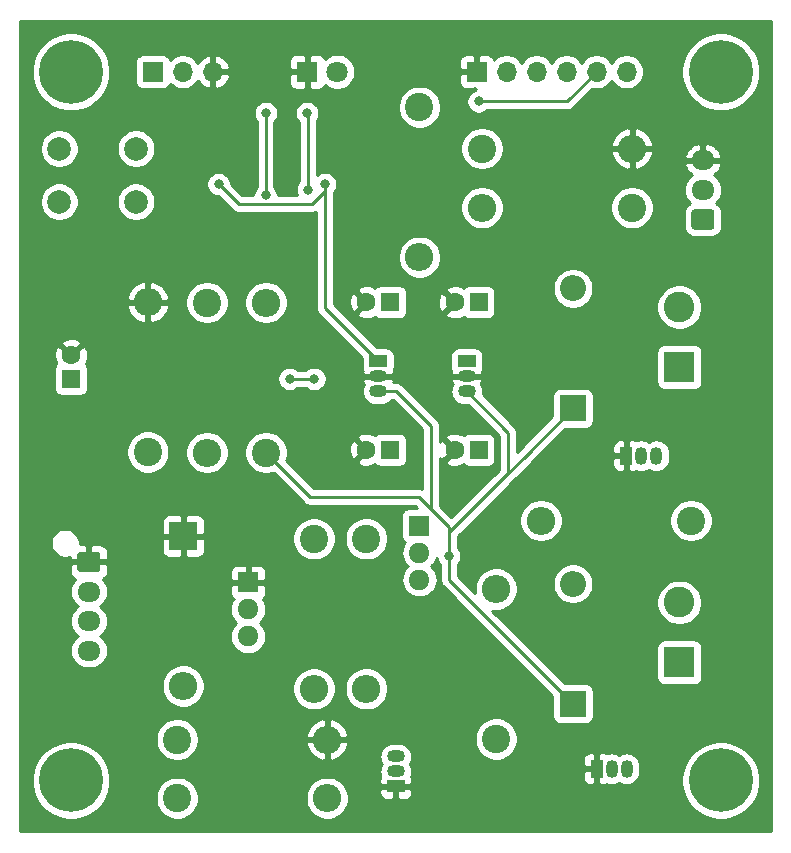
<source format=gbr>
%TF.GenerationSoftware,KiCad,Pcbnew,5.1.9*%
%TF.CreationDate,2021-01-28T19:46:00+00:00*%
%TF.ProjectId,OpenWindow_PCB,4f70656e-5769-46e6-946f-775f5043422e,rev?*%
%TF.SameCoordinates,Original*%
%TF.FileFunction,Copper,L2,Bot*%
%TF.FilePolarity,Positive*%
%FSLAX46Y46*%
G04 Gerber Fmt 4.6, Leading zero omitted, Abs format (unit mm)*
G04 Created by KiCad (PCBNEW 5.1.9) date 2021-01-28 19:46:00*
%MOMM*%
%LPD*%
G01*
G04 APERTURE LIST*
%TA.AperFunction,ComponentPad*%
%ADD10C,5.400000*%
%TD*%
%TA.AperFunction,ComponentPad*%
%ADD11R,2.600000X2.600000*%
%TD*%
%TA.AperFunction,ComponentPad*%
%ADD12C,2.600000*%
%TD*%
%TA.AperFunction,ComponentPad*%
%ADD13O,1.500000X1.050000*%
%TD*%
%TA.AperFunction,ComponentPad*%
%ADD14R,1.500000X1.050000*%
%TD*%
%TA.AperFunction,ComponentPad*%
%ADD15R,1.600000X1.600000*%
%TD*%
%TA.AperFunction,ComponentPad*%
%ADD16C,1.600000*%
%TD*%
%TA.AperFunction,ComponentPad*%
%ADD17R,2.400000X2.400000*%
%TD*%
%TA.AperFunction,ComponentPad*%
%ADD18O,2.400000X2.400000*%
%TD*%
%TA.AperFunction,ComponentPad*%
%ADD19R,1.800000X1.800000*%
%TD*%
%TA.AperFunction,ComponentPad*%
%ADD20C,1.800000*%
%TD*%
%TA.AperFunction,ComponentPad*%
%ADD21O,2.200000X2.200000*%
%TD*%
%TA.AperFunction,ComponentPad*%
%ADD22R,2.200000X2.200000*%
%TD*%
%TA.AperFunction,ComponentPad*%
%ADD23O,1.950000X1.700000*%
%TD*%
%TA.AperFunction,ComponentPad*%
%ADD24R,1.700000X1.700000*%
%TD*%
%TA.AperFunction,ComponentPad*%
%ADD25O,1.700000X1.700000*%
%TD*%
%TA.AperFunction,ComponentPad*%
%ADD26R,1.800000X1.717500*%
%TD*%
%TA.AperFunction,ComponentPad*%
%ADD27O,1.800000X1.717500*%
%TD*%
%TA.AperFunction,ComponentPad*%
%ADD28O,1.050000X1.500000*%
%TD*%
%TA.AperFunction,ComponentPad*%
%ADD29R,1.050000X1.500000*%
%TD*%
%TA.AperFunction,ComponentPad*%
%ADD30C,2.400000*%
%TD*%
%TA.AperFunction,ComponentPad*%
%ADD31C,2.000000*%
%TD*%
%TA.AperFunction,ViaPad*%
%ADD32C,0.800000*%
%TD*%
%TA.AperFunction,Conductor*%
%ADD33C,0.250000*%
%TD*%
%TA.AperFunction,Conductor*%
%ADD34C,0.254000*%
%TD*%
%TA.AperFunction,Conductor*%
%ADD35C,0.100000*%
%TD*%
G04 APERTURE END LIST*
D10*
%TO.P,REF\u002A\u002A,1*%
%TO.N,N/C*%
X110000000Y-95000000D03*
%TD*%
%TO.P,REF\u002A\u002A,1*%
%TO.N,N/C*%
X55000000Y-95000000D03*
%TD*%
%TO.P,REF\u002A\u002A,1*%
%TO.N,N/C*%
X55000000Y-35000000D03*
%TD*%
%TO.P,REF\u002A\u002A,1*%
%TO.N,N/C*%
X110000000Y-35000000D03*
%TD*%
D11*
%TO.P,J4,1*%
%TO.N,+12V_switched*%
X106500000Y-60000000D03*
D12*
%TO.P,J4,2*%
%TO.N,Net-(D3-Pad2)*%
X106500000Y-54920000D03*
%TD*%
D13*
%TO.P,U1,2*%
%TO.N,GND*%
X88500000Y-60770000D03*
%TO.P,U1,3*%
%TO.N,+12V_switched*%
X88500000Y-62040000D03*
D14*
%TO.P,U1,1*%
%TO.N,+5V*%
X88500000Y-59500000D03*
%TD*%
D15*
%TO.P,C2,1*%
%TO.N,+12V_switched*%
X89500000Y-67000000D03*
D16*
%TO.P,C2,2*%
%TO.N,GND*%
X87500000Y-67000000D03*
%TD*%
D15*
%TO.P,C3,1*%
%TO.N,CMP0_in*%
X55000000Y-61000000D03*
D16*
%TO.P,C3,2*%
%TO.N,GND*%
X55000000Y-59000000D03*
%TD*%
%TO.P,C4,2*%
%TO.N,GND*%
X87500000Y-54500000D03*
D15*
%TO.P,C4,1*%
%TO.N,+5V*%
X89500000Y-54500000D03*
%TD*%
%TO.P,C6,1*%
%TO.N,+12V_switched*%
X82000000Y-67000000D03*
D16*
%TO.P,C6,2*%
%TO.N,GND*%
X80000000Y-67000000D03*
%TD*%
%TO.P,C8,2*%
%TO.N,GND*%
X80000000Y-54500000D03*
D15*
%TO.P,C8,1*%
%TO.N,+3V3*%
X82000000Y-54500000D03*
%TD*%
D17*
%TO.P,D1,1*%
%TO.N,GND*%
X64500000Y-74300000D03*
D18*
%TO.P,D1,2*%
%TO.N,+12V*%
X64500000Y-87000000D03*
%TD*%
D19*
%TO.P,D2,1*%
%TO.N,GND*%
X75000000Y-35000000D03*
D20*
%TO.P,D2,2*%
%TO.N,Net-(D2-Pad2)*%
X77540000Y-35000000D03*
%TD*%
D21*
%TO.P,D3,2*%
%TO.N,Net-(D3-Pad2)*%
X97500000Y-53340000D03*
D22*
%TO.P,D3,1*%
%TO.N,+12V_switched*%
X97500000Y-63500000D03*
%TD*%
%TO.P,D4,1*%
%TO.N,+12V_switched*%
X97500000Y-88500000D03*
D21*
%TO.P,D4,2*%
%TO.N,Net-(D4-Pad2)*%
X97500000Y-78340000D03*
%TD*%
%TO.P,J1,1*%
%TO.N,GND*%
%TA.AperFunction,ComponentPad*%
G36*
G01*
X55775000Y-75650000D02*
X57225000Y-75650000D01*
G75*
G02*
X57475000Y-75900000I0J-250000D01*
G01*
X57475000Y-77100000D01*
G75*
G02*
X57225000Y-77350000I-250000J0D01*
G01*
X55775000Y-77350000D01*
G75*
G02*
X55525000Y-77100000I0J250000D01*
G01*
X55525000Y-75900000D01*
G75*
G02*
X55775000Y-75650000I250000J0D01*
G01*
G37*
%TD.AperFunction*%
D23*
%TO.P,J1,2*%
%TO.N,+12V*%
X56500000Y-79000000D03*
%TO.P,J1,3*%
%TO.N,Ignition_in*%
X56500000Y-81500000D03*
%TO.P,J1,4*%
%TO.N,WindowSwitch_in*%
X56500000Y-84000000D03*
%TD*%
D24*
%TO.P,J2,1*%
%TO.N,C2CK*%
X61920000Y-35000000D03*
D25*
%TO.P,J2,2*%
%TO.N,C2D*%
X64460000Y-35000000D03*
%TO.P,J2,3*%
%TO.N,GND*%
X67000000Y-35000000D03*
%TD*%
D24*
%TO.P,J3,1*%
%TO.N,GND*%
X89340000Y-35000000D03*
D25*
%TO.P,J3,2*%
%TO.N,Net-(J3-Pad2)*%
X91880000Y-35000000D03*
%TO.P,J3,3*%
%TO.N,Net-(J3-Pad3)*%
X94420000Y-35000000D03*
%TO.P,J3,4*%
%TO.N,UART1_RX*%
X96960000Y-35000000D03*
%TO.P,J3,5*%
%TO.N,UART1_TX*%
X99500000Y-35000000D03*
%TO.P,J3,6*%
%TO.N,Net-(J3-Pad6)*%
X102040000Y-35000000D03*
%TD*%
%TO.P,J5,1*%
%TO.N,+5V*%
%TA.AperFunction,ComponentPad*%
G36*
G01*
X109225000Y-48350000D02*
X107775000Y-48350000D01*
G75*
G02*
X107525000Y-48100000I0J250000D01*
G01*
X107525000Y-46900000D01*
G75*
G02*
X107775000Y-46650000I250000J0D01*
G01*
X109225000Y-46650000D01*
G75*
G02*
X109475000Y-46900000I0J-250000D01*
G01*
X109475000Y-48100000D01*
G75*
G02*
X109225000Y-48350000I-250000J0D01*
G01*
G37*
%TD.AperFunction*%
D23*
%TO.P,J5,2*%
%TO.N,Net-(J5-Pad2)*%
X108500000Y-45000000D03*
%TO.P,J5,3*%
%TO.N,GND*%
X108500000Y-42500000D03*
%TD*%
D12*
%TO.P,J6,2*%
%TO.N,Net-(D4-Pad2)*%
X106500000Y-79920000D03*
D11*
%TO.P,J6,1*%
%TO.N,+12V_switched*%
X106500000Y-85000000D03*
%TD*%
D26*
%TO.P,Q1,1*%
%TO.N,GND*%
X70000000Y-78210000D03*
D27*
%TO.P,Q1,2*%
%TO.N,+12V*%
X70000000Y-80500000D03*
%TO.P,Q1,3*%
%TO.N,Net-(Q1-Pad3)*%
X70000000Y-82790000D03*
%TD*%
D14*
%TO.P,Q2,1*%
%TO.N,GND*%
X82500000Y-95500000D03*
D13*
%TO.P,Q2,3*%
%TO.N,Net-(Q2-Pad3)*%
X82500000Y-92960000D03*
%TO.P,Q2,2*%
%TO.N,Net-(Q2-Pad2)*%
X82500000Y-94230000D03*
%TD*%
D27*
%TO.P,Q3,3*%
%TO.N,Net-(Q1-Pad3)*%
X84500000Y-78000000D03*
%TO.P,Q3,2*%
%TO.N,+12V_switched*%
X84500000Y-75710000D03*
D26*
%TO.P,Q3,1*%
%TO.N,Net-(Q3-Pad1)*%
X84500000Y-73420000D03*
%TD*%
D28*
%TO.P,Q4,2*%
%TO.N,Net-(Q4-Pad2)*%
X103270000Y-67500000D03*
%TO.P,Q4,3*%
%TO.N,Net-(D3-Pad2)*%
X104540000Y-67500000D03*
D29*
%TO.P,Q4,1*%
%TO.N,GND*%
X102000000Y-67500000D03*
%TD*%
D28*
%TO.P,Q5,2*%
%TO.N,Net-(Q5-Pad2)*%
X100770000Y-94000000D03*
%TO.P,Q5,3*%
%TO.N,Net-(D4-Pad2)*%
X102040000Y-94000000D03*
D29*
%TO.P,Q5,1*%
%TO.N,GND*%
X99500000Y-94000000D03*
%TD*%
D30*
%TO.P,R4,1*%
%TO.N,Ignition_in*%
X63990000Y-91530000D03*
D18*
%TO.P,R4,2*%
%TO.N,GND*%
X76690000Y-91530000D03*
%TD*%
D30*
%TO.P,R5,1*%
%TO.N,+12V_switched*%
X71500000Y-67230000D03*
D18*
%TO.P,R5,2*%
%TO.N,WindowSwitch_in*%
X71500000Y-54530000D03*
%TD*%
D30*
%TO.P,R6,1*%
%TO.N,WindowSwitch_in*%
X66500000Y-54530000D03*
D18*
%TO.P,R6,2*%
%TO.N,CMP0_in*%
X66500000Y-67230000D03*
%TD*%
%TO.P,R7,2*%
%TO.N,GND*%
X61500000Y-54500000D03*
D30*
%TO.P,R7,1*%
%TO.N,CMP0_in*%
X61500000Y-67200000D03*
%TD*%
D18*
%TO.P,R8,2*%
%TO.N,Net-(Q2-Pad2)*%
X76690000Y-96500000D03*
D30*
%TO.P,R8,1*%
%TO.N,Ignition_in*%
X63990000Y-96500000D03*
%TD*%
D18*
%TO.P,R9,2*%
%TO.N,Net-(Q2-Pad3)*%
X75560000Y-87230000D03*
D30*
%TO.P,R9,1*%
%TO.N,Net-(Q1-Pad3)*%
X75560000Y-74530000D03*
%TD*%
%TO.P,R10,1*%
%TO.N,Net-(Q3-Pad1)*%
X80000000Y-74530000D03*
D18*
%TO.P,R10,2*%
%TO.N,Net-(Q2-Pad3)*%
X80000000Y-87230000D03*
%TD*%
D30*
%TO.P,R11,1*%
%TO.N,Net-(D2-Pad2)*%
X84500000Y-38000000D03*
D18*
%TO.P,R11,2*%
%TO.N,+3V3*%
X84500000Y-50700000D03*
%TD*%
D30*
%TO.P,R12,1*%
%TO.N,Net-(Q4-Pad2)*%
X107500000Y-73000000D03*
D18*
%TO.P,R12,2*%
%TO.N,Motor_GPIO_1*%
X94800000Y-73000000D03*
%TD*%
%TO.P,R13,2*%
%TO.N,Motor_GPIO_2*%
X91000000Y-78800000D03*
D30*
%TO.P,R13,1*%
%TO.N,Net-(Q5-Pad2)*%
X91000000Y-91500000D03*
%TD*%
D18*
%TO.P,R14,2*%
%TO.N,GND*%
X102500000Y-41500000D03*
D30*
%TO.P,R14,1*%
%TO.N,ADC_in*%
X89800000Y-41500000D03*
%TD*%
%TO.P,R15,1*%
%TO.N,Net-(J5-Pad2)*%
X102500000Y-46500000D03*
D18*
%TO.P,R15,2*%
%TO.N,ADC_in*%
X89800000Y-46500000D03*
%TD*%
D31*
%TO.P,SW1,2*%
%TO.N,Net-(R3-Pad2)*%
X60500000Y-41500000D03*
%TO.P,SW1,1*%
%TO.N,Net-(C1-Pad1)*%
X60500000Y-46000000D03*
%TO.P,SW1,2*%
%TO.N,Net-(R3-Pad2)*%
X54000000Y-41500000D03*
%TO.P,SW1,1*%
%TO.N,Net-(C1-Pad1)*%
X54000000Y-46000000D03*
%TD*%
D14*
%TO.P,U2,1*%
%TO.N,+3V3*%
X81000000Y-59500000D03*
D13*
%TO.P,U2,3*%
%TO.N,+12V_switched*%
X81000000Y-62040000D03*
%TO.P,U2,2*%
%TO.N,GND*%
X81000000Y-60770000D03*
%TD*%
D32*
%TO.N,GND*%
X68000000Y-48000000D03*
X64693203Y-40226335D03*
X76500000Y-43000000D03*
%TO.N,+12V_switched*%
X87000000Y-76000000D03*
%TO.N,CMP0_in*%
X75595701Y-61000000D03*
X73500000Y-61000000D03*
%TO.N,+3V3*%
X76500000Y-44500003D03*
X67500000Y-44500000D03*
%TO.N,C2CK*%
X71466600Y-45466600D03*
X71500000Y-38500000D03*
%TO.N,C2D*%
X75045118Y-44969958D03*
X75000000Y-38500000D03*
%TO.N,UART1_TX*%
X89500000Y-37500000D03*
%TD*%
D33*
%TO.N,+12V_switched*%
X87000000Y-78000000D02*
X97500000Y-88500000D01*
X87000000Y-76000000D02*
X87000000Y-78000000D01*
X87000000Y-76000000D02*
X87000000Y-74000000D01*
X93500000Y-67500000D02*
X97500000Y-63500000D01*
X87000000Y-74000000D02*
X87000000Y-73576248D01*
X75270000Y-71000000D02*
X71500000Y-67230000D01*
X84423752Y-71000000D02*
X75270000Y-71000000D01*
X81000000Y-62040000D02*
X82540000Y-62040000D01*
X85461876Y-64961876D02*
X85461876Y-72038124D01*
X82540000Y-62040000D02*
X85461876Y-64961876D01*
X85461876Y-72038124D02*
X84423752Y-71000000D01*
X87000000Y-73576248D02*
X85461876Y-72038124D01*
X92000000Y-69000000D02*
X92000000Y-65540000D01*
X87000000Y-74000000D02*
X92000000Y-69000000D01*
X92000000Y-65540000D02*
X88500000Y-62040000D01*
X92000000Y-69000000D02*
X93500000Y-67500000D01*
%TO.N,CMP0_in*%
X75595701Y-61000000D02*
X73500000Y-61000000D01*
%TO.N,+3V3*%
X76500000Y-55000000D02*
X81000000Y-59500000D01*
X76500000Y-44500003D02*
X76500000Y-55000000D01*
X75374087Y-46191601D02*
X76500000Y-45065688D01*
X69191601Y-46191601D02*
X75374087Y-46191601D01*
X76500000Y-45065688D02*
X76500000Y-44500003D01*
X67500000Y-44500000D02*
X69191601Y-46191601D01*
%TO.N,C2CK*%
X71466600Y-38533400D02*
X71500000Y-38500000D01*
X71466600Y-45466600D02*
X71466600Y-38533400D01*
%TO.N,C2D*%
X75045118Y-44969958D02*
X75045118Y-38545118D01*
X75045118Y-38545118D02*
X75000000Y-38500000D01*
%TO.N,UART1_TX*%
X97000000Y-37500000D02*
X99500000Y-35000000D01*
X89500000Y-37500000D02*
X97000000Y-37500000D01*
%TD*%
D34*
%TO.N,GND*%
X114290001Y-99290000D02*
X50710000Y-99290000D01*
X50710000Y-94671531D01*
X51665000Y-94671531D01*
X51665000Y-95328469D01*
X51793162Y-95972784D01*
X52044561Y-96579715D01*
X52409536Y-97125939D01*
X52874061Y-97590464D01*
X53420285Y-97955439D01*
X54027216Y-98206838D01*
X54671531Y-98335000D01*
X55328469Y-98335000D01*
X55972784Y-98206838D01*
X56579715Y-97955439D01*
X57125939Y-97590464D01*
X57590464Y-97125939D01*
X57955439Y-96579715D01*
X58063319Y-96319268D01*
X62155000Y-96319268D01*
X62155000Y-96680732D01*
X62225518Y-97035250D01*
X62363844Y-97369199D01*
X62564662Y-97669744D01*
X62820256Y-97925338D01*
X63120801Y-98126156D01*
X63454750Y-98264482D01*
X63809268Y-98335000D01*
X64170732Y-98335000D01*
X64525250Y-98264482D01*
X64859199Y-98126156D01*
X65159744Y-97925338D01*
X65415338Y-97669744D01*
X65616156Y-97369199D01*
X65754482Y-97035250D01*
X65825000Y-96680732D01*
X65825000Y-96319268D01*
X74855000Y-96319268D01*
X74855000Y-96680732D01*
X74925518Y-97035250D01*
X75063844Y-97369199D01*
X75264662Y-97669744D01*
X75520256Y-97925338D01*
X75820801Y-98126156D01*
X76154750Y-98264482D01*
X76509268Y-98335000D01*
X76870732Y-98335000D01*
X77225250Y-98264482D01*
X77559199Y-98126156D01*
X77859744Y-97925338D01*
X78115338Y-97669744D01*
X78316156Y-97369199D01*
X78454482Y-97035250D01*
X78525000Y-96680732D01*
X78525000Y-96319268D01*
X78466467Y-96025000D01*
X81111928Y-96025000D01*
X81124188Y-96149482D01*
X81160498Y-96269180D01*
X81219463Y-96379494D01*
X81298815Y-96476185D01*
X81395506Y-96555537D01*
X81505820Y-96614502D01*
X81625518Y-96650812D01*
X81750000Y-96663072D01*
X82214250Y-96660000D01*
X82373000Y-96501250D01*
X82373000Y-95627000D01*
X82627000Y-95627000D01*
X82627000Y-96501250D01*
X82785750Y-96660000D01*
X83250000Y-96663072D01*
X83374482Y-96650812D01*
X83494180Y-96614502D01*
X83604494Y-96555537D01*
X83701185Y-96476185D01*
X83780537Y-96379494D01*
X83839502Y-96269180D01*
X83875812Y-96149482D01*
X83888072Y-96025000D01*
X83885000Y-95785750D01*
X83726250Y-95627000D01*
X82627000Y-95627000D01*
X82373000Y-95627000D01*
X81273750Y-95627000D01*
X81115000Y-95785750D01*
X81111928Y-96025000D01*
X78466467Y-96025000D01*
X78454482Y-95964750D01*
X78316156Y-95630801D01*
X78115338Y-95330256D01*
X77859744Y-95074662D01*
X77559199Y-94873844D01*
X77225250Y-94735518D01*
X76870732Y-94665000D01*
X76509268Y-94665000D01*
X76154750Y-94735518D01*
X75820801Y-94873844D01*
X75520256Y-95074662D01*
X75264662Y-95330256D01*
X75063844Y-95630801D01*
X74925518Y-95964750D01*
X74855000Y-96319268D01*
X65825000Y-96319268D01*
X65754482Y-95964750D01*
X65616156Y-95630801D01*
X65415338Y-95330256D01*
X65159744Y-95074662D01*
X64859199Y-94873844D01*
X64525250Y-94735518D01*
X64170732Y-94665000D01*
X63809268Y-94665000D01*
X63454750Y-94735518D01*
X63120801Y-94873844D01*
X62820256Y-95074662D01*
X62564662Y-95330256D01*
X62363844Y-95630801D01*
X62225518Y-95964750D01*
X62155000Y-96319268D01*
X58063319Y-96319268D01*
X58206838Y-95972784D01*
X58335000Y-95328469D01*
X58335000Y-94671531D01*
X58206838Y-94027216D01*
X57955439Y-93420285D01*
X57590464Y-92874061D01*
X57125939Y-92409536D01*
X56579715Y-92044561D01*
X55972784Y-91793162D01*
X55328469Y-91665000D01*
X54671531Y-91665000D01*
X54027216Y-91793162D01*
X53420285Y-92044561D01*
X52874061Y-92409536D01*
X52409536Y-92874061D01*
X52044561Y-93420285D01*
X51793162Y-94027216D01*
X51665000Y-94671531D01*
X50710000Y-94671531D01*
X50710000Y-91349268D01*
X62155000Y-91349268D01*
X62155000Y-91710732D01*
X62225518Y-92065250D01*
X62363844Y-92399199D01*
X62564662Y-92699744D01*
X62820256Y-92955338D01*
X63120801Y-93156156D01*
X63454750Y-93294482D01*
X63809268Y-93365000D01*
X64170732Y-93365000D01*
X64525250Y-93294482D01*
X64859199Y-93156156D01*
X65159744Y-92955338D01*
X65415338Y-92699744D01*
X65616156Y-92399199D01*
X65754482Y-92065250D01*
X65779036Y-91941805D01*
X74901805Y-91941805D01*
X74974379Y-92181066D01*
X75134361Y-92503257D01*
X75354125Y-92788046D01*
X75625226Y-93024489D01*
X75937246Y-93203500D01*
X76278194Y-93318199D01*
X76563000Y-93201854D01*
X76563000Y-91657000D01*
X76817000Y-91657000D01*
X76817000Y-93201854D01*
X77101806Y-93318199D01*
X77442754Y-93203500D01*
X77754774Y-93024489D01*
X77828715Y-92960000D01*
X81109388Y-92960000D01*
X81131785Y-93187400D01*
X81198115Y-93406060D01*
X81299105Y-93595000D01*
X81198115Y-93783940D01*
X81131785Y-94002600D01*
X81109388Y-94230000D01*
X81131785Y-94457400D01*
X81195093Y-94666098D01*
X81160498Y-94730820D01*
X81124188Y-94850518D01*
X81111928Y-94975000D01*
X81115000Y-95214250D01*
X81273750Y-95373000D01*
X82046891Y-95373000D01*
X82047600Y-95373215D01*
X82218021Y-95390000D01*
X82781979Y-95390000D01*
X82952400Y-95373215D01*
X82953109Y-95373000D01*
X83726250Y-95373000D01*
X83885000Y-95214250D01*
X83888072Y-94975000D01*
X83875812Y-94850518D01*
X83845321Y-94750000D01*
X98336928Y-94750000D01*
X98349188Y-94874482D01*
X98385498Y-94994180D01*
X98444463Y-95104494D01*
X98523815Y-95201185D01*
X98620506Y-95280537D01*
X98730820Y-95339502D01*
X98850518Y-95375812D01*
X98975000Y-95388072D01*
X99214250Y-95385000D01*
X99373000Y-95226250D01*
X99373000Y-94127000D01*
X98498750Y-94127000D01*
X98340000Y-94285750D01*
X98336928Y-94750000D01*
X83845321Y-94750000D01*
X83839502Y-94730820D01*
X83804907Y-94666098D01*
X83868215Y-94457400D01*
X83890612Y-94230000D01*
X83868215Y-94002600D01*
X83801885Y-93783940D01*
X83700895Y-93595000D01*
X83801885Y-93406060D01*
X83868215Y-93187400D01*
X83890612Y-92960000D01*
X83868215Y-92732600D01*
X83801885Y-92513940D01*
X83694171Y-92312421D01*
X83549212Y-92135788D01*
X83372579Y-91990829D01*
X83171060Y-91883115D01*
X82952400Y-91816785D01*
X82781979Y-91800000D01*
X82218021Y-91800000D01*
X82047600Y-91816785D01*
X81828940Y-91883115D01*
X81627421Y-91990829D01*
X81450788Y-92135788D01*
X81305829Y-92312421D01*
X81198115Y-92513940D01*
X81131785Y-92732600D01*
X81109388Y-92960000D01*
X77828715Y-92960000D01*
X78025875Y-92788046D01*
X78245639Y-92503257D01*
X78405621Y-92181066D01*
X78478195Y-91941805D01*
X78361432Y-91657000D01*
X76817000Y-91657000D01*
X76563000Y-91657000D01*
X75018568Y-91657000D01*
X74901805Y-91941805D01*
X65779036Y-91941805D01*
X65825000Y-91710732D01*
X65825000Y-91349268D01*
X65779037Y-91118195D01*
X74901805Y-91118195D01*
X75018568Y-91403000D01*
X76563000Y-91403000D01*
X76563000Y-89858146D01*
X76817000Y-89858146D01*
X76817000Y-91403000D01*
X78361432Y-91403000D01*
X78395760Y-91319268D01*
X89165000Y-91319268D01*
X89165000Y-91680732D01*
X89235518Y-92035250D01*
X89373844Y-92369199D01*
X89574662Y-92669744D01*
X89830256Y-92925338D01*
X90130801Y-93126156D01*
X90464750Y-93264482D01*
X90819268Y-93335000D01*
X91180732Y-93335000D01*
X91535250Y-93264482D01*
X91570212Y-93250000D01*
X98336928Y-93250000D01*
X98340000Y-93714250D01*
X98498750Y-93873000D01*
X99373000Y-93873000D01*
X99373000Y-93718022D01*
X99610000Y-93718022D01*
X99610000Y-94281979D01*
X99626785Y-94452400D01*
X99627000Y-94453109D01*
X99627000Y-95226250D01*
X99785750Y-95385000D01*
X100025000Y-95388072D01*
X100149482Y-95375812D01*
X100269180Y-95339502D01*
X100333902Y-95304907D01*
X100542601Y-95368215D01*
X100770000Y-95390612D01*
X100997400Y-95368215D01*
X101216060Y-95301885D01*
X101405001Y-95200894D01*
X101593941Y-95301885D01*
X101812601Y-95368215D01*
X102040000Y-95390612D01*
X102267400Y-95368215D01*
X102486060Y-95301885D01*
X102687579Y-95194171D01*
X102864212Y-95049212D01*
X103009171Y-94872579D01*
X103116632Y-94671531D01*
X106665000Y-94671531D01*
X106665000Y-95328469D01*
X106793162Y-95972784D01*
X107044561Y-96579715D01*
X107409536Y-97125939D01*
X107874061Y-97590464D01*
X108420285Y-97955439D01*
X109027216Y-98206838D01*
X109671531Y-98335000D01*
X110328469Y-98335000D01*
X110972784Y-98206838D01*
X111579715Y-97955439D01*
X112125939Y-97590464D01*
X112590464Y-97125939D01*
X112955439Y-96579715D01*
X113206838Y-95972784D01*
X113335000Y-95328469D01*
X113335000Y-94671531D01*
X113206838Y-94027216D01*
X112955439Y-93420285D01*
X112590464Y-92874061D01*
X112125939Y-92409536D01*
X111579715Y-92044561D01*
X110972784Y-91793162D01*
X110328469Y-91665000D01*
X109671531Y-91665000D01*
X109027216Y-91793162D01*
X108420285Y-92044561D01*
X107874061Y-92409536D01*
X107409536Y-92874061D01*
X107044561Y-93420285D01*
X106793162Y-94027216D01*
X106665000Y-94671531D01*
X103116632Y-94671531D01*
X103116885Y-94671059D01*
X103183215Y-94452399D01*
X103200000Y-94281978D01*
X103200000Y-93718021D01*
X103183215Y-93547600D01*
X103116885Y-93328940D01*
X103009171Y-93127421D01*
X102864212Y-92950788D01*
X102687578Y-92805829D01*
X102486059Y-92698115D01*
X102267399Y-92631785D01*
X102040000Y-92609388D01*
X101812600Y-92631785D01*
X101593940Y-92698115D01*
X101404999Y-92799106D01*
X101216059Y-92698115D01*
X100997399Y-92631785D01*
X100770000Y-92609388D01*
X100542600Y-92631785D01*
X100333902Y-92695093D01*
X100269180Y-92660498D01*
X100149482Y-92624188D01*
X100025000Y-92611928D01*
X99785750Y-92615000D01*
X99627000Y-92773750D01*
X99627000Y-93546892D01*
X99626785Y-93547601D01*
X99610000Y-93718022D01*
X99373000Y-93718022D01*
X99373000Y-92773750D01*
X99214250Y-92615000D01*
X98975000Y-92611928D01*
X98850518Y-92624188D01*
X98730820Y-92660498D01*
X98620506Y-92719463D01*
X98523815Y-92798815D01*
X98444463Y-92895506D01*
X98385498Y-93005820D01*
X98349188Y-93125518D01*
X98336928Y-93250000D01*
X91570212Y-93250000D01*
X91869199Y-93126156D01*
X92169744Y-92925338D01*
X92425338Y-92669744D01*
X92626156Y-92369199D01*
X92764482Y-92035250D01*
X92835000Y-91680732D01*
X92835000Y-91319268D01*
X92764482Y-90964750D01*
X92626156Y-90630801D01*
X92425338Y-90330256D01*
X92169744Y-90074662D01*
X91869199Y-89873844D01*
X91535250Y-89735518D01*
X91180732Y-89665000D01*
X90819268Y-89665000D01*
X90464750Y-89735518D01*
X90130801Y-89873844D01*
X89830256Y-90074662D01*
X89574662Y-90330256D01*
X89373844Y-90630801D01*
X89235518Y-90964750D01*
X89165000Y-91319268D01*
X78395760Y-91319268D01*
X78478195Y-91118195D01*
X78405621Y-90878934D01*
X78245639Y-90556743D01*
X78025875Y-90271954D01*
X77754774Y-90035511D01*
X77442754Y-89856500D01*
X77101806Y-89741801D01*
X76817000Y-89858146D01*
X76563000Y-89858146D01*
X76278194Y-89741801D01*
X75937246Y-89856500D01*
X75625226Y-90035511D01*
X75354125Y-90271954D01*
X75134361Y-90556743D01*
X74974379Y-90878934D01*
X74901805Y-91118195D01*
X65779037Y-91118195D01*
X65754482Y-90994750D01*
X65616156Y-90660801D01*
X65415338Y-90360256D01*
X65159744Y-90104662D01*
X64859199Y-89903844D01*
X64525250Y-89765518D01*
X64170732Y-89695000D01*
X63809268Y-89695000D01*
X63454750Y-89765518D01*
X63120801Y-89903844D01*
X62820256Y-90104662D01*
X62564662Y-90360256D01*
X62363844Y-90660801D01*
X62225518Y-90994750D01*
X62155000Y-91349268D01*
X50710000Y-91349268D01*
X50710000Y-86819268D01*
X62665000Y-86819268D01*
X62665000Y-87180732D01*
X62735518Y-87535250D01*
X62873844Y-87869199D01*
X63074662Y-88169744D01*
X63330256Y-88425338D01*
X63630801Y-88626156D01*
X63964750Y-88764482D01*
X64319268Y-88835000D01*
X64680732Y-88835000D01*
X65035250Y-88764482D01*
X65369199Y-88626156D01*
X65669744Y-88425338D01*
X65925338Y-88169744D01*
X66126156Y-87869199D01*
X66264482Y-87535250D01*
X66335000Y-87180732D01*
X66335000Y-87049268D01*
X73725000Y-87049268D01*
X73725000Y-87410732D01*
X73795518Y-87765250D01*
X73933844Y-88099199D01*
X74134662Y-88399744D01*
X74390256Y-88655338D01*
X74690801Y-88856156D01*
X75024750Y-88994482D01*
X75379268Y-89065000D01*
X75740732Y-89065000D01*
X76095250Y-88994482D01*
X76429199Y-88856156D01*
X76729744Y-88655338D01*
X76985338Y-88399744D01*
X77186156Y-88099199D01*
X77324482Y-87765250D01*
X77395000Y-87410732D01*
X77395000Y-87049268D01*
X78165000Y-87049268D01*
X78165000Y-87410732D01*
X78235518Y-87765250D01*
X78373844Y-88099199D01*
X78574662Y-88399744D01*
X78830256Y-88655338D01*
X79130801Y-88856156D01*
X79464750Y-88994482D01*
X79819268Y-89065000D01*
X80180732Y-89065000D01*
X80535250Y-88994482D01*
X80869199Y-88856156D01*
X81169744Y-88655338D01*
X81425338Y-88399744D01*
X81626156Y-88099199D01*
X81764482Y-87765250D01*
X81835000Y-87410732D01*
X81835000Y-87049268D01*
X81764482Y-86694750D01*
X81626156Y-86360801D01*
X81425338Y-86060256D01*
X81169744Y-85804662D01*
X80869199Y-85603844D01*
X80535250Y-85465518D01*
X80180732Y-85395000D01*
X79819268Y-85395000D01*
X79464750Y-85465518D01*
X79130801Y-85603844D01*
X78830256Y-85804662D01*
X78574662Y-86060256D01*
X78373844Y-86360801D01*
X78235518Y-86694750D01*
X78165000Y-87049268D01*
X77395000Y-87049268D01*
X77324482Y-86694750D01*
X77186156Y-86360801D01*
X76985338Y-86060256D01*
X76729744Y-85804662D01*
X76429199Y-85603844D01*
X76095250Y-85465518D01*
X75740732Y-85395000D01*
X75379268Y-85395000D01*
X75024750Y-85465518D01*
X74690801Y-85603844D01*
X74390256Y-85804662D01*
X74134662Y-86060256D01*
X73933844Y-86360801D01*
X73795518Y-86694750D01*
X73725000Y-87049268D01*
X66335000Y-87049268D01*
X66335000Y-86819268D01*
X66264482Y-86464750D01*
X66126156Y-86130801D01*
X65925338Y-85830256D01*
X65669744Y-85574662D01*
X65369199Y-85373844D01*
X65035250Y-85235518D01*
X64680732Y-85165000D01*
X64319268Y-85165000D01*
X63964750Y-85235518D01*
X63630801Y-85373844D01*
X63330256Y-85574662D01*
X63074662Y-85830256D01*
X62873844Y-86130801D01*
X62735518Y-86464750D01*
X62665000Y-86819268D01*
X50710000Y-86819268D01*
X50710000Y-79000000D01*
X54882815Y-79000000D01*
X54911487Y-79291111D01*
X54996401Y-79571034D01*
X55134294Y-79829014D01*
X55319866Y-80055134D01*
X55545986Y-80240706D01*
X55563374Y-80250000D01*
X55545986Y-80259294D01*
X55319866Y-80444866D01*
X55134294Y-80670986D01*
X54996401Y-80928966D01*
X54911487Y-81208889D01*
X54882815Y-81500000D01*
X54911487Y-81791111D01*
X54996401Y-82071034D01*
X55134294Y-82329014D01*
X55319866Y-82555134D01*
X55545986Y-82740706D01*
X55563374Y-82750000D01*
X55545986Y-82759294D01*
X55319866Y-82944866D01*
X55134294Y-83170986D01*
X54996401Y-83428966D01*
X54911487Y-83708889D01*
X54882815Y-84000000D01*
X54911487Y-84291111D01*
X54996401Y-84571034D01*
X55134294Y-84829014D01*
X55319866Y-85055134D01*
X55545986Y-85240706D01*
X55803966Y-85378599D01*
X56083889Y-85463513D01*
X56302050Y-85485000D01*
X56697950Y-85485000D01*
X56916111Y-85463513D01*
X57196034Y-85378599D01*
X57454014Y-85240706D01*
X57680134Y-85055134D01*
X57865706Y-84829014D01*
X58003599Y-84571034D01*
X58088513Y-84291111D01*
X58117185Y-84000000D01*
X58088513Y-83708889D01*
X58003599Y-83428966D01*
X57865706Y-83170986D01*
X57680134Y-82944866D01*
X57454014Y-82759294D01*
X57436626Y-82750000D01*
X57454014Y-82740706D01*
X57680134Y-82555134D01*
X57865706Y-82329014D01*
X58003599Y-82071034D01*
X58088513Y-81791111D01*
X58117185Y-81500000D01*
X58088513Y-81208889D01*
X58003599Y-80928966D01*
X57865706Y-80670986D01*
X57725382Y-80500000D01*
X68457773Y-80500000D01*
X68486614Y-80792826D01*
X68572028Y-81074399D01*
X68710733Y-81333898D01*
X68897399Y-81561351D01*
X68999326Y-81645000D01*
X68897399Y-81728649D01*
X68710733Y-81956102D01*
X68572028Y-82215601D01*
X68486614Y-82497174D01*
X68457773Y-82790000D01*
X68486614Y-83082826D01*
X68572028Y-83364399D01*
X68710733Y-83623898D01*
X68897399Y-83851351D01*
X69124852Y-84038017D01*
X69384351Y-84176722D01*
X69665924Y-84262136D01*
X69885373Y-84283750D01*
X70114627Y-84283750D01*
X70334076Y-84262136D01*
X70615649Y-84176722D01*
X70875148Y-84038017D01*
X71102601Y-83851351D01*
X71289267Y-83623898D01*
X71427972Y-83364399D01*
X71513386Y-83082826D01*
X71542227Y-82790000D01*
X71513386Y-82497174D01*
X71427972Y-82215601D01*
X71289267Y-81956102D01*
X71102601Y-81728649D01*
X71000674Y-81645000D01*
X71102601Y-81561351D01*
X71289267Y-81333898D01*
X71427972Y-81074399D01*
X71513386Y-80792826D01*
X71542227Y-80500000D01*
X71513386Y-80207174D01*
X71427972Y-79925601D01*
X71289267Y-79666102D01*
X71240550Y-79606740D01*
X71254494Y-79599287D01*
X71351185Y-79519935D01*
X71430537Y-79423244D01*
X71489502Y-79312930D01*
X71525812Y-79193232D01*
X71538072Y-79068750D01*
X71535000Y-78495750D01*
X71376250Y-78337000D01*
X70127000Y-78337000D01*
X70127000Y-78357000D01*
X69873000Y-78357000D01*
X69873000Y-78337000D01*
X68623750Y-78337000D01*
X68465000Y-78495750D01*
X68461928Y-79068750D01*
X68474188Y-79193232D01*
X68510498Y-79312930D01*
X68569463Y-79423244D01*
X68648815Y-79519935D01*
X68745506Y-79599287D01*
X68759450Y-79606740D01*
X68710733Y-79666102D01*
X68572028Y-79925601D01*
X68486614Y-80207174D01*
X68457773Y-80500000D01*
X57725382Y-80500000D01*
X57680134Y-80444866D01*
X57454014Y-80259294D01*
X57436626Y-80250000D01*
X57454014Y-80240706D01*
X57680134Y-80055134D01*
X57865706Y-79829014D01*
X58003599Y-79571034D01*
X58088513Y-79291111D01*
X58117185Y-79000000D01*
X58088513Y-78708889D01*
X58003599Y-78428966D01*
X57865706Y-78170986D01*
X57684392Y-77950055D01*
X57719180Y-77939502D01*
X57829494Y-77880537D01*
X57926185Y-77801185D01*
X58005537Y-77704494D01*
X58064502Y-77594180D01*
X58100812Y-77474482D01*
X58112948Y-77351250D01*
X68461928Y-77351250D01*
X68465000Y-77924250D01*
X68623750Y-78083000D01*
X69873000Y-78083000D01*
X69873000Y-76875000D01*
X70127000Y-76875000D01*
X70127000Y-78083000D01*
X71376250Y-78083000D01*
X71535000Y-77924250D01*
X71538072Y-77351250D01*
X71525812Y-77226768D01*
X71489502Y-77107070D01*
X71430537Y-76996756D01*
X71351185Y-76900065D01*
X71254494Y-76820713D01*
X71144180Y-76761748D01*
X71024482Y-76725438D01*
X70900000Y-76713178D01*
X70285750Y-76716250D01*
X70127000Y-76875000D01*
X69873000Y-76875000D01*
X69714250Y-76716250D01*
X69100000Y-76713178D01*
X68975518Y-76725438D01*
X68855820Y-76761748D01*
X68745506Y-76820713D01*
X68648815Y-76900065D01*
X68569463Y-76996756D01*
X68510498Y-77107070D01*
X68474188Y-77226768D01*
X68461928Y-77351250D01*
X58112948Y-77351250D01*
X58113072Y-77350000D01*
X58110000Y-76785750D01*
X57951250Y-76627000D01*
X56627000Y-76627000D01*
X56627000Y-76647000D01*
X56373000Y-76647000D01*
X56373000Y-76627000D01*
X55048750Y-76627000D01*
X54890000Y-76785750D01*
X54886928Y-77350000D01*
X54899188Y-77474482D01*
X54935498Y-77594180D01*
X54994463Y-77704494D01*
X55073815Y-77801185D01*
X55170506Y-77880537D01*
X55280820Y-77939502D01*
X55315608Y-77950055D01*
X55134294Y-78170986D01*
X54996401Y-78428966D01*
X54911487Y-78708889D01*
X54882815Y-79000000D01*
X50710000Y-79000000D01*
X50710000Y-74778363D01*
X53265000Y-74778363D01*
X53265000Y-75021637D01*
X53312460Y-75260236D01*
X53405557Y-75484992D01*
X53540713Y-75687267D01*
X53712733Y-75859287D01*
X53915008Y-75994443D01*
X54139764Y-76087540D01*
X54378363Y-76135000D01*
X54621637Y-76135000D01*
X54860236Y-76087540D01*
X54889245Y-76075524D01*
X54890000Y-76214250D01*
X55048750Y-76373000D01*
X56373000Y-76373000D01*
X56373000Y-75173750D01*
X56627000Y-75173750D01*
X56627000Y-76373000D01*
X57951250Y-76373000D01*
X58110000Y-76214250D01*
X58113072Y-75650000D01*
X58100812Y-75525518D01*
X58093072Y-75500000D01*
X62661928Y-75500000D01*
X62674188Y-75624482D01*
X62710498Y-75744180D01*
X62769463Y-75854494D01*
X62848815Y-75951185D01*
X62945506Y-76030537D01*
X63055820Y-76089502D01*
X63175518Y-76125812D01*
X63300000Y-76138072D01*
X64214250Y-76135000D01*
X64373000Y-75976250D01*
X64373000Y-74427000D01*
X64627000Y-74427000D01*
X64627000Y-75976250D01*
X64785750Y-76135000D01*
X65700000Y-76138072D01*
X65824482Y-76125812D01*
X65944180Y-76089502D01*
X66054494Y-76030537D01*
X66151185Y-75951185D01*
X66230537Y-75854494D01*
X66289502Y-75744180D01*
X66325812Y-75624482D01*
X66338072Y-75500000D01*
X66335000Y-74585750D01*
X66176250Y-74427000D01*
X64627000Y-74427000D01*
X64373000Y-74427000D01*
X62823750Y-74427000D01*
X62665000Y-74585750D01*
X62661928Y-75500000D01*
X58093072Y-75500000D01*
X58064502Y-75405820D01*
X58005537Y-75295506D01*
X57926185Y-75198815D01*
X57829494Y-75119463D01*
X57719180Y-75060498D01*
X57599482Y-75024188D01*
X57475000Y-75011928D01*
X56785750Y-75015000D01*
X56627000Y-75173750D01*
X56373000Y-75173750D01*
X56214250Y-75015000D01*
X55735000Y-75012864D01*
X55735000Y-74778363D01*
X55687540Y-74539764D01*
X55608634Y-74349268D01*
X73725000Y-74349268D01*
X73725000Y-74710732D01*
X73795518Y-75065250D01*
X73933844Y-75399199D01*
X74134662Y-75699744D01*
X74390256Y-75955338D01*
X74690801Y-76156156D01*
X75024750Y-76294482D01*
X75379268Y-76365000D01*
X75740732Y-76365000D01*
X76095250Y-76294482D01*
X76429199Y-76156156D01*
X76729744Y-75955338D01*
X76985338Y-75699744D01*
X77186156Y-75399199D01*
X77324482Y-75065250D01*
X77395000Y-74710732D01*
X77395000Y-74349268D01*
X78165000Y-74349268D01*
X78165000Y-74710732D01*
X78235518Y-75065250D01*
X78373844Y-75399199D01*
X78574662Y-75699744D01*
X78830256Y-75955338D01*
X79130801Y-76156156D01*
X79464750Y-76294482D01*
X79819268Y-76365000D01*
X80180732Y-76365000D01*
X80535250Y-76294482D01*
X80869199Y-76156156D01*
X81169744Y-75955338D01*
X81425338Y-75699744D01*
X81626156Y-75399199D01*
X81764482Y-75065250D01*
X81835000Y-74710732D01*
X81835000Y-74349268D01*
X81764482Y-73994750D01*
X81626156Y-73660801D01*
X81425338Y-73360256D01*
X81169744Y-73104662D01*
X80869199Y-72903844D01*
X80535250Y-72765518D01*
X80180732Y-72695000D01*
X79819268Y-72695000D01*
X79464750Y-72765518D01*
X79130801Y-72903844D01*
X78830256Y-73104662D01*
X78574662Y-73360256D01*
X78373844Y-73660801D01*
X78235518Y-73994750D01*
X78165000Y-74349268D01*
X77395000Y-74349268D01*
X77324482Y-73994750D01*
X77186156Y-73660801D01*
X76985338Y-73360256D01*
X76729744Y-73104662D01*
X76429199Y-72903844D01*
X76095250Y-72765518D01*
X75740732Y-72695000D01*
X75379268Y-72695000D01*
X75024750Y-72765518D01*
X74690801Y-72903844D01*
X74390256Y-73104662D01*
X74134662Y-73360256D01*
X73933844Y-73660801D01*
X73795518Y-73994750D01*
X73725000Y-74349268D01*
X55608634Y-74349268D01*
X55594443Y-74315008D01*
X55459287Y-74112733D01*
X55287267Y-73940713D01*
X55084992Y-73805557D01*
X54860236Y-73712460D01*
X54621637Y-73665000D01*
X54378363Y-73665000D01*
X54139764Y-73712460D01*
X53915008Y-73805557D01*
X53712733Y-73940713D01*
X53540713Y-74112733D01*
X53405557Y-74315008D01*
X53312460Y-74539764D01*
X53265000Y-74778363D01*
X50710000Y-74778363D01*
X50710000Y-73100000D01*
X62661928Y-73100000D01*
X62665000Y-74014250D01*
X62823750Y-74173000D01*
X64373000Y-74173000D01*
X64373000Y-72623750D01*
X64627000Y-72623750D01*
X64627000Y-74173000D01*
X66176250Y-74173000D01*
X66335000Y-74014250D01*
X66338072Y-73100000D01*
X66325812Y-72975518D01*
X66289502Y-72855820D01*
X66230537Y-72745506D01*
X66151185Y-72648815D01*
X66054494Y-72569463D01*
X65944180Y-72510498D01*
X65824482Y-72474188D01*
X65700000Y-72461928D01*
X64785750Y-72465000D01*
X64627000Y-72623750D01*
X64373000Y-72623750D01*
X64214250Y-72465000D01*
X63300000Y-72461928D01*
X63175518Y-72474188D01*
X63055820Y-72510498D01*
X62945506Y-72569463D01*
X62848815Y-72648815D01*
X62769463Y-72745506D01*
X62710498Y-72855820D01*
X62674188Y-72975518D01*
X62661928Y-73100000D01*
X50710000Y-73100000D01*
X50710000Y-67019268D01*
X59665000Y-67019268D01*
X59665000Y-67380732D01*
X59735518Y-67735250D01*
X59873844Y-68069199D01*
X60074662Y-68369744D01*
X60330256Y-68625338D01*
X60630801Y-68826156D01*
X60964750Y-68964482D01*
X61319268Y-69035000D01*
X61680732Y-69035000D01*
X62035250Y-68964482D01*
X62369199Y-68826156D01*
X62669744Y-68625338D01*
X62925338Y-68369744D01*
X63126156Y-68069199D01*
X63264482Y-67735250D01*
X63335000Y-67380732D01*
X63335000Y-67049268D01*
X64665000Y-67049268D01*
X64665000Y-67410732D01*
X64735518Y-67765250D01*
X64873844Y-68099199D01*
X65074662Y-68399744D01*
X65330256Y-68655338D01*
X65630801Y-68856156D01*
X65964750Y-68994482D01*
X66319268Y-69065000D01*
X66680732Y-69065000D01*
X67035250Y-68994482D01*
X67369199Y-68856156D01*
X67669744Y-68655338D01*
X67925338Y-68399744D01*
X68126156Y-68099199D01*
X68264482Y-67765250D01*
X68335000Y-67410732D01*
X68335000Y-67049268D01*
X69665000Y-67049268D01*
X69665000Y-67410732D01*
X69735518Y-67765250D01*
X69873844Y-68099199D01*
X70074662Y-68399744D01*
X70330256Y-68655338D01*
X70630801Y-68856156D01*
X70964750Y-68994482D01*
X71319268Y-69065000D01*
X71680732Y-69065000D01*
X72035250Y-68994482D01*
X72144449Y-68949250D01*
X74706200Y-71511002D01*
X74729999Y-71540001D01*
X74758997Y-71563799D01*
X74845723Y-71634974D01*
X74977753Y-71705546D01*
X75121014Y-71749003D01*
X75232667Y-71760000D01*
X75232676Y-71760000D01*
X75269999Y-71763676D01*
X75307322Y-71760000D01*
X84108951Y-71760000D01*
X84272129Y-71923178D01*
X83600000Y-71923178D01*
X83475518Y-71935438D01*
X83355820Y-71971748D01*
X83245506Y-72030713D01*
X83148815Y-72110065D01*
X83069463Y-72206756D01*
X83010498Y-72317070D01*
X82974188Y-72436768D01*
X82961928Y-72561250D01*
X82961928Y-74278750D01*
X82974188Y-74403232D01*
X83010498Y-74522930D01*
X83069463Y-74633244D01*
X83148815Y-74729935D01*
X83245506Y-74809287D01*
X83259450Y-74816740D01*
X83210733Y-74876102D01*
X83072028Y-75135601D01*
X82986614Y-75417174D01*
X82957773Y-75710000D01*
X82986614Y-76002826D01*
X83072028Y-76284399D01*
X83210733Y-76543898D01*
X83397399Y-76771351D01*
X83499326Y-76855000D01*
X83397399Y-76938649D01*
X83210733Y-77166102D01*
X83072028Y-77425601D01*
X82986614Y-77707174D01*
X82957773Y-78000000D01*
X82986614Y-78292826D01*
X83072028Y-78574399D01*
X83210733Y-78833898D01*
X83397399Y-79061351D01*
X83624852Y-79248017D01*
X83884351Y-79386722D01*
X84165924Y-79472136D01*
X84385373Y-79493750D01*
X84614627Y-79493750D01*
X84834076Y-79472136D01*
X85115649Y-79386722D01*
X85375148Y-79248017D01*
X85602601Y-79061351D01*
X85789267Y-78833898D01*
X85927972Y-78574399D01*
X86013386Y-78292826D01*
X86042227Y-78000000D01*
X86013386Y-77707174D01*
X85927972Y-77425601D01*
X85789267Y-77166102D01*
X85602601Y-76938649D01*
X85500674Y-76855000D01*
X85602601Y-76771351D01*
X85789267Y-76543898D01*
X85927972Y-76284399D01*
X85972256Y-76138415D01*
X86004774Y-76301898D01*
X86082795Y-76490256D01*
X86196063Y-76659774D01*
X86240000Y-76703711D01*
X86240001Y-77962668D01*
X86236324Y-78000000D01*
X86250998Y-78148985D01*
X86294454Y-78292246D01*
X86365026Y-78424276D01*
X86423684Y-78495750D01*
X86460000Y-78540001D01*
X86488998Y-78563799D01*
X95761928Y-87836731D01*
X95761928Y-89600000D01*
X95774188Y-89724482D01*
X95810498Y-89844180D01*
X95869463Y-89954494D01*
X95948815Y-90051185D01*
X96045506Y-90130537D01*
X96155820Y-90189502D01*
X96275518Y-90225812D01*
X96400000Y-90238072D01*
X98600000Y-90238072D01*
X98724482Y-90225812D01*
X98844180Y-90189502D01*
X98954494Y-90130537D01*
X99051185Y-90051185D01*
X99130537Y-89954494D01*
X99189502Y-89844180D01*
X99225812Y-89724482D01*
X99238072Y-89600000D01*
X99238072Y-87400000D01*
X99225812Y-87275518D01*
X99189502Y-87155820D01*
X99130537Y-87045506D01*
X99051185Y-86948815D01*
X98954494Y-86869463D01*
X98844180Y-86810498D01*
X98724482Y-86774188D01*
X98600000Y-86761928D01*
X96836731Y-86761928D01*
X93774803Y-83700000D01*
X104561928Y-83700000D01*
X104561928Y-86300000D01*
X104574188Y-86424482D01*
X104610498Y-86544180D01*
X104669463Y-86654494D01*
X104748815Y-86751185D01*
X104845506Y-86830537D01*
X104955820Y-86889502D01*
X105075518Y-86925812D01*
X105200000Y-86938072D01*
X107800000Y-86938072D01*
X107924482Y-86925812D01*
X108044180Y-86889502D01*
X108154494Y-86830537D01*
X108251185Y-86751185D01*
X108330537Y-86654494D01*
X108389502Y-86544180D01*
X108425812Y-86424482D01*
X108438072Y-86300000D01*
X108438072Y-83700000D01*
X108425812Y-83575518D01*
X108389502Y-83455820D01*
X108330537Y-83345506D01*
X108251185Y-83248815D01*
X108154494Y-83169463D01*
X108044180Y-83110498D01*
X107924482Y-83074188D01*
X107800000Y-83061928D01*
X105200000Y-83061928D01*
X105075518Y-83074188D01*
X104955820Y-83110498D01*
X104845506Y-83169463D01*
X104748815Y-83248815D01*
X104669463Y-83345506D01*
X104610498Y-83455820D01*
X104574188Y-83575518D01*
X104561928Y-83700000D01*
X93774803Y-83700000D01*
X90682621Y-80607819D01*
X90819268Y-80635000D01*
X91180732Y-80635000D01*
X91535250Y-80564482D01*
X91869199Y-80426156D01*
X92169744Y-80225338D01*
X92425338Y-79969744D01*
X92626156Y-79669199D01*
X92764482Y-79335250D01*
X92835000Y-78980732D01*
X92835000Y-78619268D01*
X92764482Y-78264750D01*
X92724870Y-78169117D01*
X95765000Y-78169117D01*
X95765000Y-78510883D01*
X95831675Y-78846081D01*
X95962463Y-79161831D01*
X96152337Y-79445998D01*
X96394002Y-79687663D01*
X96678169Y-79877537D01*
X96993919Y-80008325D01*
X97329117Y-80075000D01*
X97670883Y-80075000D01*
X98006081Y-80008325D01*
X98321831Y-79877537D01*
X98543505Y-79729419D01*
X104565000Y-79729419D01*
X104565000Y-80110581D01*
X104639361Y-80484419D01*
X104785225Y-80836566D01*
X104996987Y-81153491D01*
X105266509Y-81423013D01*
X105583434Y-81634775D01*
X105935581Y-81780639D01*
X106309419Y-81855000D01*
X106690581Y-81855000D01*
X107064419Y-81780639D01*
X107416566Y-81634775D01*
X107733491Y-81423013D01*
X108003013Y-81153491D01*
X108214775Y-80836566D01*
X108360639Y-80484419D01*
X108435000Y-80110581D01*
X108435000Y-79729419D01*
X108360639Y-79355581D01*
X108214775Y-79003434D01*
X108003013Y-78686509D01*
X107733491Y-78416987D01*
X107416566Y-78205225D01*
X107064419Y-78059361D01*
X106690581Y-77985000D01*
X106309419Y-77985000D01*
X105935581Y-78059361D01*
X105583434Y-78205225D01*
X105266509Y-78416987D01*
X104996987Y-78686509D01*
X104785225Y-79003434D01*
X104639361Y-79355581D01*
X104565000Y-79729419D01*
X98543505Y-79729419D01*
X98605998Y-79687663D01*
X98847663Y-79445998D01*
X99037537Y-79161831D01*
X99168325Y-78846081D01*
X99235000Y-78510883D01*
X99235000Y-78169117D01*
X99168325Y-77833919D01*
X99037537Y-77518169D01*
X98847663Y-77234002D01*
X98605998Y-76992337D01*
X98321831Y-76802463D01*
X98006081Y-76671675D01*
X97670883Y-76605000D01*
X97329117Y-76605000D01*
X96993919Y-76671675D01*
X96678169Y-76802463D01*
X96394002Y-76992337D01*
X96152337Y-77234002D01*
X95962463Y-77518169D01*
X95831675Y-77833919D01*
X95765000Y-78169117D01*
X92724870Y-78169117D01*
X92626156Y-77930801D01*
X92425338Y-77630256D01*
X92169744Y-77374662D01*
X91869199Y-77173844D01*
X91535250Y-77035518D01*
X91180732Y-76965000D01*
X90819268Y-76965000D01*
X90464750Y-77035518D01*
X90130801Y-77173844D01*
X89830256Y-77374662D01*
X89574662Y-77630256D01*
X89373844Y-77930801D01*
X89235518Y-78264750D01*
X89165000Y-78619268D01*
X89165000Y-78980732D01*
X89192181Y-79117380D01*
X87760000Y-77685199D01*
X87760000Y-76703711D01*
X87803937Y-76659774D01*
X87917205Y-76490256D01*
X87995226Y-76301898D01*
X88035000Y-76101939D01*
X88035000Y-75898061D01*
X87995226Y-75698102D01*
X87917205Y-75509744D01*
X87803937Y-75340226D01*
X87760000Y-75296289D01*
X87760000Y-74314801D01*
X89255533Y-72819268D01*
X92965000Y-72819268D01*
X92965000Y-73180732D01*
X93035518Y-73535250D01*
X93173844Y-73869199D01*
X93374662Y-74169744D01*
X93630256Y-74425338D01*
X93930801Y-74626156D01*
X94264750Y-74764482D01*
X94619268Y-74835000D01*
X94980732Y-74835000D01*
X95335250Y-74764482D01*
X95669199Y-74626156D01*
X95969744Y-74425338D01*
X96225338Y-74169744D01*
X96426156Y-73869199D01*
X96564482Y-73535250D01*
X96635000Y-73180732D01*
X96635000Y-72819268D01*
X105665000Y-72819268D01*
X105665000Y-73180732D01*
X105735518Y-73535250D01*
X105873844Y-73869199D01*
X106074662Y-74169744D01*
X106330256Y-74425338D01*
X106630801Y-74626156D01*
X106964750Y-74764482D01*
X107319268Y-74835000D01*
X107680732Y-74835000D01*
X108035250Y-74764482D01*
X108369199Y-74626156D01*
X108669744Y-74425338D01*
X108925338Y-74169744D01*
X109126156Y-73869199D01*
X109264482Y-73535250D01*
X109335000Y-73180732D01*
X109335000Y-72819268D01*
X109264482Y-72464750D01*
X109126156Y-72130801D01*
X108925338Y-71830256D01*
X108669744Y-71574662D01*
X108369199Y-71373844D01*
X108035250Y-71235518D01*
X107680732Y-71165000D01*
X107319268Y-71165000D01*
X106964750Y-71235518D01*
X106630801Y-71373844D01*
X106330256Y-71574662D01*
X106074662Y-71830256D01*
X105873844Y-72130801D01*
X105735518Y-72464750D01*
X105665000Y-72819268D01*
X96635000Y-72819268D01*
X96564482Y-72464750D01*
X96426156Y-72130801D01*
X96225338Y-71830256D01*
X95969744Y-71574662D01*
X95669199Y-71373844D01*
X95335250Y-71235518D01*
X94980732Y-71165000D01*
X94619268Y-71165000D01*
X94264750Y-71235518D01*
X93930801Y-71373844D01*
X93630256Y-71574662D01*
X93374662Y-71830256D01*
X93173844Y-72130801D01*
X93035518Y-72464750D01*
X92965000Y-72819268D01*
X89255533Y-72819268D01*
X92511004Y-69563798D01*
X92540001Y-69540001D01*
X92563804Y-69510997D01*
X93824801Y-68250000D01*
X100836928Y-68250000D01*
X100849188Y-68374482D01*
X100885498Y-68494180D01*
X100944463Y-68604494D01*
X101023815Y-68701185D01*
X101120506Y-68780537D01*
X101230820Y-68839502D01*
X101350518Y-68875812D01*
X101475000Y-68888072D01*
X101714250Y-68885000D01*
X101873000Y-68726250D01*
X101873000Y-67627000D01*
X100998750Y-67627000D01*
X100840000Y-67785750D01*
X100836928Y-68250000D01*
X93824801Y-68250000D01*
X94063799Y-68011003D01*
X94063804Y-68010997D01*
X95324801Y-66750000D01*
X100836928Y-66750000D01*
X100840000Y-67214250D01*
X100998750Y-67373000D01*
X101873000Y-67373000D01*
X101873000Y-67218022D01*
X102110000Y-67218022D01*
X102110000Y-67781979D01*
X102126785Y-67952400D01*
X102127000Y-67953109D01*
X102127000Y-68726250D01*
X102285750Y-68885000D01*
X102525000Y-68888072D01*
X102649482Y-68875812D01*
X102769180Y-68839502D01*
X102833902Y-68804907D01*
X103042601Y-68868215D01*
X103270000Y-68890612D01*
X103497400Y-68868215D01*
X103716060Y-68801885D01*
X103905000Y-68700894D01*
X104093941Y-68801885D01*
X104312601Y-68868215D01*
X104540000Y-68890612D01*
X104767400Y-68868215D01*
X104986060Y-68801885D01*
X105187579Y-68694171D01*
X105364212Y-68549212D01*
X105509171Y-68372579D01*
X105616885Y-68171059D01*
X105683215Y-67952399D01*
X105700000Y-67781978D01*
X105700000Y-67218021D01*
X105683215Y-67047600D01*
X105616885Y-66828940D01*
X105509171Y-66627421D01*
X105364212Y-66450788D01*
X105187578Y-66305829D01*
X104986059Y-66198115D01*
X104767399Y-66131785D01*
X104540000Y-66109388D01*
X104312600Y-66131785D01*
X104093940Y-66198115D01*
X103905000Y-66299106D01*
X103716059Y-66198115D01*
X103497399Y-66131785D01*
X103270000Y-66109388D01*
X103042600Y-66131785D01*
X102833902Y-66195093D01*
X102769180Y-66160498D01*
X102649482Y-66124188D01*
X102525000Y-66111928D01*
X102285750Y-66115000D01*
X102127000Y-66273750D01*
X102127000Y-67046892D01*
X102126785Y-67047601D01*
X102110000Y-67218022D01*
X101873000Y-67218022D01*
X101873000Y-66273750D01*
X101714250Y-66115000D01*
X101475000Y-66111928D01*
X101350518Y-66124188D01*
X101230820Y-66160498D01*
X101120506Y-66219463D01*
X101023815Y-66298815D01*
X100944463Y-66395506D01*
X100885498Y-66505820D01*
X100849188Y-66625518D01*
X100836928Y-66750000D01*
X95324801Y-66750000D01*
X96836730Y-65238072D01*
X98600000Y-65238072D01*
X98724482Y-65225812D01*
X98844180Y-65189502D01*
X98954494Y-65130537D01*
X99051185Y-65051185D01*
X99130537Y-64954494D01*
X99189502Y-64844180D01*
X99225812Y-64724482D01*
X99238072Y-64600000D01*
X99238072Y-62400000D01*
X99225812Y-62275518D01*
X99189502Y-62155820D01*
X99130537Y-62045506D01*
X99051185Y-61948815D01*
X98954494Y-61869463D01*
X98844180Y-61810498D01*
X98724482Y-61774188D01*
X98600000Y-61761928D01*
X96400000Y-61761928D01*
X96275518Y-61774188D01*
X96155820Y-61810498D01*
X96045506Y-61869463D01*
X95948815Y-61948815D01*
X95869463Y-62045506D01*
X95810498Y-62155820D01*
X95774188Y-62275518D01*
X95761928Y-62400000D01*
X95761928Y-64163270D01*
X92989003Y-66936196D01*
X92988997Y-66936201D01*
X92760000Y-67165198D01*
X92760000Y-65577322D01*
X92763676Y-65539999D01*
X92760000Y-65502676D01*
X92760000Y-65502667D01*
X92749003Y-65391014D01*
X92705546Y-65247753D01*
X92634974Y-65115724D01*
X92621811Y-65099685D01*
X92563799Y-65028996D01*
X92563795Y-65028992D01*
X92540001Y-64999999D01*
X92511008Y-64976205D01*
X89852851Y-62318049D01*
X89868215Y-62267400D01*
X89890612Y-62040000D01*
X89868215Y-61812600D01*
X89801885Y-61593940D01*
X89701071Y-61405331D01*
X89742275Y-61346882D01*
X89835272Y-61137337D01*
X89843964Y-61075810D01*
X89718163Y-60897000D01*
X88953109Y-60897000D01*
X88952400Y-60896785D01*
X88781979Y-60880000D01*
X88218021Y-60880000D01*
X88047600Y-60896785D01*
X88046891Y-60897000D01*
X87281837Y-60897000D01*
X87156036Y-61075810D01*
X87164728Y-61137337D01*
X87257725Y-61346882D01*
X87298929Y-61405331D01*
X87198115Y-61593940D01*
X87131785Y-61812600D01*
X87109388Y-62040000D01*
X87131785Y-62267400D01*
X87198115Y-62486060D01*
X87305829Y-62687579D01*
X87450788Y-62864212D01*
X87627421Y-63009171D01*
X87828940Y-63116885D01*
X88047600Y-63183215D01*
X88218021Y-63200000D01*
X88585199Y-63200000D01*
X91240001Y-65854804D01*
X91240000Y-68685198D01*
X87211876Y-72713323D01*
X86221876Y-71723323D01*
X86221876Y-67663960D01*
X86263329Y-67741514D01*
X86507298Y-67813097D01*
X87320395Y-67000000D01*
X86507298Y-66186903D01*
X86263329Y-66258486D01*
X86221876Y-66346093D01*
X86221876Y-66007298D01*
X86686903Y-66007298D01*
X87500000Y-66820395D01*
X87514143Y-66806253D01*
X87693748Y-66985858D01*
X87679605Y-67000000D01*
X87693748Y-67014143D01*
X87514143Y-67193748D01*
X87500000Y-67179605D01*
X86686903Y-67992702D01*
X86758486Y-68236671D01*
X87013996Y-68357571D01*
X87288184Y-68426300D01*
X87570512Y-68440217D01*
X87850130Y-68398787D01*
X88116292Y-68303603D01*
X88238309Y-68238384D01*
X88248815Y-68251185D01*
X88345506Y-68330537D01*
X88455820Y-68389502D01*
X88575518Y-68425812D01*
X88700000Y-68438072D01*
X90300000Y-68438072D01*
X90424482Y-68425812D01*
X90544180Y-68389502D01*
X90654494Y-68330537D01*
X90751185Y-68251185D01*
X90830537Y-68154494D01*
X90889502Y-68044180D01*
X90925812Y-67924482D01*
X90938072Y-67800000D01*
X90938072Y-66200000D01*
X90925812Y-66075518D01*
X90889502Y-65955820D01*
X90830537Y-65845506D01*
X90751185Y-65748815D01*
X90654494Y-65669463D01*
X90544180Y-65610498D01*
X90424482Y-65574188D01*
X90300000Y-65561928D01*
X88700000Y-65561928D01*
X88575518Y-65574188D01*
X88455820Y-65610498D01*
X88345506Y-65669463D01*
X88248815Y-65748815D01*
X88238193Y-65761758D01*
X87986004Y-65642429D01*
X87711816Y-65573700D01*
X87429488Y-65559783D01*
X87149870Y-65601213D01*
X86883708Y-65696397D01*
X86758486Y-65763329D01*
X86686903Y-66007298D01*
X86221876Y-66007298D01*
X86221876Y-64999201D01*
X86225552Y-64961876D01*
X86221876Y-64924551D01*
X86221876Y-64924543D01*
X86210879Y-64812890D01*
X86167422Y-64669629D01*
X86096850Y-64537600D01*
X86001877Y-64421875D01*
X85972880Y-64398078D01*
X83103804Y-61529003D01*
X83080001Y-61499999D01*
X82964276Y-61405026D01*
X82832247Y-61334454D01*
X82688986Y-61290997D01*
X82577333Y-61280000D01*
X82577322Y-61280000D01*
X82540000Y-61276324D01*
X82502678Y-61280000D01*
X82271958Y-61280000D01*
X82335272Y-61137337D01*
X82343964Y-61075810D01*
X82218163Y-60897000D01*
X81453109Y-60897000D01*
X81452400Y-60896785D01*
X81281979Y-60880000D01*
X80718021Y-60880000D01*
X80547600Y-60896785D01*
X80546891Y-60897000D01*
X79781837Y-60897000D01*
X79656036Y-61075810D01*
X79664728Y-61137337D01*
X79757725Y-61346882D01*
X79798929Y-61405331D01*
X79698115Y-61593940D01*
X79631785Y-61812600D01*
X79609388Y-62040000D01*
X79631785Y-62267400D01*
X79698115Y-62486060D01*
X79805829Y-62687579D01*
X79950788Y-62864212D01*
X80127421Y-63009171D01*
X80328940Y-63116885D01*
X80547600Y-63183215D01*
X80718021Y-63200000D01*
X81281979Y-63200000D01*
X81452400Y-63183215D01*
X81671060Y-63116885D01*
X81872579Y-63009171D01*
X82049212Y-62864212D01*
X82101909Y-62800000D01*
X82225199Y-62800000D01*
X84701876Y-65276678D01*
X84701877Y-70290170D01*
X84572738Y-70250997D01*
X84461085Y-70240000D01*
X84461074Y-70240000D01*
X84423752Y-70236324D01*
X84386430Y-70240000D01*
X75584802Y-70240000D01*
X73219250Y-67874449D01*
X73264482Y-67765250D01*
X73335000Y-67410732D01*
X73335000Y-67070512D01*
X78559783Y-67070512D01*
X78601213Y-67350130D01*
X78696397Y-67616292D01*
X78763329Y-67741514D01*
X79007298Y-67813097D01*
X79820395Y-67000000D01*
X79007298Y-66186903D01*
X78763329Y-66258486D01*
X78642429Y-66513996D01*
X78573700Y-66788184D01*
X78559783Y-67070512D01*
X73335000Y-67070512D01*
X73335000Y-67049268D01*
X73264482Y-66694750D01*
X73126156Y-66360801D01*
X72925338Y-66060256D01*
X72872380Y-66007298D01*
X79186903Y-66007298D01*
X80000000Y-66820395D01*
X80014143Y-66806253D01*
X80193748Y-66985858D01*
X80179605Y-67000000D01*
X80193748Y-67014143D01*
X80014143Y-67193748D01*
X80000000Y-67179605D01*
X79186903Y-67992702D01*
X79258486Y-68236671D01*
X79513996Y-68357571D01*
X79788184Y-68426300D01*
X80070512Y-68440217D01*
X80350130Y-68398787D01*
X80616292Y-68303603D01*
X80738309Y-68238384D01*
X80748815Y-68251185D01*
X80845506Y-68330537D01*
X80955820Y-68389502D01*
X81075518Y-68425812D01*
X81200000Y-68438072D01*
X82800000Y-68438072D01*
X82924482Y-68425812D01*
X83044180Y-68389502D01*
X83154494Y-68330537D01*
X83251185Y-68251185D01*
X83330537Y-68154494D01*
X83389502Y-68044180D01*
X83425812Y-67924482D01*
X83438072Y-67800000D01*
X83438072Y-66200000D01*
X83425812Y-66075518D01*
X83389502Y-65955820D01*
X83330537Y-65845506D01*
X83251185Y-65748815D01*
X83154494Y-65669463D01*
X83044180Y-65610498D01*
X82924482Y-65574188D01*
X82800000Y-65561928D01*
X81200000Y-65561928D01*
X81075518Y-65574188D01*
X80955820Y-65610498D01*
X80845506Y-65669463D01*
X80748815Y-65748815D01*
X80738193Y-65761758D01*
X80486004Y-65642429D01*
X80211816Y-65573700D01*
X79929488Y-65559783D01*
X79649870Y-65601213D01*
X79383708Y-65696397D01*
X79258486Y-65763329D01*
X79186903Y-66007298D01*
X72872380Y-66007298D01*
X72669744Y-65804662D01*
X72369199Y-65603844D01*
X72035250Y-65465518D01*
X71680732Y-65395000D01*
X71319268Y-65395000D01*
X70964750Y-65465518D01*
X70630801Y-65603844D01*
X70330256Y-65804662D01*
X70074662Y-66060256D01*
X69873844Y-66360801D01*
X69735518Y-66694750D01*
X69665000Y-67049268D01*
X68335000Y-67049268D01*
X68264482Y-66694750D01*
X68126156Y-66360801D01*
X67925338Y-66060256D01*
X67669744Y-65804662D01*
X67369199Y-65603844D01*
X67035250Y-65465518D01*
X66680732Y-65395000D01*
X66319268Y-65395000D01*
X65964750Y-65465518D01*
X65630801Y-65603844D01*
X65330256Y-65804662D01*
X65074662Y-66060256D01*
X64873844Y-66360801D01*
X64735518Y-66694750D01*
X64665000Y-67049268D01*
X63335000Y-67049268D01*
X63335000Y-67019268D01*
X63264482Y-66664750D01*
X63126156Y-66330801D01*
X62925338Y-66030256D01*
X62669744Y-65774662D01*
X62369199Y-65573844D01*
X62035250Y-65435518D01*
X61680732Y-65365000D01*
X61319268Y-65365000D01*
X60964750Y-65435518D01*
X60630801Y-65573844D01*
X60330256Y-65774662D01*
X60074662Y-66030256D01*
X59873844Y-66330801D01*
X59735518Y-66664750D01*
X59665000Y-67019268D01*
X50710000Y-67019268D01*
X50710000Y-59070512D01*
X53559783Y-59070512D01*
X53601213Y-59350130D01*
X53696397Y-59616292D01*
X53761616Y-59738309D01*
X53748815Y-59748815D01*
X53669463Y-59845506D01*
X53610498Y-59955820D01*
X53574188Y-60075518D01*
X53561928Y-60200000D01*
X53561928Y-61800000D01*
X53574188Y-61924482D01*
X53610498Y-62044180D01*
X53669463Y-62154494D01*
X53748815Y-62251185D01*
X53845506Y-62330537D01*
X53955820Y-62389502D01*
X54075518Y-62425812D01*
X54200000Y-62438072D01*
X55800000Y-62438072D01*
X55924482Y-62425812D01*
X56044180Y-62389502D01*
X56154494Y-62330537D01*
X56251185Y-62251185D01*
X56330537Y-62154494D01*
X56389502Y-62044180D01*
X56425812Y-61924482D01*
X56438072Y-61800000D01*
X56438072Y-60898061D01*
X72465000Y-60898061D01*
X72465000Y-61101939D01*
X72504774Y-61301898D01*
X72582795Y-61490256D01*
X72696063Y-61659774D01*
X72840226Y-61803937D01*
X73009744Y-61917205D01*
X73198102Y-61995226D01*
X73398061Y-62035000D01*
X73601939Y-62035000D01*
X73801898Y-61995226D01*
X73990256Y-61917205D01*
X74159774Y-61803937D01*
X74203711Y-61760000D01*
X74891990Y-61760000D01*
X74935927Y-61803937D01*
X75105445Y-61917205D01*
X75293803Y-61995226D01*
X75493762Y-62035000D01*
X75697640Y-62035000D01*
X75897599Y-61995226D01*
X76085957Y-61917205D01*
X76255475Y-61803937D01*
X76399638Y-61659774D01*
X76512906Y-61490256D01*
X76590927Y-61301898D01*
X76630701Y-61101939D01*
X76630701Y-60898061D01*
X76590927Y-60698102D01*
X76512906Y-60509744D01*
X76399638Y-60340226D01*
X76255475Y-60196063D01*
X76085957Y-60082795D01*
X75897599Y-60004774D01*
X75697640Y-59965000D01*
X75493762Y-59965000D01*
X75293803Y-60004774D01*
X75105445Y-60082795D01*
X74935927Y-60196063D01*
X74891990Y-60240000D01*
X74203711Y-60240000D01*
X74159774Y-60196063D01*
X73990256Y-60082795D01*
X73801898Y-60004774D01*
X73601939Y-59965000D01*
X73398061Y-59965000D01*
X73198102Y-60004774D01*
X73009744Y-60082795D01*
X72840226Y-60196063D01*
X72696063Y-60340226D01*
X72582795Y-60509744D01*
X72504774Y-60698102D01*
X72465000Y-60898061D01*
X56438072Y-60898061D01*
X56438072Y-60200000D01*
X56425812Y-60075518D01*
X56389502Y-59955820D01*
X56330537Y-59845506D01*
X56251185Y-59748815D01*
X56238242Y-59738193D01*
X56357571Y-59486004D01*
X56426300Y-59211816D01*
X56440217Y-58929488D01*
X56398787Y-58649870D01*
X56303603Y-58383708D01*
X56236671Y-58258486D01*
X55992702Y-58186903D01*
X55179605Y-59000000D01*
X55193748Y-59014143D01*
X55014143Y-59193748D01*
X55000000Y-59179605D01*
X54985858Y-59193748D01*
X54806253Y-59014143D01*
X54820395Y-59000000D01*
X54007298Y-58186903D01*
X53763329Y-58258486D01*
X53642429Y-58513996D01*
X53573700Y-58788184D01*
X53559783Y-59070512D01*
X50710000Y-59070512D01*
X50710000Y-58007298D01*
X54186903Y-58007298D01*
X55000000Y-58820395D01*
X55813097Y-58007298D01*
X55741514Y-57763329D01*
X55486004Y-57642429D01*
X55211816Y-57573700D01*
X54929488Y-57559783D01*
X54649870Y-57601213D01*
X54383708Y-57696397D01*
X54258486Y-57763329D01*
X54186903Y-58007298D01*
X50710000Y-58007298D01*
X50710000Y-54911806D01*
X59711801Y-54911806D01*
X59826500Y-55252754D01*
X60005511Y-55564774D01*
X60241954Y-55835875D01*
X60526743Y-56055639D01*
X60848934Y-56215621D01*
X61088195Y-56288195D01*
X61373000Y-56171432D01*
X61373000Y-54627000D01*
X61627000Y-54627000D01*
X61627000Y-56171432D01*
X61911805Y-56288195D01*
X62151066Y-56215621D01*
X62473257Y-56055639D01*
X62758046Y-55835875D01*
X62994489Y-55564774D01*
X63173500Y-55252754D01*
X63288199Y-54911806D01*
X63171854Y-54627000D01*
X61627000Y-54627000D01*
X61373000Y-54627000D01*
X59828146Y-54627000D01*
X59711801Y-54911806D01*
X50710000Y-54911806D01*
X50710000Y-54088194D01*
X59711801Y-54088194D01*
X59828146Y-54373000D01*
X61373000Y-54373000D01*
X61373000Y-52828568D01*
X61627000Y-52828568D01*
X61627000Y-54373000D01*
X63171854Y-54373000D01*
X63181548Y-54349268D01*
X64665000Y-54349268D01*
X64665000Y-54710732D01*
X64735518Y-55065250D01*
X64873844Y-55399199D01*
X65074662Y-55699744D01*
X65330256Y-55955338D01*
X65630801Y-56156156D01*
X65964750Y-56294482D01*
X66319268Y-56365000D01*
X66680732Y-56365000D01*
X67035250Y-56294482D01*
X67369199Y-56156156D01*
X67669744Y-55955338D01*
X67925338Y-55699744D01*
X68126156Y-55399199D01*
X68264482Y-55065250D01*
X68335000Y-54710732D01*
X68335000Y-54349268D01*
X69665000Y-54349268D01*
X69665000Y-54710732D01*
X69735518Y-55065250D01*
X69873844Y-55399199D01*
X70074662Y-55699744D01*
X70330256Y-55955338D01*
X70630801Y-56156156D01*
X70964750Y-56294482D01*
X71319268Y-56365000D01*
X71680732Y-56365000D01*
X72035250Y-56294482D01*
X72369199Y-56156156D01*
X72669744Y-55955338D01*
X72925338Y-55699744D01*
X73126156Y-55399199D01*
X73264482Y-55065250D01*
X73335000Y-54710732D01*
X73335000Y-54349268D01*
X73264482Y-53994750D01*
X73126156Y-53660801D01*
X72925338Y-53360256D01*
X72669744Y-53104662D01*
X72369199Y-52903844D01*
X72035250Y-52765518D01*
X71680732Y-52695000D01*
X71319268Y-52695000D01*
X70964750Y-52765518D01*
X70630801Y-52903844D01*
X70330256Y-53104662D01*
X70074662Y-53360256D01*
X69873844Y-53660801D01*
X69735518Y-53994750D01*
X69665000Y-54349268D01*
X68335000Y-54349268D01*
X68264482Y-53994750D01*
X68126156Y-53660801D01*
X67925338Y-53360256D01*
X67669744Y-53104662D01*
X67369199Y-52903844D01*
X67035250Y-52765518D01*
X66680732Y-52695000D01*
X66319268Y-52695000D01*
X65964750Y-52765518D01*
X65630801Y-52903844D01*
X65330256Y-53104662D01*
X65074662Y-53360256D01*
X64873844Y-53660801D01*
X64735518Y-53994750D01*
X64665000Y-54349268D01*
X63181548Y-54349268D01*
X63288199Y-54088194D01*
X63173500Y-53747246D01*
X62994489Y-53435226D01*
X62758046Y-53164125D01*
X62473257Y-52944361D01*
X62151066Y-52784379D01*
X61911805Y-52711805D01*
X61627000Y-52828568D01*
X61373000Y-52828568D01*
X61088195Y-52711805D01*
X60848934Y-52784379D01*
X60526743Y-52944361D01*
X60241954Y-53164125D01*
X60005511Y-53435226D01*
X59826500Y-53747246D01*
X59711801Y-54088194D01*
X50710000Y-54088194D01*
X50710000Y-45838967D01*
X52365000Y-45838967D01*
X52365000Y-46161033D01*
X52427832Y-46476912D01*
X52551082Y-46774463D01*
X52730013Y-47042252D01*
X52957748Y-47269987D01*
X53225537Y-47448918D01*
X53523088Y-47572168D01*
X53838967Y-47635000D01*
X54161033Y-47635000D01*
X54476912Y-47572168D01*
X54774463Y-47448918D01*
X55042252Y-47269987D01*
X55269987Y-47042252D01*
X55448918Y-46774463D01*
X55572168Y-46476912D01*
X55635000Y-46161033D01*
X55635000Y-45838967D01*
X58865000Y-45838967D01*
X58865000Y-46161033D01*
X58927832Y-46476912D01*
X59051082Y-46774463D01*
X59230013Y-47042252D01*
X59457748Y-47269987D01*
X59725537Y-47448918D01*
X60023088Y-47572168D01*
X60338967Y-47635000D01*
X60661033Y-47635000D01*
X60976912Y-47572168D01*
X61274463Y-47448918D01*
X61542252Y-47269987D01*
X61769987Y-47042252D01*
X61948918Y-46774463D01*
X62072168Y-46476912D01*
X62135000Y-46161033D01*
X62135000Y-45838967D01*
X62072168Y-45523088D01*
X61948918Y-45225537D01*
X61769987Y-44957748D01*
X61542252Y-44730013D01*
X61274463Y-44551082D01*
X60976912Y-44427832D01*
X60827243Y-44398061D01*
X66465000Y-44398061D01*
X66465000Y-44601939D01*
X66504774Y-44801898D01*
X66582795Y-44990256D01*
X66696063Y-45159774D01*
X66840226Y-45303937D01*
X67009744Y-45417205D01*
X67198102Y-45495226D01*
X67398061Y-45535000D01*
X67460199Y-45535000D01*
X68627802Y-46702604D01*
X68651600Y-46731602D01*
X68680598Y-46755400D01*
X68767324Y-46826575D01*
X68899354Y-46897147D01*
X69042615Y-46940604D01*
X69154268Y-46951601D01*
X69154277Y-46951601D01*
X69191600Y-46955277D01*
X69228923Y-46951601D01*
X75336765Y-46951601D01*
X75374087Y-46955277D01*
X75411409Y-46951601D01*
X75411420Y-46951601D01*
X75523073Y-46940604D01*
X75666334Y-46897147D01*
X75740000Y-46857771D01*
X75740001Y-54962668D01*
X75736324Y-55000000D01*
X75750998Y-55148985D01*
X75794454Y-55292246D01*
X75865026Y-55424276D01*
X75936201Y-55511002D01*
X75960000Y-55540001D01*
X75988998Y-55563799D01*
X79611928Y-59186730D01*
X79611928Y-60025000D01*
X79624188Y-60149482D01*
X79660498Y-60269180D01*
X79695176Y-60334057D01*
X79664728Y-60402663D01*
X79656036Y-60464190D01*
X79781837Y-60643000D01*
X80099765Y-60643000D01*
X80125518Y-60650812D01*
X80250000Y-60663072D01*
X81750000Y-60663072D01*
X81874482Y-60650812D01*
X81900235Y-60643000D01*
X82218163Y-60643000D01*
X82343964Y-60464190D01*
X82335272Y-60402663D01*
X82304824Y-60334057D01*
X82339502Y-60269180D01*
X82375812Y-60149482D01*
X82388072Y-60025000D01*
X82388072Y-58975000D01*
X87111928Y-58975000D01*
X87111928Y-60025000D01*
X87124188Y-60149482D01*
X87160498Y-60269180D01*
X87195176Y-60334057D01*
X87164728Y-60402663D01*
X87156036Y-60464190D01*
X87281837Y-60643000D01*
X87599765Y-60643000D01*
X87625518Y-60650812D01*
X87750000Y-60663072D01*
X89250000Y-60663072D01*
X89374482Y-60650812D01*
X89400235Y-60643000D01*
X89718163Y-60643000D01*
X89843964Y-60464190D01*
X89835272Y-60402663D01*
X89804824Y-60334057D01*
X89839502Y-60269180D01*
X89875812Y-60149482D01*
X89888072Y-60025000D01*
X89888072Y-58975000D01*
X89875812Y-58850518D01*
X89839502Y-58730820D01*
X89823029Y-58700000D01*
X104561928Y-58700000D01*
X104561928Y-61300000D01*
X104574188Y-61424482D01*
X104610498Y-61544180D01*
X104669463Y-61654494D01*
X104748815Y-61751185D01*
X104845506Y-61830537D01*
X104955820Y-61889502D01*
X105075518Y-61925812D01*
X105200000Y-61938072D01*
X107800000Y-61938072D01*
X107924482Y-61925812D01*
X108044180Y-61889502D01*
X108154494Y-61830537D01*
X108251185Y-61751185D01*
X108330537Y-61654494D01*
X108389502Y-61544180D01*
X108425812Y-61424482D01*
X108438072Y-61300000D01*
X108438072Y-58700000D01*
X108425812Y-58575518D01*
X108389502Y-58455820D01*
X108330537Y-58345506D01*
X108251185Y-58248815D01*
X108154494Y-58169463D01*
X108044180Y-58110498D01*
X107924482Y-58074188D01*
X107800000Y-58061928D01*
X105200000Y-58061928D01*
X105075518Y-58074188D01*
X104955820Y-58110498D01*
X104845506Y-58169463D01*
X104748815Y-58248815D01*
X104669463Y-58345506D01*
X104610498Y-58455820D01*
X104574188Y-58575518D01*
X104561928Y-58700000D01*
X89823029Y-58700000D01*
X89780537Y-58620506D01*
X89701185Y-58523815D01*
X89604494Y-58444463D01*
X89494180Y-58385498D01*
X89374482Y-58349188D01*
X89250000Y-58336928D01*
X87750000Y-58336928D01*
X87625518Y-58349188D01*
X87505820Y-58385498D01*
X87395506Y-58444463D01*
X87298815Y-58523815D01*
X87219463Y-58620506D01*
X87160498Y-58730820D01*
X87124188Y-58850518D01*
X87111928Y-58975000D01*
X82388072Y-58975000D01*
X82375812Y-58850518D01*
X82339502Y-58730820D01*
X82280537Y-58620506D01*
X82201185Y-58523815D01*
X82104494Y-58444463D01*
X81994180Y-58385498D01*
X81874482Y-58349188D01*
X81750000Y-58336928D01*
X80911730Y-58336928D01*
X77260000Y-54685199D01*
X77260000Y-54570512D01*
X78559783Y-54570512D01*
X78601213Y-54850130D01*
X78696397Y-55116292D01*
X78763329Y-55241514D01*
X79007298Y-55313097D01*
X79820395Y-54500000D01*
X79007298Y-53686903D01*
X78763329Y-53758486D01*
X78642429Y-54013996D01*
X78573700Y-54288184D01*
X78559783Y-54570512D01*
X77260000Y-54570512D01*
X77260000Y-53507298D01*
X79186903Y-53507298D01*
X80000000Y-54320395D01*
X80014143Y-54306253D01*
X80193748Y-54485858D01*
X80179605Y-54500000D01*
X80193748Y-54514143D01*
X80014143Y-54693748D01*
X80000000Y-54679605D01*
X79186903Y-55492702D01*
X79258486Y-55736671D01*
X79513996Y-55857571D01*
X79788184Y-55926300D01*
X80070512Y-55940217D01*
X80350130Y-55898787D01*
X80616292Y-55803603D01*
X80738309Y-55738384D01*
X80748815Y-55751185D01*
X80845506Y-55830537D01*
X80955820Y-55889502D01*
X81075518Y-55925812D01*
X81200000Y-55938072D01*
X82800000Y-55938072D01*
X82924482Y-55925812D01*
X83044180Y-55889502D01*
X83154494Y-55830537D01*
X83251185Y-55751185D01*
X83330537Y-55654494D01*
X83389502Y-55544180D01*
X83425812Y-55424482D01*
X83438072Y-55300000D01*
X83438072Y-54570512D01*
X86059783Y-54570512D01*
X86101213Y-54850130D01*
X86196397Y-55116292D01*
X86263329Y-55241514D01*
X86507298Y-55313097D01*
X87320395Y-54500000D01*
X86507298Y-53686903D01*
X86263329Y-53758486D01*
X86142429Y-54013996D01*
X86073700Y-54288184D01*
X86059783Y-54570512D01*
X83438072Y-54570512D01*
X83438072Y-53700000D01*
X83425812Y-53575518D01*
X83405118Y-53507298D01*
X86686903Y-53507298D01*
X87500000Y-54320395D01*
X87514143Y-54306253D01*
X87693748Y-54485858D01*
X87679605Y-54500000D01*
X87693748Y-54514143D01*
X87514143Y-54693748D01*
X87500000Y-54679605D01*
X86686903Y-55492702D01*
X86758486Y-55736671D01*
X87013996Y-55857571D01*
X87288184Y-55926300D01*
X87570512Y-55940217D01*
X87850130Y-55898787D01*
X88116292Y-55803603D01*
X88238309Y-55738384D01*
X88248815Y-55751185D01*
X88345506Y-55830537D01*
X88455820Y-55889502D01*
X88575518Y-55925812D01*
X88700000Y-55938072D01*
X90300000Y-55938072D01*
X90424482Y-55925812D01*
X90544180Y-55889502D01*
X90654494Y-55830537D01*
X90751185Y-55751185D01*
X90830537Y-55654494D01*
X90889502Y-55544180D01*
X90925812Y-55424482D01*
X90938072Y-55300000D01*
X90938072Y-53700000D01*
X90925812Y-53575518D01*
X90889502Y-53455820D01*
X90830537Y-53345506D01*
X90751185Y-53248815D01*
X90654494Y-53169463D01*
X90653847Y-53169117D01*
X95765000Y-53169117D01*
X95765000Y-53510883D01*
X95831675Y-53846081D01*
X95962463Y-54161831D01*
X96152337Y-54445998D01*
X96394002Y-54687663D01*
X96678169Y-54877537D01*
X96993919Y-55008325D01*
X97329117Y-55075000D01*
X97670883Y-55075000D01*
X98006081Y-55008325D01*
X98321831Y-54877537D01*
X98543505Y-54729419D01*
X104565000Y-54729419D01*
X104565000Y-55110581D01*
X104639361Y-55484419D01*
X104785225Y-55836566D01*
X104996987Y-56153491D01*
X105266509Y-56423013D01*
X105583434Y-56634775D01*
X105935581Y-56780639D01*
X106309419Y-56855000D01*
X106690581Y-56855000D01*
X107064419Y-56780639D01*
X107416566Y-56634775D01*
X107733491Y-56423013D01*
X108003013Y-56153491D01*
X108214775Y-55836566D01*
X108360639Y-55484419D01*
X108435000Y-55110581D01*
X108435000Y-54729419D01*
X108360639Y-54355581D01*
X108214775Y-54003434D01*
X108003013Y-53686509D01*
X107733491Y-53416987D01*
X107416566Y-53205225D01*
X107064419Y-53059361D01*
X106690581Y-52985000D01*
X106309419Y-52985000D01*
X105935581Y-53059361D01*
X105583434Y-53205225D01*
X105266509Y-53416987D01*
X104996987Y-53686509D01*
X104785225Y-54003434D01*
X104639361Y-54355581D01*
X104565000Y-54729419D01*
X98543505Y-54729419D01*
X98605998Y-54687663D01*
X98847663Y-54445998D01*
X99037537Y-54161831D01*
X99168325Y-53846081D01*
X99235000Y-53510883D01*
X99235000Y-53169117D01*
X99168325Y-52833919D01*
X99037537Y-52518169D01*
X98847663Y-52234002D01*
X98605998Y-51992337D01*
X98321831Y-51802463D01*
X98006081Y-51671675D01*
X97670883Y-51605000D01*
X97329117Y-51605000D01*
X96993919Y-51671675D01*
X96678169Y-51802463D01*
X96394002Y-51992337D01*
X96152337Y-52234002D01*
X95962463Y-52518169D01*
X95831675Y-52833919D01*
X95765000Y-53169117D01*
X90653847Y-53169117D01*
X90544180Y-53110498D01*
X90424482Y-53074188D01*
X90300000Y-53061928D01*
X88700000Y-53061928D01*
X88575518Y-53074188D01*
X88455820Y-53110498D01*
X88345506Y-53169463D01*
X88248815Y-53248815D01*
X88238193Y-53261758D01*
X87986004Y-53142429D01*
X87711816Y-53073700D01*
X87429488Y-53059783D01*
X87149870Y-53101213D01*
X86883708Y-53196397D01*
X86758486Y-53263329D01*
X86686903Y-53507298D01*
X83405118Y-53507298D01*
X83389502Y-53455820D01*
X83330537Y-53345506D01*
X83251185Y-53248815D01*
X83154494Y-53169463D01*
X83044180Y-53110498D01*
X82924482Y-53074188D01*
X82800000Y-53061928D01*
X81200000Y-53061928D01*
X81075518Y-53074188D01*
X80955820Y-53110498D01*
X80845506Y-53169463D01*
X80748815Y-53248815D01*
X80738193Y-53261758D01*
X80486004Y-53142429D01*
X80211816Y-53073700D01*
X79929488Y-53059783D01*
X79649870Y-53101213D01*
X79383708Y-53196397D01*
X79258486Y-53263329D01*
X79186903Y-53507298D01*
X77260000Y-53507298D01*
X77260000Y-50519268D01*
X82665000Y-50519268D01*
X82665000Y-50880732D01*
X82735518Y-51235250D01*
X82873844Y-51569199D01*
X83074662Y-51869744D01*
X83330256Y-52125338D01*
X83630801Y-52326156D01*
X83964750Y-52464482D01*
X84319268Y-52535000D01*
X84680732Y-52535000D01*
X85035250Y-52464482D01*
X85369199Y-52326156D01*
X85669744Y-52125338D01*
X85925338Y-51869744D01*
X86126156Y-51569199D01*
X86264482Y-51235250D01*
X86335000Y-50880732D01*
X86335000Y-50519268D01*
X86264482Y-50164750D01*
X86126156Y-49830801D01*
X85925338Y-49530256D01*
X85669744Y-49274662D01*
X85369199Y-49073844D01*
X85035250Y-48935518D01*
X84680732Y-48865000D01*
X84319268Y-48865000D01*
X83964750Y-48935518D01*
X83630801Y-49073844D01*
X83330256Y-49274662D01*
X83074662Y-49530256D01*
X82873844Y-49830801D01*
X82735518Y-50164750D01*
X82665000Y-50519268D01*
X77260000Y-50519268D01*
X77260000Y-46319268D01*
X87965000Y-46319268D01*
X87965000Y-46680732D01*
X88035518Y-47035250D01*
X88173844Y-47369199D01*
X88374662Y-47669744D01*
X88630256Y-47925338D01*
X88930801Y-48126156D01*
X89264750Y-48264482D01*
X89619268Y-48335000D01*
X89980732Y-48335000D01*
X90335250Y-48264482D01*
X90669199Y-48126156D01*
X90969744Y-47925338D01*
X91225338Y-47669744D01*
X91426156Y-47369199D01*
X91564482Y-47035250D01*
X91635000Y-46680732D01*
X91635000Y-46319268D01*
X100665000Y-46319268D01*
X100665000Y-46680732D01*
X100735518Y-47035250D01*
X100873844Y-47369199D01*
X101074662Y-47669744D01*
X101330256Y-47925338D01*
X101630801Y-48126156D01*
X101964750Y-48264482D01*
X102319268Y-48335000D01*
X102680732Y-48335000D01*
X103035250Y-48264482D01*
X103369199Y-48126156D01*
X103669744Y-47925338D01*
X103925338Y-47669744D01*
X104126156Y-47369199D01*
X104264482Y-47035250D01*
X104335000Y-46680732D01*
X104335000Y-46319268D01*
X104264482Y-45964750D01*
X104126156Y-45630801D01*
X103925338Y-45330256D01*
X103669744Y-45074662D01*
X103558005Y-45000000D01*
X106882815Y-45000000D01*
X106911487Y-45291111D01*
X106996401Y-45571034D01*
X107134294Y-45829014D01*
X107319866Y-46055134D01*
X107383337Y-46107223D01*
X107281614Y-46161595D01*
X107147038Y-46272038D01*
X107036595Y-46406614D01*
X106954528Y-46560150D01*
X106903992Y-46726746D01*
X106886928Y-46900000D01*
X106886928Y-48100000D01*
X106903992Y-48273254D01*
X106954528Y-48439850D01*
X107036595Y-48593386D01*
X107147038Y-48727962D01*
X107281614Y-48838405D01*
X107435150Y-48920472D01*
X107601746Y-48971008D01*
X107775000Y-48988072D01*
X109225000Y-48988072D01*
X109398254Y-48971008D01*
X109564850Y-48920472D01*
X109718386Y-48838405D01*
X109852962Y-48727962D01*
X109963405Y-48593386D01*
X110045472Y-48439850D01*
X110096008Y-48273254D01*
X110113072Y-48100000D01*
X110113072Y-46900000D01*
X110096008Y-46726746D01*
X110045472Y-46560150D01*
X109963405Y-46406614D01*
X109852962Y-46272038D01*
X109718386Y-46161595D01*
X109616663Y-46107223D01*
X109680134Y-46055134D01*
X109865706Y-45829014D01*
X110003599Y-45571034D01*
X110088513Y-45291111D01*
X110117185Y-45000000D01*
X110088513Y-44708889D01*
X110003599Y-44428966D01*
X109865706Y-44170986D01*
X109680134Y-43944866D01*
X109454014Y-43759294D01*
X109428278Y-43745538D01*
X109634429Y-43589049D01*
X109827496Y-43371193D01*
X109974352Y-43119858D01*
X110066476Y-42856890D01*
X109945155Y-42627000D01*
X108627000Y-42627000D01*
X108627000Y-42647000D01*
X108373000Y-42647000D01*
X108373000Y-42627000D01*
X107054845Y-42627000D01*
X106933524Y-42856890D01*
X107025648Y-43119858D01*
X107172504Y-43371193D01*
X107365571Y-43589049D01*
X107571722Y-43745538D01*
X107545986Y-43759294D01*
X107319866Y-43944866D01*
X107134294Y-44170986D01*
X106996401Y-44428966D01*
X106911487Y-44708889D01*
X106882815Y-45000000D01*
X103558005Y-45000000D01*
X103369199Y-44873844D01*
X103035250Y-44735518D01*
X102680732Y-44665000D01*
X102319268Y-44665000D01*
X101964750Y-44735518D01*
X101630801Y-44873844D01*
X101330256Y-45074662D01*
X101074662Y-45330256D01*
X100873844Y-45630801D01*
X100735518Y-45964750D01*
X100665000Y-46319268D01*
X91635000Y-46319268D01*
X91564482Y-45964750D01*
X91426156Y-45630801D01*
X91225338Y-45330256D01*
X90969744Y-45074662D01*
X90669199Y-44873844D01*
X90335250Y-44735518D01*
X89980732Y-44665000D01*
X89619268Y-44665000D01*
X89264750Y-44735518D01*
X88930801Y-44873844D01*
X88630256Y-45074662D01*
X88374662Y-45330256D01*
X88173844Y-45630801D01*
X88035518Y-45964750D01*
X87965000Y-46319268D01*
X77260000Y-46319268D01*
X77260000Y-45203714D01*
X77303937Y-45159777D01*
X77417205Y-44990259D01*
X77495226Y-44801901D01*
X77535000Y-44601942D01*
X77535000Y-44398064D01*
X77495226Y-44198105D01*
X77417205Y-44009747D01*
X77303937Y-43840229D01*
X77159774Y-43696066D01*
X76990256Y-43582798D01*
X76801898Y-43504777D01*
X76601939Y-43465003D01*
X76398061Y-43465003D01*
X76198102Y-43504777D01*
X76009744Y-43582798D01*
X75840226Y-43696066D01*
X75805118Y-43731174D01*
X75805118Y-41319268D01*
X87965000Y-41319268D01*
X87965000Y-41680732D01*
X88035518Y-42035250D01*
X88173844Y-42369199D01*
X88374662Y-42669744D01*
X88630256Y-42925338D01*
X88930801Y-43126156D01*
X89264750Y-43264482D01*
X89619268Y-43335000D01*
X89980732Y-43335000D01*
X90335250Y-43264482D01*
X90669199Y-43126156D01*
X90969744Y-42925338D01*
X91225338Y-42669744D01*
X91426156Y-42369199D01*
X91564482Y-42035250D01*
X91589036Y-41911805D01*
X100711805Y-41911805D01*
X100784379Y-42151066D01*
X100944361Y-42473257D01*
X101164125Y-42758046D01*
X101435226Y-42994489D01*
X101747246Y-43173500D01*
X102088194Y-43288199D01*
X102373000Y-43171854D01*
X102373000Y-41627000D01*
X102627000Y-41627000D01*
X102627000Y-43171854D01*
X102911806Y-43288199D01*
X103252754Y-43173500D01*
X103564774Y-42994489D01*
X103835875Y-42758046D01*
X104055639Y-42473257D01*
X104215621Y-42151066D01*
X104218034Y-42143110D01*
X106933524Y-42143110D01*
X107054845Y-42373000D01*
X108373000Y-42373000D01*
X108373000Y-41173835D01*
X108627000Y-41173835D01*
X108627000Y-42373000D01*
X109945155Y-42373000D01*
X110066476Y-42143110D01*
X109974352Y-41880142D01*
X109827496Y-41628807D01*
X109634429Y-41410951D01*
X109402570Y-41234947D01*
X109140830Y-41107558D01*
X108859267Y-41033680D01*
X108627000Y-41173835D01*
X108373000Y-41173835D01*
X108140733Y-41033680D01*
X107859170Y-41107558D01*
X107597430Y-41234947D01*
X107365571Y-41410951D01*
X107172504Y-41628807D01*
X107025648Y-41880142D01*
X106933524Y-42143110D01*
X104218034Y-42143110D01*
X104288195Y-41911805D01*
X104171432Y-41627000D01*
X102627000Y-41627000D01*
X102373000Y-41627000D01*
X100828568Y-41627000D01*
X100711805Y-41911805D01*
X91589036Y-41911805D01*
X91635000Y-41680732D01*
X91635000Y-41319268D01*
X91589037Y-41088195D01*
X100711805Y-41088195D01*
X100828568Y-41373000D01*
X102373000Y-41373000D01*
X102373000Y-39828146D01*
X102627000Y-39828146D01*
X102627000Y-41373000D01*
X104171432Y-41373000D01*
X104288195Y-41088195D01*
X104215621Y-40848934D01*
X104055639Y-40526743D01*
X103835875Y-40241954D01*
X103564774Y-40005511D01*
X103252754Y-39826500D01*
X102911806Y-39711801D01*
X102627000Y-39828146D01*
X102373000Y-39828146D01*
X102088194Y-39711801D01*
X101747246Y-39826500D01*
X101435226Y-40005511D01*
X101164125Y-40241954D01*
X100944361Y-40526743D01*
X100784379Y-40848934D01*
X100711805Y-41088195D01*
X91589037Y-41088195D01*
X91564482Y-40964750D01*
X91426156Y-40630801D01*
X91225338Y-40330256D01*
X90969744Y-40074662D01*
X90669199Y-39873844D01*
X90335250Y-39735518D01*
X89980732Y-39665000D01*
X89619268Y-39665000D01*
X89264750Y-39735518D01*
X88930801Y-39873844D01*
X88630256Y-40074662D01*
X88374662Y-40330256D01*
X88173844Y-40630801D01*
X88035518Y-40964750D01*
X87965000Y-41319268D01*
X75805118Y-41319268D01*
X75805118Y-39158007D01*
X75917205Y-38990256D01*
X75995226Y-38801898D01*
X76035000Y-38601939D01*
X76035000Y-38398061D01*
X75995226Y-38198102D01*
X75917205Y-38009744D01*
X75803937Y-37840226D01*
X75782979Y-37819268D01*
X82665000Y-37819268D01*
X82665000Y-38180732D01*
X82735518Y-38535250D01*
X82873844Y-38869199D01*
X83074662Y-39169744D01*
X83330256Y-39425338D01*
X83630801Y-39626156D01*
X83964750Y-39764482D01*
X84319268Y-39835000D01*
X84680732Y-39835000D01*
X85035250Y-39764482D01*
X85369199Y-39626156D01*
X85669744Y-39425338D01*
X85925338Y-39169744D01*
X86126156Y-38869199D01*
X86264482Y-38535250D01*
X86335000Y-38180732D01*
X86335000Y-37819268D01*
X86264482Y-37464750D01*
X86126156Y-37130801D01*
X85925338Y-36830256D01*
X85669744Y-36574662D01*
X85369199Y-36373844D01*
X85035250Y-36235518D01*
X84680732Y-36165000D01*
X84319268Y-36165000D01*
X83964750Y-36235518D01*
X83630801Y-36373844D01*
X83330256Y-36574662D01*
X83074662Y-36830256D01*
X82873844Y-37130801D01*
X82735518Y-37464750D01*
X82665000Y-37819268D01*
X75782979Y-37819268D01*
X75659774Y-37696063D01*
X75490256Y-37582795D01*
X75301898Y-37504774D01*
X75101939Y-37465000D01*
X74898061Y-37465000D01*
X74698102Y-37504774D01*
X74509744Y-37582795D01*
X74340226Y-37696063D01*
X74196063Y-37840226D01*
X74082795Y-38009744D01*
X74004774Y-38198102D01*
X73965000Y-38398061D01*
X73965000Y-38601939D01*
X74004774Y-38801898D01*
X74082795Y-38990256D01*
X74196063Y-39159774D01*
X74285119Y-39248830D01*
X74285118Y-44266247D01*
X74241181Y-44310184D01*
X74127913Y-44479702D01*
X74049892Y-44668060D01*
X74010118Y-44868019D01*
X74010118Y-45071897D01*
X74049892Y-45271856D01*
X74116061Y-45431601D01*
X72501600Y-45431601D01*
X72501600Y-45364661D01*
X72461826Y-45164702D01*
X72383805Y-44976344D01*
X72270537Y-44806826D01*
X72226600Y-44762889D01*
X72226600Y-39237111D01*
X72303937Y-39159774D01*
X72417205Y-38990256D01*
X72495226Y-38801898D01*
X72535000Y-38601939D01*
X72535000Y-38398061D01*
X72495226Y-38198102D01*
X72417205Y-38009744D01*
X72303937Y-37840226D01*
X72159774Y-37696063D01*
X71990256Y-37582795D01*
X71801898Y-37504774D01*
X71601939Y-37465000D01*
X71398061Y-37465000D01*
X71198102Y-37504774D01*
X71009744Y-37582795D01*
X70840226Y-37696063D01*
X70696063Y-37840226D01*
X70582795Y-38009744D01*
X70504774Y-38198102D01*
X70465000Y-38398061D01*
X70465000Y-38601939D01*
X70504774Y-38801898D01*
X70582795Y-38990256D01*
X70696063Y-39159774D01*
X70706601Y-39170312D01*
X70706600Y-44762889D01*
X70662663Y-44806826D01*
X70549395Y-44976344D01*
X70471374Y-45164702D01*
X70431600Y-45364661D01*
X70431600Y-45431601D01*
X69506403Y-45431601D01*
X68535000Y-44460199D01*
X68535000Y-44398061D01*
X68495226Y-44198102D01*
X68417205Y-44009744D01*
X68303937Y-43840226D01*
X68159774Y-43696063D01*
X67990256Y-43582795D01*
X67801898Y-43504774D01*
X67601939Y-43465000D01*
X67398061Y-43465000D01*
X67198102Y-43504774D01*
X67009744Y-43582795D01*
X66840226Y-43696063D01*
X66696063Y-43840226D01*
X66582795Y-44009744D01*
X66504774Y-44198102D01*
X66465000Y-44398061D01*
X60827243Y-44398061D01*
X60661033Y-44365000D01*
X60338967Y-44365000D01*
X60023088Y-44427832D01*
X59725537Y-44551082D01*
X59457748Y-44730013D01*
X59230013Y-44957748D01*
X59051082Y-45225537D01*
X58927832Y-45523088D01*
X58865000Y-45838967D01*
X55635000Y-45838967D01*
X55572168Y-45523088D01*
X55448918Y-45225537D01*
X55269987Y-44957748D01*
X55042252Y-44730013D01*
X54774463Y-44551082D01*
X54476912Y-44427832D01*
X54161033Y-44365000D01*
X53838967Y-44365000D01*
X53523088Y-44427832D01*
X53225537Y-44551082D01*
X52957748Y-44730013D01*
X52730013Y-44957748D01*
X52551082Y-45225537D01*
X52427832Y-45523088D01*
X52365000Y-45838967D01*
X50710000Y-45838967D01*
X50710000Y-41338967D01*
X52365000Y-41338967D01*
X52365000Y-41661033D01*
X52427832Y-41976912D01*
X52551082Y-42274463D01*
X52730013Y-42542252D01*
X52957748Y-42769987D01*
X53225537Y-42948918D01*
X53523088Y-43072168D01*
X53838967Y-43135000D01*
X54161033Y-43135000D01*
X54476912Y-43072168D01*
X54774463Y-42948918D01*
X55042252Y-42769987D01*
X55269987Y-42542252D01*
X55448918Y-42274463D01*
X55572168Y-41976912D01*
X55635000Y-41661033D01*
X55635000Y-41338967D01*
X58865000Y-41338967D01*
X58865000Y-41661033D01*
X58927832Y-41976912D01*
X59051082Y-42274463D01*
X59230013Y-42542252D01*
X59457748Y-42769987D01*
X59725537Y-42948918D01*
X60023088Y-43072168D01*
X60338967Y-43135000D01*
X60661033Y-43135000D01*
X60976912Y-43072168D01*
X61274463Y-42948918D01*
X61542252Y-42769987D01*
X61769987Y-42542252D01*
X61948918Y-42274463D01*
X62072168Y-41976912D01*
X62135000Y-41661033D01*
X62135000Y-41338967D01*
X62072168Y-41023088D01*
X61948918Y-40725537D01*
X61769987Y-40457748D01*
X61542252Y-40230013D01*
X61274463Y-40051082D01*
X60976912Y-39927832D01*
X60661033Y-39865000D01*
X60338967Y-39865000D01*
X60023088Y-39927832D01*
X59725537Y-40051082D01*
X59457748Y-40230013D01*
X59230013Y-40457748D01*
X59051082Y-40725537D01*
X58927832Y-41023088D01*
X58865000Y-41338967D01*
X55635000Y-41338967D01*
X55572168Y-41023088D01*
X55448918Y-40725537D01*
X55269987Y-40457748D01*
X55042252Y-40230013D01*
X54774463Y-40051082D01*
X54476912Y-39927832D01*
X54161033Y-39865000D01*
X53838967Y-39865000D01*
X53523088Y-39927832D01*
X53225537Y-40051082D01*
X52957748Y-40230013D01*
X52730013Y-40457748D01*
X52551082Y-40725537D01*
X52427832Y-41023088D01*
X52365000Y-41338967D01*
X50710000Y-41338967D01*
X50710000Y-34671531D01*
X51665000Y-34671531D01*
X51665000Y-35328469D01*
X51793162Y-35972784D01*
X52044561Y-36579715D01*
X52409536Y-37125939D01*
X52874061Y-37590464D01*
X53420285Y-37955439D01*
X54027216Y-38206838D01*
X54671531Y-38335000D01*
X55328469Y-38335000D01*
X55972784Y-38206838D01*
X56579715Y-37955439D01*
X57125939Y-37590464D01*
X57590464Y-37125939D01*
X57955439Y-36579715D01*
X58206838Y-35972784D01*
X58335000Y-35328469D01*
X58335000Y-34671531D01*
X58231262Y-34150000D01*
X60431928Y-34150000D01*
X60431928Y-35850000D01*
X60444188Y-35974482D01*
X60480498Y-36094180D01*
X60539463Y-36204494D01*
X60618815Y-36301185D01*
X60715506Y-36380537D01*
X60825820Y-36439502D01*
X60945518Y-36475812D01*
X61070000Y-36488072D01*
X62770000Y-36488072D01*
X62894482Y-36475812D01*
X63014180Y-36439502D01*
X63124494Y-36380537D01*
X63221185Y-36301185D01*
X63300537Y-36204494D01*
X63359502Y-36094180D01*
X63381513Y-36021620D01*
X63513368Y-36153475D01*
X63756589Y-36315990D01*
X64026842Y-36427932D01*
X64313740Y-36485000D01*
X64606260Y-36485000D01*
X64893158Y-36427932D01*
X65163411Y-36315990D01*
X65406632Y-36153475D01*
X65613475Y-35946632D01*
X65735195Y-35764466D01*
X65804822Y-35881355D01*
X65999731Y-36097588D01*
X66233080Y-36271641D01*
X66495901Y-36396825D01*
X66643110Y-36441476D01*
X66873000Y-36320155D01*
X66873000Y-35127000D01*
X67127000Y-35127000D01*
X67127000Y-36320155D01*
X67356890Y-36441476D01*
X67504099Y-36396825D01*
X67766920Y-36271641D01*
X68000269Y-36097588D01*
X68178371Y-35900000D01*
X73461928Y-35900000D01*
X73474188Y-36024482D01*
X73510498Y-36144180D01*
X73569463Y-36254494D01*
X73648815Y-36351185D01*
X73745506Y-36430537D01*
X73855820Y-36489502D01*
X73975518Y-36525812D01*
X74100000Y-36538072D01*
X74714250Y-36535000D01*
X74873000Y-36376250D01*
X74873000Y-35127000D01*
X73623750Y-35127000D01*
X73465000Y-35285750D01*
X73461928Y-35900000D01*
X68178371Y-35900000D01*
X68195178Y-35881355D01*
X68344157Y-35631252D01*
X68441481Y-35356891D01*
X68320814Y-35127000D01*
X67127000Y-35127000D01*
X66873000Y-35127000D01*
X66853000Y-35127000D01*
X66853000Y-34873000D01*
X66873000Y-34873000D01*
X66873000Y-33679845D01*
X67127000Y-33679845D01*
X67127000Y-34873000D01*
X68320814Y-34873000D01*
X68441481Y-34643109D01*
X68344157Y-34368748D01*
X68195178Y-34118645D01*
X68178372Y-34100000D01*
X73461928Y-34100000D01*
X73465000Y-34714250D01*
X73623750Y-34873000D01*
X74873000Y-34873000D01*
X74873000Y-33623750D01*
X75127000Y-33623750D01*
X75127000Y-34873000D01*
X75147000Y-34873000D01*
X75147000Y-35127000D01*
X75127000Y-35127000D01*
X75127000Y-36376250D01*
X75285750Y-36535000D01*
X75900000Y-36538072D01*
X76024482Y-36525812D01*
X76144180Y-36489502D01*
X76254494Y-36430537D01*
X76351185Y-36351185D01*
X76430537Y-36254494D01*
X76489502Y-36144180D01*
X76495056Y-36125873D01*
X76561495Y-36192312D01*
X76812905Y-36360299D01*
X77092257Y-36476011D01*
X77388816Y-36535000D01*
X77691184Y-36535000D01*
X77987743Y-36476011D01*
X78267095Y-36360299D01*
X78518505Y-36192312D01*
X78732312Y-35978505D01*
X78818176Y-35850000D01*
X87851928Y-35850000D01*
X87864188Y-35974482D01*
X87900498Y-36094180D01*
X87959463Y-36204494D01*
X88038815Y-36301185D01*
X88135506Y-36380537D01*
X88245820Y-36439502D01*
X88365518Y-36475812D01*
X88490000Y-36488072D01*
X89054250Y-36485000D01*
X89212998Y-36326252D01*
X89212998Y-36485000D01*
X89297513Y-36485000D01*
X89198102Y-36504774D01*
X89009744Y-36582795D01*
X88840226Y-36696063D01*
X88696063Y-36840226D01*
X88582795Y-37009744D01*
X88504774Y-37198102D01*
X88465000Y-37398061D01*
X88465000Y-37601939D01*
X88504774Y-37801898D01*
X88582795Y-37990256D01*
X88696063Y-38159774D01*
X88840226Y-38303937D01*
X89009744Y-38417205D01*
X89198102Y-38495226D01*
X89398061Y-38535000D01*
X89601939Y-38535000D01*
X89801898Y-38495226D01*
X89990256Y-38417205D01*
X90159774Y-38303937D01*
X90203711Y-38260000D01*
X96962678Y-38260000D01*
X97000000Y-38263676D01*
X97037322Y-38260000D01*
X97037333Y-38260000D01*
X97148986Y-38249003D01*
X97292247Y-38205546D01*
X97424276Y-38134974D01*
X97540001Y-38040001D01*
X97563804Y-38010997D01*
X99133592Y-36441210D01*
X99353740Y-36485000D01*
X99646260Y-36485000D01*
X99933158Y-36427932D01*
X100203411Y-36315990D01*
X100446632Y-36153475D01*
X100653475Y-35946632D01*
X100770000Y-35772240D01*
X100886525Y-35946632D01*
X101093368Y-36153475D01*
X101336589Y-36315990D01*
X101606842Y-36427932D01*
X101893740Y-36485000D01*
X102186260Y-36485000D01*
X102473158Y-36427932D01*
X102743411Y-36315990D01*
X102986632Y-36153475D01*
X103193475Y-35946632D01*
X103355990Y-35703411D01*
X103467932Y-35433158D01*
X103525000Y-35146260D01*
X103525000Y-34853740D01*
X103488757Y-34671531D01*
X106665000Y-34671531D01*
X106665000Y-35328469D01*
X106793162Y-35972784D01*
X107044561Y-36579715D01*
X107409536Y-37125939D01*
X107874061Y-37590464D01*
X108420285Y-37955439D01*
X109027216Y-38206838D01*
X109671531Y-38335000D01*
X110328469Y-38335000D01*
X110972784Y-38206838D01*
X111579715Y-37955439D01*
X112125939Y-37590464D01*
X112590464Y-37125939D01*
X112955439Y-36579715D01*
X113206838Y-35972784D01*
X113335000Y-35328469D01*
X113335000Y-34671531D01*
X113206838Y-34027216D01*
X112955439Y-33420285D01*
X112590464Y-32874061D01*
X112125939Y-32409536D01*
X111579715Y-32044561D01*
X110972784Y-31793162D01*
X110328469Y-31665000D01*
X109671531Y-31665000D01*
X109027216Y-31793162D01*
X108420285Y-32044561D01*
X107874061Y-32409536D01*
X107409536Y-32874061D01*
X107044561Y-33420285D01*
X106793162Y-34027216D01*
X106665000Y-34671531D01*
X103488757Y-34671531D01*
X103467932Y-34566842D01*
X103355990Y-34296589D01*
X103193475Y-34053368D01*
X102986632Y-33846525D01*
X102743411Y-33684010D01*
X102473158Y-33572068D01*
X102186260Y-33515000D01*
X101893740Y-33515000D01*
X101606842Y-33572068D01*
X101336589Y-33684010D01*
X101093368Y-33846525D01*
X100886525Y-34053368D01*
X100770000Y-34227760D01*
X100653475Y-34053368D01*
X100446632Y-33846525D01*
X100203411Y-33684010D01*
X99933158Y-33572068D01*
X99646260Y-33515000D01*
X99353740Y-33515000D01*
X99066842Y-33572068D01*
X98796589Y-33684010D01*
X98553368Y-33846525D01*
X98346525Y-34053368D01*
X98230000Y-34227760D01*
X98113475Y-34053368D01*
X97906632Y-33846525D01*
X97663411Y-33684010D01*
X97393158Y-33572068D01*
X97106260Y-33515000D01*
X96813740Y-33515000D01*
X96526842Y-33572068D01*
X96256589Y-33684010D01*
X96013368Y-33846525D01*
X95806525Y-34053368D01*
X95690000Y-34227760D01*
X95573475Y-34053368D01*
X95366632Y-33846525D01*
X95123411Y-33684010D01*
X94853158Y-33572068D01*
X94566260Y-33515000D01*
X94273740Y-33515000D01*
X93986842Y-33572068D01*
X93716589Y-33684010D01*
X93473368Y-33846525D01*
X93266525Y-34053368D01*
X93150000Y-34227760D01*
X93033475Y-34053368D01*
X92826632Y-33846525D01*
X92583411Y-33684010D01*
X92313158Y-33572068D01*
X92026260Y-33515000D01*
X91733740Y-33515000D01*
X91446842Y-33572068D01*
X91176589Y-33684010D01*
X90933368Y-33846525D01*
X90801513Y-33978380D01*
X90779502Y-33905820D01*
X90720537Y-33795506D01*
X90641185Y-33698815D01*
X90544494Y-33619463D01*
X90434180Y-33560498D01*
X90314482Y-33524188D01*
X90190000Y-33511928D01*
X89625750Y-33515000D01*
X89467000Y-33673750D01*
X89467000Y-34873000D01*
X89487000Y-34873000D01*
X89487000Y-35127000D01*
X89467000Y-35127000D01*
X89467000Y-35147000D01*
X89213000Y-35147000D01*
X89213000Y-35127000D01*
X88013750Y-35127000D01*
X87855000Y-35285750D01*
X87851928Y-35850000D01*
X78818176Y-35850000D01*
X78900299Y-35727095D01*
X79016011Y-35447743D01*
X79075000Y-35151184D01*
X79075000Y-34848816D01*
X79016011Y-34552257D01*
X78900299Y-34272905D01*
X78818177Y-34150000D01*
X87851928Y-34150000D01*
X87855000Y-34714250D01*
X88013750Y-34873000D01*
X89213000Y-34873000D01*
X89213000Y-33673750D01*
X89054250Y-33515000D01*
X88490000Y-33511928D01*
X88365518Y-33524188D01*
X88245820Y-33560498D01*
X88135506Y-33619463D01*
X88038815Y-33698815D01*
X87959463Y-33795506D01*
X87900498Y-33905820D01*
X87864188Y-34025518D01*
X87851928Y-34150000D01*
X78818177Y-34150000D01*
X78732312Y-34021495D01*
X78518505Y-33807688D01*
X78267095Y-33639701D01*
X77987743Y-33523989D01*
X77691184Y-33465000D01*
X77388816Y-33465000D01*
X77092257Y-33523989D01*
X76812905Y-33639701D01*
X76561495Y-33807688D01*
X76495056Y-33874127D01*
X76489502Y-33855820D01*
X76430537Y-33745506D01*
X76351185Y-33648815D01*
X76254494Y-33569463D01*
X76144180Y-33510498D01*
X76024482Y-33474188D01*
X75900000Y-33461928D01*
X75285750Y-33465000D01*
X75127000Y-33623750D01*
X74873000Y-33623750D01*
X74714250Y-33465000D01*
X74100000Y-33461928D01*
X73975518Y-33474188D01*
X73855820Y-33510498D01*
X73745506Y-33569463D01*
X73648815Y-33648815D01*
X73569463Y-33745506D01*
X73510498Y-33855820D01*
X73474188Y-33975518D01*
X73461928Y-34100000D01*
X68178372Y-34100000D01*
X68000269Y-33902412D01*
X67766920Y-33728359D01*
X67504099Y-33603175D01*
X67356890Y-33558524D01*
X67127000Y-33679845D01*
X66873000Y-33679845D01*
X66643110Y-33558524D01*
X66495901Y-33603175D01*
X66233080Y-33728359D01*
X65999731Y-33902412D01*
X65804822Y-34118645D01*
X65735195Y-34235534D01*
X65613475Y-34053368D01*
X65406632Y-33846525D01*
X65163411Y-33684010D01*
X64893158Y-33572068D01*
X64606260Y-33515000D01*
X64313740Y-33515000D01*
X64026842Y-33572068D01*
X63756589Y-33684010D01*
X63513368Y-33846525D01*
X63381513Y-33978380D01*
X63359502Y-33905820D01*
X63300537Y-33795506D01*
X63221185Y-33698815D01*
X63124494Y-33619463D01*
X63014180Y-33560498D01*
X62894482Y-33524188D01*
X62770000Y-33511928D01*
X61070000Y-33511928D01*
X60945518Y-33524188D01*
X60825820Y-33560498D01*
X60715506Y-33619463D01*
X60618815Y-33698815D01*
X60539463Y-33795506D01*
X60480498Y-33905820D01*
X60444188Y-34025518D01*
X60431928Y-34150000D01*
X58231262Y-34150000D01*
X58206838Y-34027216D01*
X57955439Y-33420285D01*
X57590464Y-32874061D01*
X57125939Y-32409536D01*
X56579715Y-32044561D01*
X55972784Y-31793162D01*
X55328469Y-31665000D01*
X54671531Y-31665000D01*
X54027216Y-31793162D01*
X53420285Y-32044561D01*
X52874061Y-32409536D01*
X52409536Y-32874061D01*
X52044561Y-33420285D01*
X51793162Y-34027216D01*
X51665000Y-34671531D01*
X50710000Y-34671531D01*
X50710000Y-30710000D01*
X114290000Y-30710000D01*
X114290001Y-99290000D01*
%TA.AperFunction,Conductor*%
D35*
G36*
X114290001Y-99290000D02*
G01*
X50710000Y-99290000D01*
X50710000Y-94671531D01*
X51665000Y-94671531D01*
X51665000Y-95328469D01*
X51793162Y-95972784D01*
X52044561Y-96579715D01*
X52409536Y-97125939D01*
X52874061Y-97590464D01*
X53420285Y-97955439D01*
X54027216Y-98206838D01*
X54671531Y-98335000D01*
X55328469Y-98335000D01*
X55972784Y-98206838D01*
X56579715Y-97955439D01*
X57125939Y-97590464D01*
X57590464Y-97125939D01*
X57955439Y-96579715D01*
X58063319Y-96319268D01*
X62155000Y-96319268D01*
X62155000Y-96680732D01*
X62225518Y-97035250D01*
X62363844Y-97369199D01*
X62564662Y-97669744D01*
X62820256Y-97925338D01*
X63120801Y-98126156D01*
X63454750Y-98264482D01*
X63809268Y-98335000D01*
X64170732Y-98335000D01*
X64525250Y-98264482D01*
X64859199Y-98126156D01*
X65159744Y-97925338D01*
X65415338Y-97669744D01*
X65616156Y-97369199D01*
X65754482Y-97035250D01*
X65825000Y-96680732D01*
X65825000Y-96319268D01*
X74855000Y-96319268D01*
X74855000Y-96680732D01*
X74925518Y-97035250D01*
X75063844Y-97369199D01*
X75264662Y-97669744D01*
X75520256Y-97925338D01*
X75820801Y-98126156D01*
X76154750Y-98264482D01*
X76509268Y-98335000D01*
X76870732Y-98335000D01*
X77225250Y-98264482D01*
X77559199Y-98126156D01*
X77859744Y-97925338D01*
X78115338Y-97669744D01*
X78316156Y-97369199D01*
X78454482Y-97035250D01*
X78525000Y-96680732D01*
X78525000Y-96319268D01*
X78466467Y-96025000D01*
X81111928Y-96025000D01*
X81124188Y-96149482D01*
X81160498Y-96269180D01*
X81219463Y-96379494D01*
X81298815Y-96476185D01*
X81395506Y-96555537D01*
X81505820Y-96614502D01*
X81625518Y-96650812D01*
X81750000Y-96663072D01*
X82214250Y-96660000D01*
X82373000Y-96501250D01*
X82373000Y-95627000D01*
X82627000Y-95627000D01*
X82627000Y-96501250D01*
X82785750Y-96660000D01*
X83250000Y-96663072D01*
X83374482Y-96650812D01*
X83494180Y-96614502D01*
X83604494Y-96555537D01*
X83701185Y-96476185D01*
X83780537Y-96379494D01*
X83839502Y-96269180D01*
X83875812Y-96149482D01*
X83888072Y-96025000D01*
X83885000Y-95785750D01*
X83726250Y-95627000D01*
X82627000Y-95627000D01*
X82373000Y-95627000D01*
X81273750Y-95627000D01*
X81115000Y-95785750D01*
X81111928Y-96025000D01*
X78466467Y-96025000D01*
X78454482Y-95964750D01*
X78316156Y-95630801D01*
X78115338Y-95330256D01*
X77859744Y-95074662D01*
X77559199Y-94873844D01*
X77225250Y-94735518D01*
X76870732Y-94665000D01*
X76509268Y-94665000D01*
X76154750Y-94735518D01*
X75820801Y-94873844D01*
X75520256Y-95074662D01*
X75264662Y-95330256D01*
X75063844Y-95630801D01*
X74925518Y-95964750D01*
X74855000Y-96319268D01*
X65825000Y-96319268D01*
X65754482Y-95964750D01*
X65616156Y-95630801D01*
X65415338Y-95330256D01*
X65159744Y-95074662D01*
X64859199Y-94873844D01*
X64525250Y-94735518D01*
X64170732Y-94665000D01*
X63809268Y-94665000D01*
X63454750Y-94735518D01*
X63120801Y-94873844D01*
X62820256Y-95074662D01*
X62564662Y-95330256D01*
X62363844Y-95630801D01*
X62225518Y-95964750D01*
X62155000Y-96319268D01*
X58063319Y-96319268D01*
X58206838Y-95972784D01*
X58335000Y-95328469D01*
X58335000Y-94671531D01*
X58206838Y-94027216D01*
X57955439Y-93420285D01*
X57590464Y-92874061D01*
X57125939Y-92409536D01*
X56579715Y-92044561D01*
X55972784Y-91793162D01*
X55328469Y-91665000D01*
X54671531Y-91665000D01*
X54027216Y-91793162D01*
X53420285Y-92044561D01*
X52874061Y-92409536D01*
X52409536Y-92874061D01*
X52044561Y-93420285D01*
X51793162Y-94027216D01*
X51665000Y-94671531D01*
X50710000Y-94671531D01*
X50710000Y-91349268D01*
X62155000Y-91349268D01*
X62155000Y-91710732D01*
X62225518Y-92065250D01*
X62363844Y-92399199D01*
X62564662Y-92699744D01*
X62820256Y-92955338D01*
X63120801Y-93156156D01*
X63454750Y-93294482D01*
X63809268Y-93365000D01*
X64170732Y-93365000D01*
X64525250Y-93294482D01*
X64859199Y-93156156D01*
X65159744Y-92955338D01*
X65415338Y-92699744D01*
X65616156Y-92399199D01*
X65754482Y-92065250D01*
X65779036Y-91941805D01*
X74901805Y-91941805D01*
X74974379Y-92181066D01*
X75134361Y-92503257D01*
X75354125Y-92788046D01*
X75625226Y-93024489D01*
X75937246Y-93203500D01*
X76278194Y-93318199D01*
X76563000Y-93201854D01*
X76563000Y-91657000D01*
X76817000Y-91657000D01*
X76817000Y-93201854D01*
X77101806Y-93318199D01*
X77442754Y-93203500D01*
X77754774Y-93024489D01*
X77828715Y-92960000D01*
X81109388Y-92960000D01*
X81131785Y-93187400D01*
X81198115Y-93406060D01*
X81299105Y-93595000D01*
X81198115Y-93783940D01*
X81131785Y-94002600D01*
X81109388Y-94230000D01*
X81131785Y-94457400D01*
X81195093Y-94666098D01*
X81160498Y-94730820D01*
X81124188Y-94850518D01*
X81111928Y-94975000D01*
X81115000Y-95214250D01*
X81273750Y-95373000D01*
X82046891Y-95373000D01*
X82047600Y-95373215D01*
X82218021Y-95390000D01*
X82781979Y-95390000D01*
X82952400Y-95373215D01*
X82953109Y-95373000D01*
X83726250Y-95373000D01*
X83885000Y-95214250D01*
X83888072Y-94975000D01*
X83875812Y-94850518D01*
X83845321Y-94750000D01*
X98336928Y-94750000D01*
X98349188Y-94874482D01*
X98385498Y-94994180D01*
X98444463Y-95104494D01*
X98523815Y-95201185D01*
X98620506Y-95280537D01*
X98730820Y-95339502D01*
X98850518Y-95375812D01*
X98975000Y-95388072D01*
X99214250Y-95385000D01*
X99373000Y-95226250D01*
X99373000Y-94127000D01*
X98498750Y-94127000D01*
X98340000Y-94285750D01*
X98336928Y-94750000D01*
X83845321Y-94750000D01*
X83839502Y-94730820D01*
X83804907Y-94666098D01*
X83868215Y-94457400D01*
X83890612Y-94230000D01*
X83868215Y-94002600D01*
X83801885Y-93783940D01*
X83700895Y-93595000D01*
X83801885Y-93406060D01*
X83868215Y-93187400D01*
X83890612Y-92960000D01*
X83868215Y-92732600D01*
X83801885Y-92513940D01*
X83694171Y-92312421D01*
X83549212Y-92135788D01*
X83372579Y-91990829D01*
X83171060Y-91883115D01*
X82952400Y-91816785D01*
X82781979Y-91800000D01*
X82218021Y-91800000D01*
X82047600Y-91816785D01*
X81828940Y-91883115D01*
X81627421Y-91990829D01*
X81450788Y-92135788D01*
X81305829Y-92312421D01*
X81198115Y-92513940D01*
X81131785Y-92732600D01*
X81109388Y-92960000D01*
X77828715Y-92960000D01*
X78025875Y-92788046D01*
X78245639Y-92503257D01*
X78405621Y-92181066D01*
X78478195Y-91941805D01*
X78361432Y-91657000D01*
X76817000Y-91657000D01*
X76563000Y-91657000D01*
X75018568Y-91657000D01*
X74901805Y-91941805D01*
X65779036Y-91941805D01*
X65825000Y-91710732D01*
X65825000Y-91349268D01*
X65779037Y-91118195D01*
X74901805Y-91118195D01*
X75018568Y-91403000D01*
X76563000Y-91403000D01*
X76563000Y-89858146D01*
X76817000Y-89858146D01*
X76817000Y-91403000D01*
X78361432Y-91403000D01*
X78395760Y-91319268D01*
X89165000Y-91319268D01*
X89165000Y-91680732D01*
X89235518Y-92035250D01*
X89373844Y-92369199D01*
X89574662Y-92669744D01*
X89830256Y-92925338D01*
X90130801Y-93126156D01*
X90464750Y-93264482D01*
X90819268Y-93335000D01*
X91180732Y-93335000D01*
X91535250Y-93264482D01*
X91570212Y-93250000D01*
X98336928Y-93250000D01*
X98340000Y-93714250D01*
X98498750Y-93873000D01*
X99373000Y-93873000D01*
X99373000Y-93718022D01*
X99610000Y-93718022D01*
X99610000Y-94281979D01*
X99626785Y-94452400D01*
X99627000Y-94453109D01*
X99627000Y-95226250D01*
X99785750Y-95385000D01*
X100025000Y-95388072D01*
X100149482Y-95375812D01*
X100269180Y-95339502D01*
X100333902Y-95304907D01*
X100542601Y-95368215D01*
X100770000Y-95390612D01*
X100997400Y-95368215D01*
X101216060Y-95301885D01*
X101405001Y-95200894D01*
X101593941Y-95301885D01*
X101812601Y-95368215D01*
X102040000Y-95390612D01*
X102267400Y-95368215D01*
X102486060Y-95301885D01*
X102687579Y-95194171D01*
X102864212Y-95049212D01*
X103009171Y-94872579D01*
X103116632Y-94671531D01*
X106665000Y-94671531D01*
X106665000Y-95328469D01*
X106793162Y-95972784D01*
X107044561Y-96579715D01*
X107409536Y-97125939D01*
X107874061Y-97590464D01*
X108420285Y-97955439D01*
X109027216Y-98206838D01*
X109671531Y-98335000D01*
X110328469Y-98335000D01*
X110972784Y-98206838D01*
X111579715Y-97955439D01*
X112125939Y-97590464D01*
X112590464Y-97125939D01*
X112955439Y-96579715D01*
X113206838Y-95972784D01*
X113335000Y-95328469D01*
X113335000Y-94671531D01*
X113206838Y-94027216D01*
X112955439Y-93420285D01*
X112590464Y-92874061D01*
X112125939Y-92409536D01*
X111579715Y-92044561D01*
X110972784Y-91793162D01*
X110328469Y-91665000D01*
X109671531Y-91665000D01*
X109027216Y-91793162D01*
X108420285Y-92044561D01*
X107874061Y-92409536D01*
X107409536Y-92874061D01*
X107044561Y-93420285D01*
X106793162Y-94027216D01*
X106665000Y-94671531D01*
X103116632Y-94671531D01*
X103116885Y-94671059D01*
X103183215Y-94452399D01*
X103200000Y-94281978D01*
X103200000Y-93718021D01*
X103183215Y-93547600D01*
X103116885Y-93328940D01*
X103009171Y-93127421D01*
X102864212Y-92950788D01*
X102687578Y-92805829D01*
X102486059Y-92698115D01*
X102267399Y-92631785D01*
X102040000Y-92609388D01*
X101812600Y-92631785D01*
X101593940Y-92698115D01*
X101404999Y-92799106D01*
X101216059Y-92698115D01*
X100997399Y-92631785D01*
X100770000Y-92609388D01*
X100542600Y-92631785D01*
X100333902Y-92695093D01*
X100269180Y-92660498D01*
X100149482Y-92624188D01*
X100025000Y-92611928D01*
X99785750Y-92615000D01*
X99627000Y-92773750D01*
X99627000Y-93546892D01*
X99626785Y-93547601D01*
X99610000Y-93718022D01*
X99373000Y-93718022D01*
X99373000Y-92773750D01*
X99214250Y-92615000D01*
X98975000Y-92611928D01*
X98850518Y-92624188D01*
X98730820Y-92660498D01*
X98620506Y-92719463D01*
X98523815Y-92798815D01*
X98444463Y-92895506D01*
X98385498Y-93005820D01*
X98349188Y-93125518D01*
X98336928Y-93250000D01*
X91570212Y-93250000D01*
X91869199Y-93126156D01*
X92169744Y-92925338D01*
X92425338Y-92669744D01*
X92626156Y-92369199D01*
X92764482Y-92035250D01*
X92835000Y-91680732D01*
X92835000Y-91319268D01*
X92764482Y-90964750D01*
X92626156Y-90630801D01*
X92425338Y-90330256D01*
X92169744Y-90074662D01*
X91869199Y-89873844D01*
X91535250Y-89735518D01*
X91180732Y-89665000D01*
X90819268Y-89665000D01*
X90464750Y-89735518D01*
X90130801Y-89873844D01*
X89830256Y-90074662D01*
X89574662Y-90330256D01*
X89373844Y-90630801D01*
X89235518Y-90964750D01*
X89165000Y-91319268D01*
X78395760Y-91319268D01*
X78478195Y-91118195D01*
X78405621Y-90878934D01*
X78245639Y-90556743D01*
X78025875Y-90271954D01*
X77754774Y-90035511D01*
X77442754Y-89856500D01*
X77101806Y-89741801D01*
X76817000Y-89858146D01*
X76563000Y-89858146D01*
X76278194Y-89741801D01*
X75937246Y-89856500D01*
X75625226Y-90035511D01*
X75354125Y-90271954D01*
X75134361Y-90556743D01*
X74974379Y-90878934D01*
X74901805Y-91118195D01*
X65779037Y-91118195D01*
X65754482Y-90994750D01*
X65616156Y-90660801D01*
X65415338Y-90360256D01*
X65159744Y-90104662D01*
X64859199Y-89903844D01*
X64525250Y-89765518D01*
X64170732Y-89695000D01*
X63809268Y-89695000D01*
X63454750Y-89765518D01*
X63120801Y-89903844D01*
X62820256Y-90104662D01*
X62564662Y-90360256D01*
X62363844Y-90660801D01*
X62225518Y-90994750D01*
X62155000Y-91349268D01*
X50710000Y-91349268D01*
X50710000Y-86819268D01*
X62665000Y-86819268D01*
X62665000Y-87180732D01*
X62735518Y-87535250D01*
X62873844Y-87869199D01*
X63074662Y-88169744D01*
X63330256Y-88425338D01*
X63630801Y-88626156D01*
X63964750Y-88764482D01*
X64319268Y-88835000D01*
X64680732Y-88835000D01*
X65035250Y-88764482D01*
X65369199Y-88626156D01*
X65669744Y-88425338D01*
X65925338Y-88169744D01*
X66126156Y-87869199D01*
X66264482Y-87535250D01*
X66335000Y-87180732D01*
X66335000Y-87049268D01*
X73725000Y-87049268D01*
X73725000Y-87410732D01*
X73795518Y-87765250D01*
X73933844Y-88099199D01*
X74134662Y-88399744D01*
X74390256Y-88655338D01*
X74690801Y-88856156D01*
X75024750Y-88994482D01*
X75379268Y-89065000D01*
X75740732Y-89065000D01*
X76095250Y-88994482D01*
X76429199Y-88856156D01*
X76729744Y-88655338D01*
X76985338Y-88399744D01*
X77186156Y-88099199D01*
X77324482Y-87765250D01*
X77395000Y-87410732D01*
X77395000Y-87049268D01*
X78165000Y-87049268D01*
X78165000Y-87410732D01*
X78235518Y-87765250D01*
X78373844Y-88099199D01*
X78574662Y-88399744D01*
X78830256Y-88655338D01*
X79130801Y-88856156D01*
X79464750Y-88994482D01*
X79819268Y-89065000D01*
X80180732Y-89065000D01*
X80535250Y-88994482D01*
X80869199Y-88856156D01*
X81169744Y-88655338D01*
X81425338Y-88399744D01*
X81626156Y-88099199D01*
X81764482Y-87765250D01*
X81835000Y-87410732D01*
X81835000Y-87049268D01*
X81764482Y-86694750D01*
X81626156Y-86360801D01*
X81425338Y-86060256D01*
X81169744Y-85804662D01*
X80869199Y-85603844D01*
X80535250Y-85465518D01*
X80180732Y-85395000D01*
X79819268Y-85395000D01*
X79464750Y-85465518D01*
X79130801Y-85603844D01*
X78830256Y-85804662D01*
X78574662Y-86060256D01*
X78373844Y-86360801D01*
X78235518Y-86694750D01*
X78165000Y-87049268D01*
X77395000Y-87049268D01*
X77324482Y-86694750D01*
X77186156Y-86360801D01*
X76985338Y-86060256D01*
X76729744Y-85804662D01*
X76429199Y-85603844D01*
X76095250Y-85465518D01*
X75740732Y-85395000D01*
X75379268Y-85395000D01*
X75024750Y-85465518D01*
X74690801Y-85603844D01*
X74390256Y-85804662D01*
X74134662Y-86060256D01*
X73933844Y-86360801D01*
X73795518Y-86694750D01*
X73725000Y-87049268D01*
X66335000Y-87049268D01*
X66335000Y-86819268D01*
X66264482Y-86464750D01*
X66126156Y-86130801D01*
X65925338Y-85830256D01*
X65669744Y-85574662D01*
X65369199Y-85373844D01*
X65035250Y-85235518D01*
X64680732Y-85165000D01*
X64319268Y-85165000D01*
X63964750Y-85235518D01*
X63630801Y-85373844D01*
X63330256Y-85574662D01*
X63074662Y-85830256D01*
X62873844Y-86130801D01*
X62735518Y-86464750D01*
X62665000Y-86819268D01*
X50710000Y-86819268D01*
X50710000Y-79000000D01*
X54882815Y-79000000D01*
X54911487Y-79291111D01*
X54996401Y-79571034D01*
X55134294Y-79829014D01*
X55319866Y-80055134D01*
X55545986Y-80240706D01*
X55563374Y-80250000D01*
X55545986Y-80259294D01*
X55319866Y-80444866D01*
X55134294Y-80670986D01*
X54996401Y-80928966D01*
X54911487Y-81208889D01*
X54882815Y-81500000D01*
X54911487Y-81791111D01*
X54996401Y-82071034D01*
X55134294Y-82329014D01*
X55319866Y-82555134D01*
X55545986Y-82740706D01*
X55563374Y-82750000D01*
X55545986Y-82759294D01*
X55319866Y-82944866D01*
X55134294Y-83170986D01*
X54996401Y-83428966D01*
X54911487Y-83708889D01*
X54882815Y-84000000D01*
X54911487Y-84291111D01*
X54996401Y-84571034D01*
X55134294Y-84829014D01*
X55319866Y-85055134D01*
X55545986Y-85240706D01*
X55803966Y-85378599D01*
X56083889Y-85463513D01*
X56302050Y-85485000D01*
X56697950Y-85485000D01*
X56916111Y-85463513D01*
X57196034Y-85378599D01*
X57454014Y-85240706D01*
X57680134Y-85055134D01*
X57865706Y-84829014D01*
X58003599Y-84571034D01*
X58088513Y-84291111D01*
X58117185Y-84000000D01*
X58088513Y-83708889D01*
X58003599Y-83428966D01*
X57865706Y-83170986D01*
X57680134Y-82944866D01*
X57454014Y-82759294D01*
X57436626Y-82750000D01*
X57454014Y-82740706D01*
X57680134Y-82555134D01*
X57865706Y-82329014D01*
X58003599Y-82071034D01*
X58088513Y-81791111D01*
X58117185Y-81500000D01*
X58088513Y-81208889D01*
X58003599Y-80928966D01*
X57865706Y-80670986D01*
X57725382Y-80500000D01*
X68457773Y-80500000D01*
X68486614Y-80792826D01*
X68572028Y-81074399D01*
X68710733Y-81333898D01*
X68897399Y-81561351D01*
X68999326Y-81645000D01*
X68897399Y-81728649D01*
X68710733Y-81956102D01*
X68572028Y-82215601D01*
X68486614Y-82497174D01*
X68457773Y-82790000D01*
X68486614Y-83082826D01*
X68572028Y-83364399D01*
X68710733Y-83623898D01*
X68897399Y-83851351D01*
X69124852Y-84038017D01*
X69384351Y-84176722D01*
X69665924Y-84262136D01*
X69885373Y-84283750D01*
X70114627Y-84283750D01*
X70334076Y-84262136D01*
X70615649Y-84176722D01*
X70875148Y-84038017D01*
X71102601Y-83851351D01*
X71289267Y-83623898D01*
X71427972Y-83364399D01*
X71513386Y-83082826D01*
X71542227Y-82790000D01*
X71513386Y-82497174D01*
X71427972Y-82215601D01*
X71289267Y-81956102D01*
X71102601Y-81728649D01*
X71000674Y-81645000D01*
X71102601Y-81561351D01*
X71289267Y-81333898D01*
X71427972Y-81074399D01*
X71513386Y-80792826D01*
X71542227Y-80500000D01*
X71513386Y-80207174D01*
X71427972Y-79925601D01*
X71289267Y-79666102D01*
X71240550Y-79606740D01*
X71254494Y-79599287D01*
X71351185Y-79519935D01*
X71430537Y-79423244D01*
X71489502Y-79312930D01*
X71525812Y-79193232D01*
X71538072Y-79068750D01*
X71535000Y-78495750D01*
X71376250Y-78337000D01*
X70127000Y-78337000D01*
X70127000Y-78357000D01*
X69873000Y-78357000D01*
X69873000Y-78337000D01*
X68623750Y-78337000D01*
X68465000Y-78495750D01*
X68461928Y-79068750D01*
X68474188Y-79193232D01*
X68510498Y-79312930D01*
X68569463Y-79423244D01*
X68648815Y-79519935D01*
X68745506Y-79599287D01*
X68759450Y-79606740D01*
X68710733Y-79666102D01*
X68572028Y-79925601D01*
X68486614Y-80207174D01*
X68457773Y-80500000D01*
X57725382Y-80500000D01*
X57680134Y-80444866D01*
X57454014Y-80259294D01*
X57436626Y-80250000D01*
X57454014Y-80240706D01*
X57680134Y-80055134D01*
X57865706Y-79829014D01*
X58003599Y-79571034D01*
X58088513Y-79291111D01*
X58117185Y-79000000D01*
X58088513Y-78708889D01*
X58003599Y-78428966D01*
X57865706Y-78170986D01*
X57684392Y-77950055D01*
X57719180Y-77939502D01*
X57829494Y-77880537D01*
X57926185Y-77801185D01*
X58005537Y-77704494D01*
X58064502Y-77594180D01*
X58100812Y-77474482D01*
X58112948Y-77351250D01*
X68461928Y-77351250D01*
X68465000Y-77924250D01*
X68623750Y-78083000D01*
X69873000Y-78083000D01*
X69873000Y-76875000D01*
X70127000Y-76875000D01*
X70127000Y-78083000D01*
X71376250Y-78083000D01*
X71535000Y-77924250D01*
X71538072Y-77351250D01*
X71525812Y-77226768D01*
X71489502Y-77107070D01*
X71430537Y-76996756D01*
X71351185Y-76900065D01*
X71254494Y-76820713D01*
X71144180Y-76761748D01*
X71024482Y-76725438D01*
X70900000Y-76713178D01*
X70285750Y-76716250D01*
X70127000Y-76875000D01*
X69873000Y-76875000D01*
X69714250Y-76716250D01*
X69100000Y-76713178D01*
X68975518Y-76725438D01*
X68855820Y-76761748D01*
X68745506Y-76820713D01*
X68648815Y-76900065D01*
X68569463Y-76996756D01*
X68510498Y-77107070D01*
X68474188Y-77226768D01*
X68461928Y-77351250D01*
X58112948Y-77351250D01*
X58113072Y-77350000D01*
X58110000Y-76785750D01*
X57951250Y-76627000D01*
X56627000Y-76627000D01*
X56627000Y-76647000D01*
X56373000Y-76647000D01*
X56373000Y-76627000D01*
X55048750Y-76627000D01*
X54890000Y-76785750D01*
X54886928Y-77350000D01*
X54899188Y-77474482D01*
X54935498Y-77594180D01*
X54994463Y-77704494D01*
X55073815Y-77801185D01*
X55170506Y-77880537D01*
X55280820Y-77939502D01*
X55315608Y-77950055D01*
X55134294Y-78170986D01*
X54996401Y-78428966D01*
X54911487Y-78708889D01*
X54882815Y-79000000D01*
X50710000Y-79000000D01*
X50710000Y-74778363D01*
X53265000Y-74778363D01*
X53265000Y-75021637D01*
X53312460Y-75260236D01*
X53405557Y-75484992D01*
X53540713Y-75687267D01*
X53712733Y-75859287D01*
X53915008Y-75994443D01*
X54139764Y-76087540D01*
X54378363Y-76135000D01*
X54621637Y-76135000D01*
X54860236Y-76087540D01*
X54889245Y-76075524D01*
X54890000Y-76214250D01*
X55048750Y-76373000D01*
X56373000Y-76373000D01*
X56373000Y-75173750D01*
X56627000Y-75173750D01*
X56627000Y-76373000D01*
X57951250Y-76373000D01*
X58110000Y-76214250D01*
X58113072Y-75650000D01*
X58100812Y-75525518D01*
X58093072Y-75500000D01*
X62661928Y-75500000D01*
X62674188Y-75624482D01*
X62710498Y-75744180D01*
X62769463Y-75854494D01*
X62848815Y-75951185D01*
X62945506Y-76030537D01*
X63055820Y-76089502D01*
X63175518Y-76125812D01*
X63300000Y-76138072D01*
X64214250Y-76135000D01*
X64373000Y-75976250D01*
X64373000Y-74427000D01*
X64627000Y-74427000D01*
X64627000Y-75976250D01*
X64785750Y-76135000D01*
X65700000Y-76138072D01*
X65824482Y-76125812D01*
X65944180Y-76089502D01*
X66054494Y-76030537D01*
X66151185Y-75951185D01*
X66230537Y-75854494D01*
X66289502Y-75744180D01*
X66325812Y-75624482D01*
X66338072Y-75500000D01*
X66335000Y-74585750D01*
X66176250Y-74427000D01*
X64627000Y-74427000D01*
X64373000Y-74427000D01*
X62823750Y-74427000D01*
X62665000Y-74585750D01*
X62661928Y-75500000D01*
X58093072Y-75500000D01*
X58064502Y-75405820D01*
X58005537Y-75295506D01*
X57926185Y-75198815D01*
X57829494Y-75119463D01*
X57719180Y-75060498D01*
X57599482Y-75024188D01*
X57475000Y-75011928D01*
X56785750Y-75015000D01*
X56627000Y-75173750D01*
X56373000Y-75173750D01*
X56214250Y-75015000D01*
X55735000Y-75012864D01*
X55735000Y-74778363D01*
X55687540Y-74539764D01*
X55608634Y-74349268D01*
X73725000Y-74349268D01*
X73725000Y-74710732D01*
X73795518Y-75065250D01*
X73933844Y-75399199D01*
X74134662Y-75699744D01*
X74390256Y-75955338D01*
X74690801Y-76156156D01*
X75024750Y-76294482D01*
X75379268Y-76365000D01*
X75740732Y-76365000D01*
X76095250Y-76294482D01*
X76429199Y-76156156D01*
X76729744Y-75955338D01*
X76985338Y-75699744D01*
X77186156Y-75399199D01*
X77324482Y-75065250D01*
X77395000Y-74710732D01*
X77395000Y-74349268D01*
X78165000Y-74349268D01*
X78165000Y-74710732D01*
X78235518Y-75065250D01*
X78373844Y-75399199D01*
X78574662Y-75699744D01*
X78830256Y-75955338D01*
X79130801Y-76156156D01*
X79464750Y-76294482D01*
X79819268Y-76365000D01*
X80180732Y-76365000D01*
X80535250Y-76294482D01*
X80869199Y-76156156D01*
X81169744Y-75955338D01*
X81425338Y-75699744D01*
X81626156Y-75399199D01*
X81764482Y-75065250D01*
X81835000Y-74710732D01*
X81835000Y-74349268D01*
X81764482Y-73994750D01*
X81626156Y-73660801D01*
X81425338Y-73360256D01*
X81169744Y-73104662D01*
X80869199Y-72903844D01*
X80535250Y-72765518D01*
X80180732Y-72695000D01*
X79819268Y-72695000D01*
X79464750Y-72765518D01*
X79130801Y-72903844D01*
X78830256Y-73104662D01*
X78574662Y-73360256D01*
X78373844Y-73660801D01*
X78235518Y-73994750D01*
X78165000Y-74349268D01*
X77395000Y-74349268D01*
X77324482Y-73994750D01*
X77186156Y-73660801D01*
X76985338Y-73360256D01*
X76729744Y-73104662D01*
X76429199Y-72903844D01*
X76095250Y-72765518D01*
X75740732Y-72695000D01*
X75379268Y-72695000D01*
X75024750Y-72765518D01*
X74690801Y-72903844D01*
X74390256Y-73104662D01*
X74134662Y-73360256D01*
X73933844Y-73660801D01*
X73795518Y-73994750D01*
X73725000Y-74349268D01*
X55608634Y-74349268D01*
X55594443Y-74315008D01*
X55459287Y-74112733D01*
X55287267Y-73940713D01*
X55084992Y-73805557D01*
X54860236Y-73712460D01*
X54621637Y-73665000D01*
X54378363Y-73665000D01*
X54139764Y-73712460D01*
X53915008Y-73805557D01*
X53712733Y-73940713D01*
X53540713Y-74112733D01*
X53405557Y-74315008D01*
X53312460Y-74539764D01*
X53265000Y-74778363D01*
X50710000Y-74778363D01*
X50710000Y-73100000D01*
X62661928Y-73100000D01*
X62665000Y-74014250D01*
X62823750Y-74173000D01*
X64373000Y-74173000D01*
X64373000Y-72623750D01*
X64627000Y-72623750D01*
X64627000Y-74173000D01*
X66176250Y-74173000D01*
X66335000Y-74014250D01*
X66338072Y-73100000D01*
X66325812Y-72975518D01*
X66289502Y-72855820D01*
X66230537Y-72745506D01*
X66151185Y-72648815D01*
X66054494Y-72569463D01*
X65944180Y-72510498D01*
X65824482Y-72474188D01*
X65700000Y-72461928D01*
X64785750Y-72465000D01*
X64627000Y-72623750D01*
X64373000Y-72623750D01*
X64214250Y-72465000D01*
X63300000Y-72461928D01*
X63175518Y-72474188D01*
X63055820Y-72510498D01*
X62945506Y-72569463D01*
X62848815Y-72648815D01*
X62769463Y-72745506D01*
X62710498Y-72855820D01*
X62674188Y-72975518D01*
X62661928Y-73100000D01*
X50710000Y-73100000D01*
X50710000Y-67019268D01*
X59665000Y-67019268D01*
X59665000Y-67380732D01*
X59735518Y-67735250D01*
X59873844Y-68069199D01*
X60074662Y-68369744D01*
X60330256Y-68625338D01*
X60630801Y-68826156D01*
X60964750Y-68964482D01*
X61319268Y-69035000D01*
X61680732Y-69035000D01*
X62035250Y-68964482D01*
X62369199Y-68826156D01*
X62669744Y-68625338D01*
X62925338Y-68369744D01*
X63126156Y-68069199D01*
X63264482Y-67735250D01*
X63335000Y-67380732D01*
X63335000Y-67049268D01*
X64665000Y-67049268D01*
X64665000Y-67410732D01*
X64735518Y-67765250D01*
X64873844Y-68099199D01*
X65074662Y-68399744D01*
X65330256Y-68655338D01*
X65630801Y-68856156D01*
X65964750Y-68994482D01*
X66319268Y-69065000D01*
X66680732Y-69065000D01*
X67035250Y-68994482D01*
X67369199Y-68856156D01*
X67669744Y-68655338D01*
X67925338Y-68399744D01*
X68126156Y-68099199D01*
X68264482Y-67765250D01*
X68335000Y-67410732D01*
X68335000Y-67049268D01*
X69665000Y-67049268D01*
X69665000Y-67410732D01*
X69735518Y-67765250D01*
X69873844Y-68099199D01*
X70074662Y-68399744D01*
X70330256Y-68655338D01*
X70630801Y-68856156D01*
X70964750Y-68994482D01*
X71319268Y-69065000D01*
X71680732Y-69065000D01*
X72035250Y-68994482D01*
X72144449Y-68949250D01*
X74706200Y-71511002D01*
X74729999Y-71540001D01*
X74758997Y-71563799D01*
X74845723Y-71634974D01*
X74977753Y-71705546D01*
X75121014Y-71749003D01*
X75232667Y-71760000D01*
X75232676Y-71760000D01*
X75269999Y-71763676D01*
X75307322Y-71760000D01*
X84108951Y-71760000D01*
X84272129Y-71923178D01*
X83600000Y-71923178D01*
X83475518Y-71935438D01*
X83355820Y-71971748D01*
X83245506Y-72030713D01*
X83148815Y-72110065D01*
X83069463Y-72206756D01*
X83010498Y-72317070D01*
X82974188Y-72436768D01*
X82961928Y-72561250D01*
X82961928Y-74278750D01*
X82974188Y-74403232D01*
X83010498Y-74522930D01*
X83069463Y-74633244D01*
X83148815Y-74729935D01*
X83245506Y-74809287D01*
X83259450Y-74816740D01*
X83210733Y-74876102D01*
X83072028Y-75135601D01*
X82986614Y-75417174D01*
X82957773Y-75710000D01*
X82986614Y-76002826D01*
X83072028Y-76284399D01*
X83210733Y-76543898D01*
X83397399Y-76771351D01*
X83499326Y-76855000D01*
X83397399Y-76938649D01*
X83210733Y-77166102D01*
X83072028Y-77425601D01*
X82986614Y-77707174D01*
X82957773Y-78000000D01*
X82986614Y-78292826D01*
X83072028Y-78574399D01*
X83210733Y-78833898D01*
X83397399Y-79061351D01*
X83624852Y-79248017D01*
X83884351Y-79386722D01*
X84165924Y-79472136D01*
X84385373Y-79493750D01*
X84614627Y-79493750D01*
X84834076Y-79472136D01*
X85115649Y-79386722D01*
X85375148Y-79248017D01*
X85602601Y-79061351D01*
X85789267Y-78833898D01*
X85927972Y-78574399D01*
X86013386Y-78292826D01*
X86042227Y-78000000D01*
X86013386Y-77707174D01*
X85927972Y-77425601D01*
X85789267Y-77166102D01*
X85602601Y-76938649D01*
X85500674Y-76855000D01*
X85602601Y-76771351D01*
X85789267Y-76543898D01*
X85927972Y-76284399D01*
X85972256Y-76138415D01*
X86004774Y-76301898D01*
X86082795Y-76490256D01*
X86196063Y-76659774D01*
X86240000Y-76703711D01*
X86240001Y-77962668D01*
X86236324Y-78000000D01*
X86250998Y-78148985D01*
X86294454Y-78292246D01*
X86365026Y-78424276D01*
X86423684Y-78495750D01*
X86460000Y-78540001D01*
X86488998Y-78563799D01*
X95761928Y-87836731D01*
X95761928Y-89600000D01*
X95774188Y-89724482D01*
X95810498Y-89844180D01*
X95869463Y-89954494D01*
X95948815Y-90051185D01*
X96045506Y-90130537D01*
X96155820Y-90189502D01*
X96275518Y-90225812D01*
X96400000Y-90238072D01*
X98600000Y-90238072D01*
X98724482Y-90225812D01*
X98844180Y-90189502D01*
X98954494Y-90130537D01*
X99051185Y-90051185D01*
X99130537Y-89954494D01*
X99189502Y-89844180D01*
X99225812Y-89724482D01*
X99238072Y-89600000D01*
X99238072Y-87400000D01*
X99225812Y-87275518D01*
X99189502Y-87155820D01*
X99130537Y-87045506D01*
X99051185Y-86948815D01*
X98954494Y-86869463D01*
X98844180Y-86810498D01*
X98724482Y-86774188D01*
X98600000Y-86761928D01*
X96836731Y-86761928D01*
X93774803Y-83700000D01*
X104561928Y-83700000D01*
X104561928Y-86300000D01*
X104574188Y-86424482D01*
X104610498Y-86544180D01*
X104669463Y-86654494D01*
X104748815Y-86751185D01*
X104845506Y-86830537D01*
X104955820Y-86889502D01*
X105075518Y-86925812D01*
X105200000Y-86938072D01*
X107800000Y-86938072D01*
X107924482Y-86925812D01*
X108044180Y-86889502D01*
X108154494Y-86830537D01*
X108251185Y-86751185D01*
X108330537Y-86654494D01*
X108389502Y-86544180D01*
X108425812Y-86424482D01*
X108438072Y-86300000D01*
X108438072Y-83700000D01*
X108425812Y-83575518D01*
X108389502Y-83455820D01*
X108330537Y-83345506D01*
X108251185Y-83248815D01*
X108154494Y-83169463D01*
X108044180Y-83110498D01*
X107924482Y-83074188D01*
X107800000Y-83061928D01*
X105200000Y-83061928D01*
X105075518Y-83074188D01*
X104955820Y-83110498D01*
X104845506Y-83169463D01*
X104748815Y-83248815D01*
X104669463Y-83345506D01*
X104610498Y-83455820D01*
X104574188Y-83575518D01*
X104561928Y-83700000D01*
X93774803Y-83700000D01*
X90682621Y-80607819D01*
X90819268Y-80635000D01*
X91180732Y-80635000D01*
X91535250Y-80564482D01*
X91869199Y-80426156D01*
X92169744Y-80225338D01*
X92425338Y-79969744D01*
X92626156Y-79669199D01*
X92764482Y-79335250D01*
X92835000Y-78980732D01*
X92835000Y-78619268D01*
X92764482Y-78264750D01*
X92724870Y-78169117D01*
X95765000Y-78169117D01*
X95765000Y-78510883D01*
X95831675Y-78846081D01*
X95962463Y-79161831D01*
X96152337Y-79445998D01*
X96394002Y-79687663D01*
X96678169Y-79877537D01*
X96993919Y-80008325D01*
X97329117Y-80075000D01*
X97670883Y-80075000D01*
X98006081Y-80008325D01*
X98321831Y-79877537D01*
X98543505Y-79729419D01*
X104565000Y-79729419D01*
X104565000Y-80110581D01*
X104639361Y-80484419D01*
X104785225Y-80836566D01*
X104996987Y-81153491D01*
X105266509Y-81423013D01*
X105583434Y-81634775D01*
X105935581Y-81780639D01*
X106309419Y-81855000D01*
X106690581Y-81855000D01*
X107064419Y-81780639D01*
X107416566Y-81634775D01*
X107733491Y-81423013D01*
X108003013Y-81153491D01*
X108214775Y-80836566D01*
X108360639Y-80484419D01*
X108435000Y-80110581D01*
X108435000Y-79729419D01*
X108360639Y-79355581D01*
X108214775Y-79003434D01*
X108003013Y-78686509D01*
X107733491Y-78416987D01*
X107416566Y-78205225D01*
X107064419Y-78059361D01*
X106690581Y-77985000D01*
X106309419Y-77985000D01*
X105935581Y-78059361D01*
X105583434Y-78205225D01*
X105266509Y-78416987D01*
X104996987Y-78686509D01*
X104785225Y-79003434D01*
X104639361Y-79355581D01*
X104565000Y-79729419D01*
X98543505Y-79729419D01*
X98605998Y-79687663D01*
X98847663Y-79445998D01*
X99037537Y-79161831D01*
X99168325Y-78846081D01*
X99235000Y-78510883D01*
X99235000Y-78169117D01*
X99168325Y-77833919D01*
X99037537Y-77518169D01*
X98847663Y-77234002D01*
X98605998Y-76992337D01*
X98321831Y-76802463D01*
X98006081Y-76671675D01*
X97670883Y-76605000D01*
X97329117Y-76605000D01*
X96993919Y-76671675D01*
X96678169Y-76802463D01*
X96394002Y-76992337D01*
X96152337Y-77234002D01*
X95962463Y-77518169D01*
X95831675Y-77833919D01*
X95765000Y-78169117D01*
X92724870Y-78169117D01*
X92626156Y-77930801D01*
X92425338Y-77630256D01*
X92169744Y-77374662D01*
X91869199Y-77173844D01*
X91535250Y-77035518D01*
X91180732Y-76965000D01*
X90819268Y-76965000D01*
X90464750Y-77035518D01*
X90130801Y-77173844D01*
X89830256Y-77374662D01*
X89574662Y-77630256D01*
X89373844Y-77930801D01*
X89235518Y-78264750D01*
X89165000Y-78619268D01*
X89165000Y-78980732D01*
X89192181Y-79117380D01*
X87760000Y-77685199D01*
X87760000Y-76703711D01*
X87803937Y-76659774D01*
X87917205Y-76490256D01*
X87995226Y-76301898D01*
X88035000Y-76101939D01*
X88035000Y-75898061D01*
X87995226Y-75698102D01*
X87917205Y-75509744D01*
X87803937Y-75340226D01*
X87760000Y-75296289D01*
X87760000Y-74314801D01*
X89255533Y-72819268D01*
X92965000Y-72819268D01*
X92965000Y-73180732D01*
X93035518Y-73535250D01*
X93173844Y-73869199D01*
X93374662Y-74169744D01*
X93630256Y-74425338D01*
X93930801Y-74626156D01*
X94264750Y-74764482D01*
X94619268Y-74835000D01*
X94980732Y-74835000D01*
X95335250Y-74764482D01*
X95669199Y-74626156D01*
X95969744Y-74425338D01*
X96225338Y-74169744D01*
X96426156Y-73869199D01*
X96564482Y-73535250D01*
X96635000Y-73180732D01*
X96635000Y-72819268D01*
X105665000Y-72819268D01*
X105665000Y-73180732D01*
X105735518Y-73535250D01*
X105873844Y-73869199D01*
X106074662Y-74169744D01*
X106330256Y-74425338D01*
X106630801Y-74626156D01*
X106964750Y-74764482D01*
X107319268Y-74835000D01*
X107680732Y-74835000D01*
X108035250Y-74764482D01*
X108369199Y-74626156D01*
X108669744Y-74425338D01*
X108925338Y-74169744D01*
X109126156Y-73869199D01*
X109264482Y-73535250D01*
X109335000Y-73180732D01*
X109335000Y-72819268D01*
X109264482Y-72464750D01*
X109126156Y-72130801D01*
X108925338Y-71830256D01*
X108669744Y-71574662D01*
X108369199Y-71373844D01*
X108035250Y-71235518D01*
X107680732Y-71165000D01*
X107319268Y-71165000D01*
X106964750Y-71235518D01*
X106630801Y-71373844D01*
X106330256Y-71574662D01*
X106074662Y-71830256D01*
X105873844Y-72130801D01*
X105735518Y-72464750D01*
X105665000Y-72819268D01*
X96635000Y-72819268D01*
X96564482Y-72464750D01*
X96426156Y-72130801D01*
X96225338Y-71830256D01*
X95969744Y-71574662D01*
X95669199Y-71373844D01*
X95335250Y-71235518D01*
X94980732Y-71165000D01*
X94619268Y-71165000D01*
X94264750Y-71235518D01*
X93930801Y-71373844D01*
X93630256Y-71574662D01*
X93374662Y-71830256D01*
X93173844Y-72130801D01*
X93035518Y-72464750D01*
X92965000Y-72819268D01*
X89255533Y-72819268D01*
X92511004Y-69563798D01*
X92540001Y-69540001D01*
X92563804Y-69510997D01*
X93824801Y-68250000D01*
X100836928Y-68250000D01*
X100849188Y-68374482D01*
X100885498Y-68494180D01*
X100944463Y-68604494D01*
X101023815Y-68701185D01*
X101120506Y-68780537D01*
X101230820Y-68839502D01*
X101350518Y-68875812D01*
X101475000Y-68888072D01*
X101714250Y-68885000D01*
X101873000Y-68726250D01*
X101873000Y-67627000D01*
X100998750Y-67627000D01*
X100840000Y-67785750D01*
X100836928Y-68250000D01*
X93824801Y-68250000D01*
X94063799Y-68011003D01*
X94063804Y-68010997D01*
X95324801Y-66750000D01*
X100836928Y-66750000D01*
X100840000Y-67214250D01*
X100998750Y-67373000D01*
X101873000Y-67373000D01*
X101873000Y-67218022D01*
X102110000Y-67218022D01*
X102110000Y-67781979D01*
X102126785Y-67952400D01*
X102127000Y-67953109D01*
X102127000Y-68726250D01*
X102285750Y-68885000D01*
X102525000Y-68888072D01*
X102649482Y-68875812D01*
X102769180Y-68839502D01*
X102833902Y-68804907D01*
X103042601Y-68868215D01*
X103270000Y-68890612D01*
X103497400Y-68868215D01*
X103716060Y-68801885D01*
X103905000Y-68700894D01*
X104093941Y-68801885D01*
X104312601Y-68868215D01*
X104540000Y-68890612D01*
X104767400Y-68868215D01*
X104986060Y-68801885D01*
X105187579Y-68694171D01*
X105364212Y-68549212D01*
X105509171Y-68372579D01*
X105616885Y-68171059D01*
X105683215Y-67952399D01*
X105700000Y-67781978D01*
X105700000Y-67218021D01*
X105683215Y-67047600D01*
X105616885Y-66828940D01*
X105509171Y-66627421D01*
X105364212Y-66450788D01*
X105187578Y-66305829D01*
X104986059Y-66198115D01*
X104767399Y-66131785D01*
X104540000Y-66109388D01*
X104312600Y-66131785D01*
X104093940Y-66198115D01*
X103905000Y-66299106D01*
X103716059Y-66198115D01*
X103497399Y-66131785D01*
X103270000Y-66109388D01*
X103042600Y-66131785D01*
X102833902Y-66195093D01*
X102769180Y-66160498D01*
X102649482Y-66124188D01*
X102525000Y-66111928D01*
X102285750Y-66115000D01*
X102127000Y-66273750D01*
X102127000Y-67046892D01*
X102126785Y-67047601D01*
X102110000Y-67218022D01*
X101873000Y-67218022D01*
X101873000Y-66273750D01*
X101714250Y-66115000D01*
X101475000Y-66111928D01*
X101350518Y-66124188D01*
X101230820Y-66160498D01*
X101120506Y-66219463D01*
X101023815Y-66298815D01*
X100944463Y-66395506D01*
X100885498Y-66505820D01*
X100849188Y-66625518D01*
X100836928Y-66750000D01*
X95324801Y-66750000D01*
X96836730Y-65238072D01*
X98600000Y-65238072D01*
X98724482Y-65225812D01*
X98844180Y-65189502D01*
X98954494Y-65130537D01*
X99051185Y-65051185D01*
X99130537Y-64954494D01*
X99189502Y-64844180D01*
X99225812Y-64724482D01*
X99238072Y-64600000D01*
X99238072Y-62400000D01*
X99225812Y-62275518D01*
X99189502Y-62155820D01*
X99130537Y-62045506D01*
X99051185Y-61948815D01*
X98954494Y-61869463D01*
X98844180Y-61810498D01*
X98724482Y-61774188D01*
X98600000Y-61761928D01*
X96400000Y-61761928D01*
X96275518Y-61774188D01*
X96155820Y-61810498D01*
X96045506Y-61869463D01*
X95948815Y-61948815D01*
X95869463Y-62045506D01*
X95810498Y-62155820D01*
X95774188Y-62275518D01*
X95761928Y-62400000D01*
X95761928Y-64163270D01*
X92989003Y-66936196D01*
X92988997Y-66936201D01*
X92760000Y-67165198D01*
X92760000Y-65577322D01*
X92763676Y-65539999D01*
X92760000Y-65502676D01*
X92760000Y-65502667D01*
X92749003Y-65391014D01*
X92705546Y-65247753D01*
X92634974Y-65115724D01*
X92621811Y-65099685D01*
X92563799Y-65028996D01*
X92563795Y-65028992D01*
X92540001Y-64999999D01*
X92511008Y-64976205D01*
X89852851Y-62318049D01*
X89868215Y-62267400D01*
X89890612Y-62040000D01*
X89868215Y-61812600D01*
X89801885Y-61593940D01*
X89701071Y-61405331D01*
X89742275Y-61346882D01*
X89835272Y-61137337D01*
X89843964Y-61075810D01*
X89718163Y-60897000D01*
X88953109Y-60897000D01*
X88952400Y-60896785D01*
X88781979Y-60880000D01*
X88218021Y-60880000D01*
X88047600Y-60896785D01*
X88046891Y-60897000D01*
X87281837Y-60897000D01*
X87156036Y-61075810D01*
X87164728Y-61137337D01*
X87257725Y-61346882D01*
X87298929Y-61405331D01*
X87198115Y-61593940D01*
X87131785Y-61812600D01*
X87109388Y-62040000D01*
X87131785Y-62267400D01*
X87198115Y-62486060D01*
X87305829Y-62687579D01*
X87450788Y-62864212D01*
X87627421Y-63009171D01*
X87828940Y-63116885D01*
X88047600Y-63183215D01*
X88218021Y-63200000D01*
X88585199Y-63200000D01*
X91240001Y-65854804D01*
X91240000Y-68685198D01*
X87211876Y-72713323D01*
X86221876Y-71723323D01*
X86221876Y-67663960D01*
X86263329Y-67741514D01*
X86507298Y-67813097D01*
X87320395Y-67000000D01*
X86507298Y-66186903D01*
X86263329Y-66258486D01*
X86221876Y-66346093D01*
X86221876Y-66007298D01*
X86686903Y-66007298D01*
X87500000Y-66820395D01*
X87514143Y-66806253D01*
X87693748Y-66985858D01*
X87679605Y-67000000D01*
X87693748Y-67014143D01*
X87514143Y-67193748D01*
X87500000Y-67179605D01*
X86686903Y-67992702D01*
X86758486Y-68236671D01*
X87013996Y-68357571D01*
X87288184Y-68426300D01*
X87570512Y-68440217D01*
X87850130Y-68398787D01*
X88116292Y-68303603D01*
X88238309Y-68238384D01*
X88248815Y-68251185D01*
X88345506Y-68330537D01*
X88455820Y-68389502D01*
X88575518Y-68425812D01*
X88700000Y-68438072D01*
X90300000Y-68438072D01*
X90424482Y-68425812D01*
X90544180Y-68389502D01*
X90654494Y-68330537D01*
X90751185Y-68251185D01*
X90830537Y-68154494D01*
X90889502Y-68044180D01*
X90925812Y-67924482D01*
X90938072Y-67800000D01*
X90938072Y-66200000D01*
X90925812Y-66075518D01*
X90889502Y-65955820D01*
X90830537Y-65845506D01*
X90751185Y-65748815D01*
X90654494Y-65669463D01*
X90544180Y-65610498D01*
X90424482Y-65574188D01*
X90300000Y-65561928D01*
X88700000Y-65561928D01*
X88575518Y-65574188D01*
X88455820Y-65610498D01*
X88345506Y-65669463D01*
X88248815Y-65748815D01*
X88238193Y-65761758D01*
X87986004Y-65642429D01*
X87711816Y-65573700D01*
X87429488Y-65559783D01*
X87149870Y-65601213D01*
X86883708Y-65696397D01*
X86758486Y-65763329D01*
X86686903Y-66007298D01*
X86221876Y-66007298D01*
X86221876Y-64999201D01*
X86225552Y-64961876D01*
X86221876Y-64924551D01*
X86221876Y-64924543D01*
X86210879Y-64812890D01*
X86167422Y-64669629D01*
X86096850Y-64537600D01*
X86001877Y-64421875D01*
X85972880Y-64398078D01*
X83103804Y-61529003D01*
X83080001Y-61499999D01*
X82964276Y-61405026D01*
X82832247Y-61334454D01*
X82688986Y-61290997D01*
X82577333Y-61280000D01*
X82577322Y-61280000D01*
X82540000Y-61276324D01*
X82502678Y-61280000D01*
X82271958Y-61280000D01*
X82335272Y-61137337D01*
X82343964Y-61075810D01*
X82218163Y-60897000D01*
X81453109Y-60897000D01*
X81452400Y-60896785D01*
X81281979Y-60880000D01*
X80718021Y-60880000D01*
X80547600Y-60896785D01*
X80546891Y-60897000D01*
X79781837Y-60897000D01*
X79656036Y-61075810D01*
X79664728Y-61137337D01*
X79757725Y-61346882D01*
X79798929Y-61405331D01*
X79698115Y-61593940D01*
X79631785Y-61812600D01*
X79609388Y-62040000D01*
X79631785Y-62267400D01*
X79698115Y-62486060D01*
X79805829Y-62687579D01*
X79950788Y-62864212D01*
X80127421Y-63009171D01*
X80328940Y-63116885D01*
X80547600Y-63183215D01*
X80718021Y-63200000D01*
X81281979Y-63200000D01*
X81452400Y-63183215D01*
X81671060Y-63116885D01*
X81872579Y-63009171D01*
X82049212Y-62864212D01*
X82101909Y-62800000D01*
X82225199Y-62800000D01*
X84701876Y-65276678D01*
X84701877Y-70290170D01*
X84572738Y-70250997D01*
X84461085Y-70240000D01*
X84461074Y-70240000D01*
X84423752Y-70236324D01*
X84386430Y-70240000D01*
X75584802Y-70240000D01*
X73219250Y-67874449D01*
X73264482Y-67765250D01*
X73335000Y-67410732D01*
X73335000Y-67070512D01*
X78559783Y-67070512D01*
X78601213Y-67350130D01*
X78696397Y-67616292D01*
X78763329Y-67741514D01*
X79007298Y-67813097D01*
X79820395Y-67000000D01*
X79007298Y-66186903D01*
X78763329Y-66258486D01*
X78642429Y-66513996D01*
X78573700Y-66788184D01*
X78559783Y-67070512D01*
X73335000Y-67070512D01*
X73335000Y-67049268D01*
X73264482Y-66694750D01*
X73126156Y-66360801D01*
X72925338Y-66060256D01*
X72872380Y-66007298D01*
X79186903Y-66007298D01*
X80000000Y-66820395D01*
X80014143Y-66806253D01*
X80193748Y-66985858D01*
X80179605Y-67000000D01*
X80193748Y-67014143D01*
X80014143Y-67193748D01*
X80000000Y-67179605D01*
X79186903Y-67992702D01*
X79258486Y-68236671D01*
X79513996Y-68357571D01*
X79788184Y-68426300D01*
X80070512Y-68440217D01*
X80350130Y-68398787D01*
X80616292Y-68303603D01*
X80738309Y-68238384D01*
X80748815Y-68251185D01*
X80845506Y-68330537D01*
X80955820Y-68389502D01*
X81075518Y-68425812D01*
X81200000Y-68438072D01*
X82800000Y-68438072D01*
X82924482Y-68425812D01*
X83044180Y-68389502D01*
X83154494Y-68330537D01*
X83251185Y-68251185D01*
X83330537Y-68154494D01*
X83389502Y-68044180D01*
X83425812Y-67924482D01*
X83438072Y-67800000D01*
X83438072Y-66200000D01*
X83425812Y-66075518D01*
X83389502Y-65955820D01*
X83330537Y-65845506D01*
X83251185Y-65748815D01*
X83154494Y-65669463D01*
X83044180Y-65610498D01*
X82924482Y-65574188D01*
X82800000Y-65561928D01*
X81200000Y-65561928D01*
X81075518Y-65574188D01*
X80955820Y-65610498D01*
X80845506Y-65669463D01*
X80748815Y-65748815D01*
X80738193Y-65761758D01*
X80486004Y-65642429D01*
X80211816Y-65573700D01*
X79929488Y-65559783D01*
X79649870Y-65601213D01*
X79383708Y-65696397D01*
X79258486Y-65763329D01*
X79186903Y-66007298D01*
X72872380Y-66007298D01*
X72669744Y-65804662D01*
X72369199Y-65603844D01*
X72035250Y-65465518D01*
X71680732Y-65395000D01*
X71319268Y-65395000D01*
X70964750Y-65465518D01*
X70630801Y-65603844D01*
X70330256Y-65804662D01*
X70074662Y-66060256D01*
X69873844Y-66360801D01*
X69735518Y-66694750D01*
X69665000Y-67049268D01*
X68335000Y-67049268D01*
X68264482Y-66694750D01*
X68126156Y-66360801D01*
X67925338Y-66060256D01*
X67669744Y-65804662D01*
X67369199Y-65603844D01*
X67035250Y-65465518D01*
X66680732Y-65395000D01*
X66319268Y-65395000D01*
X65964750Y-65465518D01*
X65630801Y-65603844D01*
X65330256Y-65804662D01*
X65074662Y-66060256D01*
X64873844Y-66360801D01*
X64735518Y-66694750D01*
X64665000Y-67049268D01*
X63335000Y-67049268D01*
X63335000Y-67019268D01*
X63264482Y-66664750D01*
X63126156Y-66330801D01*
X62925338Y-66030256D01*
X62669744Y-65774662D01*
X62369199Y-65573844D01*
X62035250Y-65435518D01*
X61680732Y-65365000D01*
X61319268Y-65365000D01*
X60964750Y-65435518D01*
X60630801Y-65573844D01*
X60330256Y-65774662D01*
X60074662Y-66030256D01*
X59873844Y-66330801D01*
X59735518Y-66664750D01*
X59665000Y-67019268D01*
X50710000Y-67019268D01*
X50710000Y-59070512D01*
X53559783Y-59070512D01*
X53601213Y-59350130D01*
X53696397Y-59616292D01*
X53761616Y-59738309D01*
X53748815Y-59748815D01*
X53669463Y-59845506D01*
X53610498Y-59955820D01*
X53574188Y-60075518D01*
X53561928Y-60200000D01*
X53561928Y-61800000D01*
X53574188Y-61924482D01*
X53610498Y-62044180D01*
X53669463Y-62154494D01*
X53748815Y-62251185D01*
X53845506Y-62330537D01*
X53955820Y-62389502D01*
X54075518Y-62425812D01*
X54200000Y-62438072D01*
X55800000Y-62438072D01*
X55924482Y-62425812D01*
X56044180Y-62389502D01*
X56154494Y-62330537D01*
X56251185Y-62251185D01*
X56330537Y-62154494D01*
X56389502Y-62044180D01*
X56425812Y-61924482D01*
X56438072Y-61800000D01*
X56438072Y-60898061D01*
X72465000Y-60898061D01*
X72465000Y-61101939D01*
X72504774Y-61301898D01*
X72582795Y-61490256D01*
X72696063Y-61659774D01*
X72840226Y-61803937D01*
X73009744Y-61917205D01*
X73198102Y-61995226D01*
X73398061Y-62035000D01*
X73601939Y-62035000D01*
X73801898Y-61995226D01*
X73990256Y-61917205D01*
X74159774Y-61803937D01*
X74203711Y-61760000D01*
X74891990Y-61760000D01*
X74935927Y-61803937D01*
X75105445Y-61917205D01*
X75293803Y-61995226D01*
X75493762Y-62035000D01*
X75697640Y-62035000D01*
X75897599Y-61995226D01*
X76085957Y-61917205D01*
X76255475Y-61803937D01*
X76399638Y-61659774D01*
X76512906Y-61490256D01*
X76590927Y-61301898D01*
X76630701Y-61101939D01*
X76630701Y-60898061D01*
X76590927Y-60698102D01*
X76512906Y-60509744D01*
X76399638Y-60340226D01*
X76255475Y-60196063D01*
X76085957Y-60082795D01*
X75897599Y-60004774D01*
X75697640Y-59965000D01*
X75493762Y-59965000D01*
X75293803Y-60004774D01*
X75105445Y-60082795D01*
X74935927Y-60196063D01*
X74891990Y-60240000D01*
X74203711Y-60240000D01*
X74159774Y-60196063D01*
X73990256Y-60082795D01*
X73801898Y-60004774D01*
X73601939Y-59965000D01*
X73398061Y-59965000D01*
X73198102Y-60004774D01*
X73009744Y-60082795D01*
X72840226Y-60196063D01*
X72696063Y-60340226D01*
X72582795Y-60509744D01*
X72504774Y-60698102D01*
X72465000Y-60898061D01*
X56438072Y-60898061D01*
X56438072Y-60200000D01*
X56425812Y-60075518D01*
X56389502Y-59955820D01*
X56330537Y-59845506D01*
X56251185Y-59748815D01*
X56238242Y-59738193D01*
X56357571Y-59486004D01*
X56426300Y-59211816D01*
X56440217Y-58929488D01*
X56398787Y-58649870D01*
X56303603Y-58383708D01*
X56236671Y-58258486D01*
X55992702Y-58186903D01*
X55179605Y-59000000D01*
X55193748Y-59014143D01*
X55014143Y-59193748D01*
X55000000Y-59179605D01*
X54985858Y-59193748D01*
X54806253Y-59014143D01*
X54820395Y-59000000D01*
X54007298Y-58186903D01*
X53763329Y-58258486D01*
X53642429Y-58513996D01*
X53573700Y-58788184D01*
X53559783Y-59070512D01*
X50710000Y-59070512D01*
X50710000Y-58007298D01*
X54186903Y-58007298D01*
X55000000Y-58820395D01*
X55813097Y-58007298D01*
X55741514Y-57763329D01*
X55486004Y-57642429D01*
X55211816Y-57573700D01*
X54929488Y-57559783D01*
X54649870Y-57601213D01*
X54383708Y-57696397D01*
X54258486Y-57763329D01*
X54186903Y-58007298D01*
X50710000Y-58007298D01*
X50710000Y-54911806D01*
X59711801Y-54911806D01*
X59826500Y-55252754D01*
X60005511Y-55564774D01*
X60241954Y-55835875D01*
X60526743Y-56055639D01*
X60848934Y-56215621D01*
X61088195Y-56288195D01*
X61373000Y-56171432D01*
X61373000Y-54627000D01*
X61627000Y-54627000D01*
X61627000Y-56171432D01*
X61911805Y-56288195D01*
X62151066Y-56215621D01*
X62473257Y-56055639D01*
X62758046Y-55835875D01*
X62994489Y-55564774D01*
X63173500Y-55252754D01*
X63288199Y-54911806D01*
X63171854Y-54627000D01*
X61627000Y-54627000D01*
X61373000Y-54627000D01*
X59828146Y-54627000D01*
X59711801Y-54911806D01*
X50710000Y-54911806D01*
X50710000Y-54088194D01*
X59711801Y-54088194D01*
X59828146Y-54373000D01*
X61373000Y-54373000D01*
X61373000Y-52828568D01*
X61627000Y-52828568D01*
X61627000Y-54373000D01*
X63171854Y-54373000D01*
X63181548Y-54349268D01*
X64665000Y-54349268D01*
X64665000Y-54710732D01*
X64735518Y-55065250D01*
X64873844Y-55399199D01*
X65074662Y-55699744D01*
X65330256Y-55955338D01*
X65630801Y-56156156D01*
X65964750Y-56294482D01*
X66319268Y-56365000D01*
X66680732Y-56365000D01*
X67035250Y-56294482D01*
X67369199Y-56156156D01*
X67669744Y-55955338D01*
X67925338Y-55699744D01*
X68126156Y-55399199D01*
X68264482Y-55065250D01*
X68335000Y-54710732D01*
X68335000Y-54349268D01*
X69665000Y-54349268D01*
X69665000Y-54710732D01*
X69735518Y-55065250D01*
X69873844Y-55399199D01*
X70074662Y-55699744D01*
X70330256Y-55955338D01*
X70630801Y-56156156D01*
X70964750Y-56294482D01*
X71319268Y-56365000D01*
X71680732Y-56365000D01*
X72035250Y-56294482D01*
X72369199Y-56156156D01*
X72669744Y-55955338D01*
X72925338Y-55699744D01*
X73126156Y-55399199D01*
X73264482Y-55065250D01*
X73335000Y-54710732D01*
X73335000Y-54349268D01*
X73264482Y-53994750D01*
X73126156Y-53660801D01*
X72925338Y-53360256D01*
X72669744Y-53104662D01*
X72369199Y-52903844D01*
X72035250Y-52765518D01*
X71680732Y-52695000D01*
X71319268Y-52695000D01*
X70964750Y-52765518D01*
X70630801Y-52903844D01*
X70330256Y-53104662D01*
X70074662Y-53360256D01*
X69873844Y-53660801D01*
X69735518Y-53994750D01*
X69665000Y-54349268D01*
X68335000Y-54349268D01*
X68264482Y-53994750D01*
X68126156Y-53660801D01*
X67925338Y-53360256D01*
X67669744Y-53104662D01*
X67369199Y-52903844D01*
X67035250Y-52765518D01*
X66680732Y-52695000D01*
X66319268Y-52695000D01*
X65964750Y-52765518D01*
X65630801Y-52903844D01*
X65330256Y-53104662D01*
X65074662Y-53360256D01*
X64873844Y-53660801D01*
X64735518Y-53994750D01*
X64665000Y-54349268D01*
X63181548Y-54349268D01*
X63288199Y-54088194D01*
X63173500Y-53747246D01*
X62994489Y-53435226D01*
X62758046Y-53164125D01*
X62473257Y-52944361D01*
X62151066Y-52784379D01*
X61911805Y-52711805D01*
X61627000Y-52828568D01*
X61373000Y-52828568D01*
X61088195Y-52711805D01*
X60848934Y-52784379D01*
X60526743Y-52944361D01*
X60241954Y-53164125D01*
X60005511Y-53435226D01*
X59826500Y-53747246D01*
X59711801Y-54088194D01*
X50710000Y-54088194D01*
X50710000Y-45838967D01*
X52365000Y-45838967D01*
X52365000Y-46161033D01*
X52427832Y-46476912D01*
X52551082Y-46774463D01*
X52730013Y-47042252D01*
X52957748Y-47269987D01*
X53225537Y-47448918D01*
X53523088Y-47572168D01*
X53838967Y-47635000D01*
X54161033Y-47635000D01*
X54476912Y-47572168D01*
X54774463Y-47448918D01*
X55042252Y-47269987D01*
X55269987Y-47042252D01*
X55448918Y-46774463D01*
X55572168Y-46476912D01*
X55635000Y-46161033D01*
X55635000Y-45838967D01*
X58865000Y-45838967D01*
X58865000Y-46161033D01*
X58927832Y-46476912D01*
X59051082Y-46774463D01*
X59230013Y-47042252D01*
X59457748Y-47269987D01*
X59725537Y-47448918D01*
X60023088Y-47572168D01*
X60338967Y-47635000D01*
X60661033Y-47635000D01*
X60976912Y-47572168D01*
X61274463Y-47448918D01*
X61542252Y-47269987D01*
X61769987Y-47042252D01*
X61948918Y-46774463D01*
X62072168Y-46476912D01*
X62135000Y-46161033D01*
X62135000Y-45838967D01*
X62072168Y-45523088D01*
X61948918Y-45225537D01*
X61769987Y-44957748D01*
X61542252Y-44730013D01*
X61274463Y-44551082D01*
X60976912Y-44427832D01*
X60827243Y-44398061D01*
X66465000Y-44398061D01*
X66465000Y-44601939D01*
X66504774Y-44801898D01*
X66582795Y-44990256D01*
X66696063Y-45159774D01*
X66840226Y-45303937D01*
X67009744Y-45417205D01*
X67198102Y-45495226D01*
X67398061Y-45535000D01*
X67460199Y-45535000D01*
X68627802Y-46702604D01*
X68651600Y-46731602D01*
X68680598Y-46755400D01*
X68767324Y-46826575D01*
X68899354Y-46897147D01*
X69042615Y-46940604D01*
X69154268Y-46951601D01*
X69154277Y-46951601D01*
X69191600Y-46955277D01*
X69228923Y-46951601D01*
X75336765Y-46951601D01*
X75374087Y-46955277D01*
X75411409Y-46951601D01*
X75411420Y-46951601D01*
X75523073Y-46940604D01*
X75666334Y-46897147D01*
X75740000Y-46857771D01*
X75740001Y-54962668D01*
X75736324Y-55000000D01*
X75750998Y-55148985D01*
X75794454Y-55292246D01*
X75865026Y-55424276D01*
X75936201Y-55511002D01*
X75960000Y-55540001D01*
X75988998Y-55563799D01*
X79611928Y-59186730D01*
X79611928Y-60025000D01*
X79624188Y-60149482D01*
X79660498Y-60269180D01*
X79695176Y-60334057D01*
X79664728Y-60402663D01*
X79656036Y-60464190D01*
X79781837Y-60643000D01*
X80099765Y-60643000D01*
X80125518Y-60650812D01*
X80250000Y-60663072D01*
X81750000Y-60663072D01*
X81874482Y-60650812D01*
X81900235Y-60643000D01*
X82218163Y-60643000D01*
X82343964Y-60464190D01*
X82335272Y-60402663D01*
X82304824Y-60334057D01*
X82339502Y-60269180D01*
X82375812Y-60149482D01*
X82388072Y-60025000D01*
X82388072Y-58975000D01*
X87111928Y-58975000D01*
X87111928Y-60025000D01*
X87124188Y-60149482D01*
X87160498Y-60269180D01*
X87195176Y-60334057D01*
X87164728Y-60402663D01*
X87156036Y-60464190D01*
X87281837Y-60643000D01*
X87599765Y-60643000D01*
X87625518Y-60650812D01*
X87750000Y-60663072D01*
X89250000Y-60663072D01*
X89374482Y-60650812D01*
X89400235Y-60643000D01*
X89718163Y-60643000D01*
X89843964Y-60464190D01*
X89835272Y-60402663D01*
X89804824Y-60334057D01*
X89839502Y-60269180D01*
X89875812Y-60149482D01*
X89888072Y-60025000D01*
X89888072Y-58975000D01*
X89875812Y-58850518D01*
X89839502Y-58730820D01*
X89823029Y-58700000D01*
X104561928Y-58700000D01*
X104561928Y-61300000D01*
X104574188Y-61424482D01*
X104610498Y-61544180D01*
X104669463Y-61654494D01*
X104748815Y-61751185D01*
X104845506Y-61830537D01*
X104955820Y-61889502D01*
X105075518Y-61925812D01*
X105200000Y-61938072D01*
X107800000Y-61938072D01*
X107924482Y-61925812D01*
X108044180Y-61889502D01*
X108154494Y-61830537D01*
X108251185Y-61751185D01*
X108330537Y-61654494D01*
X108389502Y-61544180D01*
X108425812Y-61424482D01*
X108438072Y-61300000D01*
X108438072Y-58700000D01*
X108425812Y-58575518D01*
X108389502Y-58455820D01*
X108330537Y-58345506D01*
X108251185Y-58248815D01*
X108154494Y-58169463D01*
X108044180Y-58110498D01*
X107924482Y-58074188D01*
X107800000Y-58061928D01*
X105200000Y-58061928D01*
X105075518Y-58074188D01*
X104955820Y-58110498D01*
X104845506Y-58169463D01*
X104748815Y-58248815D01*
X104669463Y-58345506D01*
X104610498Y-58455820D01*
X104574188Y-58575518D01*
X104561928Y-58700000D01*
X89823029Y-58700000D01*
X89780537Y-58620506D01*
X89701185Y-58523815D01*
X89604494Y-58444463D01*
X89494180Y-58385498D01*
X89374482Y-58349188D01*
X89250000Y-58336928D01*
X87750000Y-58336928D01*
X87625518Y-58349188D01*
X87505820Y-58385498D01*
X87395506Y-58444463D01*
X87298815Y-58523815D01*
X87219463Y-58620506D01*
X87160498Y-58730820D01*
X87124188Y-58850518D01*
X87111928Y-58975000D01*
X82388072Y-58975000D01*
X82375812Y-58850518D01*
X82339502Y-58730820D01*
X82280537Y-58620506D01*
X82201185Y-58523815D01*
X82104494Y-58444463D01*
X81994180Y-58385498D01*
X81874482Y-58349188D01*
X81750000Y-58336928D01*
X80911730Y-58336928D01*
X77260000Y-54685199D01*
X77260000Y-54570512D01*
X78559783Y-54570512D01*
X78601213Y-54850130D01*
X78696397Y-55116292D01*
X78763329Y-55241514D01*
X79007298Y-55313097D01*
X79820395Y-54500000D01*
X79007298Y-53686903D01*
X78763329Y-53758486D01*
X78642429Y-54013996D01*
X78573700Y-54288184D01*
X78559783Y-54570512D01*
X77260000Y-54570512D01*
X77260000Y-53507298D01*
X79186903Y-53507298D01*
X80000000Y-54320395D01*
X80014143Y-54306253D01*
X80193748Y-54485858D01*
X80179605Y-54500000D01*
X80193748Y-54514143D01*
X80014143Y-54693748D01*
X80000000Y-54679605D01*
X79186903Y-55492702D01*
X79258486Y-55736671D01*
X79513996Y-55857571D01*
X79788184Y-55926300D01*
X80070512Y-55940217D01*
X80350130Y-55898787D01*
X80616292Y-55803603D01*
X80738309Y-55738384D01*
X80748815Y-55751185D01*
X80845506Y-55830537D01*
X80955820Y-55889502D01*
X81075518Y-55925812D01*
X81200000Y-55938072D01*
X82800000Y-55938072D01*
X82924482Y-55925812D01*
X83044180Y-55889502D01*
X83154494Y-55830537D01*
X83251185Y-55751185D01*
X83330537Y-55654494D01*
X83389502Y-55544180D01*
X83425812Y-55424482D01*
X83438072Y-55300000D01*
X83438072Y-54570512D01*
X86059783Y-54570512D01*
X86101213Y-54850130D01*
X86196397Y-55116292D01*
X86263329Y-55241514D01*
X86507298Y-55313097D01*
X87320395Y-54500000D01*
X86507298Y-53686903D01*
X86263329Y-53758486D01*
X86142429Y-54013996D01*
X86073700Y-54288184D01*
X86059783Y-54570512D01*
X83438072Y-54570512D01*
X83438072Y-53700000D01*
X83425812Y-53575518D01*
X83405118Y-53507298D01*
X86686903Y-53507298D01*
X87500000Y-54320395D01*
X87514143Y-54306253D01*
X87693748Y-54485858D01*
X87679605Y-54500000D01*
X87693748Y-54514143D01*
X87514143Y-54693748D01*
X87500000Y-54679605D01*
X86686903Y-55492702D01*
X86758486Y-55736671D01*
X87013996Y-55857571D01*
X87288184Y-55926300D01*
X87570512Y-55940217D01*
X87850130Y-55898787D01*
X88116292Y-55803603D01*
X88238309Y-55738384D01*
X88248815Y-55751185D01*
X88345506Y-55830537D01*
X88455820Y-55889502D01*
X88575518Y-55925812D01*
X88700000Y-55938072D01*
X90300000Y-55938072D01*
X90424482Y-55925812D01*
X90544180Y-55889502D01*
X90654494Y-55830537D01*
X90751185Y-55751185D01*
X90830537Y-55654494D01*
X90889502Y-55544180D01*
X90925812Y-55424482D01*
X90938072Y-55300000D01*
X90938072Y-53700000D01*
X90925812Y-53575518D01*
X90889502Y-53455820D01*
X90830537Y-53345506D01*
X90751185Y-53248815D01*
X90654494Y-53169463D01*
X90653847Y-53169117D01*
X95765000Y-53169117D01*
X95765000Y-53510883D01*
X95831675Y-53846081D01*
X95962463Y-54161831D01*
X96152337Y-54445998D01*
X96394002Y-54687663D01*
X96678169Y-54877537D01*
X96993919Y-55008325D01*
X97329117Y-55075000D01*
X97670883Y-55075000D01*
X98006081Y-55008325D01*
X98321831Y-54877537D01*
X98543505Y-54729419D01*
X104565000Y-54729419D01*
X104565000Y-55110581D01*
X104639361Y-55484419D01*
X104785225Y-55836566D01*
X104996987Y-56153491D01*
X105266509Y-56423013D01*
X105583434Y-56634775D01*
X105935581Y-56780639D01*
X106309419Y-56855000D01*
X106690581Y-56855000D01*
X107064419Y-56780639D01*
X107416566Y-56634775D01*
X107733491Y-56423013D01*
X108003013Y-56153491D01*
X108214775Y-55836566D01*
X108360639Y-55484419D01*
X108435000Y-55110581D01*
X108435000Y-54729419D01*
X108360639Y-54355581D01*
X108214775Y-54003434D01*
X108003013Y-53686509D01*
X107733491Y-53416987D01*
X107416566Y-53205225D01*
X107064419Y-53059361D01*
X106690581Y-52985000D01*
X106309419Y-52985000D01*
X105935581Y-53059361D01*
X105583434Y-53205225D01*
X105266509Y-53416987D01*
X104996987Y-53686509D01*
X104785225Y-54003434D01*
X104639361Y-54355581D01*
X104565000Y-54729419D01*
X98543505Y-54729419D01*
X98605998Y-54687663D01*
X98847663Y-54445998D01*
X99037537Y-54161831D01*
X99168325Y-53846081D01*
X99235000Y-53510883D01*
X99235000Y-53169117D01*
X99168325Y-52833919D01*
X99037537Y-52518169D01*
X98847663Y-52234002D01*
X98605998Y-51992337D01*
X98321831Y-51802463D01*
X98006081Y-51671675D01*
X97670883Y-51605000D01*
X97329117Y-51605000D01*
X96993919Y-51671675D01*
X96678169Y-51802463D01*
X96394002Y-51992337D01*
X96152337Y-52234002D01*
X95962463Y-52518169D01*
X95831675Y-52833919D01*
X95765000Y-53169117D01*
X90653847Y-53169117D01*
X90544180Y-53110498D01*
X90424482Y-53074188D01*
X90300000Y-53061928D01*
X88700000Y-53061928D01*
X88575518Y-53074188D01*
X88455820Y-53110498D01*
X88345506Y-53169463D01*
X88248815Y-53248815D01*
X88238193Y-53261758D01*
X87986004Y-53142429D01*
X87711816Y-53073700D01*
X87429488Y-53059783D01*
X87149870Y-53101213D01*
X86883708Y-53196397D01*
X86758486Y-53263329D01*
X86686903Y-53507298D01*
X83405118Y-53507298D01*
X83389502Y-53455820D01*
X83330537Y-53345506D01*
X83251185Y-53248815D01*
X83154494Y-53169463D01*
X83044180Y-53110498D01*
X82924482Y-53074188D01*
X82800000Y-53061928D01*
X81200000Y-53061928D01*
X81075518Y-53074188D01*
X80955820Y-53110498D01*
X80845506Y-53169463D01*
X80748815Y-53248815D01*
X80738193Y-53261758D01*
X80486004Y-53142429D01*
X80211816Y-53073700D01*
X79929488Y-53059783D01*
X79649870Y-53101213D01*
X79383708Y-53196397D01*
X79258486Y-53263329D01*
X79186903Y-53507298D01*
X77260000Y-53507298D01*
X77260000Y-50519268D01*
X82665000Y-50519268D01*
X82665000Y-50880732D01*
X82735518Y-51235250D01*
X82873844Y-51569199D01*
X83074662Y-51869744D01*
X83330256Y-52125338D01*
X83630801Y-52326156D01*
X83964750Y-52464482D01*
X84319268Y-52535000D01*
X84680732Y-52535000D01*
X85035250Y-52464482D01*
X85369199Y-52326156D01*
X85669744Y-52125338D01*
X85925338Y-51869744D01*
X86126156Y-51569199D01*
X86264482Y-51235250D01*
X86335000Y-50880732D01*
X86335000Y-50519268D01*
X86264482Y-50164750D01*
X86126156Y-49830801D01*
X85925338Y-49530256D01*
X85669744Y-49274662D01*
X85369199Y-49073844D01*
X85035250Y-48935518D01*
X84680732Y-48865000D01*
X84319268Y-48865000D01*
X83964750Y-48935518D01*
X83630801Y-49073844D01*
X83330256Y-49274662D01*
X83074662Y-49530256D01*
X82873844Y-49830801D01*
X82735518Y-50164750D01*
X82665000Y-50519268D01*
X77260000Y-50519268D01*
X77260000Y-46319268D01*
X87965000Y-46319268D01*
X87965000Y-46680732D01*
X88035518Y-47035250D01*
X88173844Y-47369199D01*
X88374662Y-47669744D01*
X88630256Y-47925338D01*
X88930801Y-48126156D01*
X89264750Y-48264482D01*
X89619268Y-48335000D01*
X89980732Y-48335000D01*
X90335250Y-48264482D01*
X90669199Y-48126156D01*
X90969744Y-47925338D01*
X91225338Y-47669744D01*
X91426156Y-47369199D01*
X91564482Y-47035250D01*
X91635000Y-46680732D01*
X91635000Y-46319268D01*
X100665000Y-46319268D01*
X100665000Y-46680732D01*
X100735518Y-47035250D01*
X100873844Y-47369199D01*
X101074662Y-47669744D01*
X101330256Y-47925338D01*
X101630801Y-48126156D01*
X101964750Y-48264482D01*
X102319268Y-48335000D01*
X102680732Y-48335000D01*
X103035250Y-48264482D01*
X103369199Y-48126156D01*
X103669744Y-47925338D01*
X103925338Y-47669744D01*
X104126156Y-47369199D01*
X104264482Y-47035250D01*
X104335000Y-46680732D01*
X104335000Y-46319268D01*
X104264482Y-45964750D01*
X104126156Y-45630801D01*
X103925338Y-45330256D01*
X103669744Y-45074662D01*
X103558005Y-45000000D01*
X106882815Y-45000000D01*
X106911487Y-45291111D01*
X106996401Y-45571034D01*
X107134294Y-45829014D01*
X107319866Y-46055134D01*
X107383337Y-46107223D01*
X107281614Y-46161595D01*
X107147038Y-46272038D01*
X107036595Y-46406614D01*
X106954528Y-46560150D01*
X106903992Y-46726746D01*
X106886928Y-46900000D01*
X106886928Y-48100000D01*
X106903992Y-48273254D01*
X106954528Y-48439850D01*
X107036595Y-48593386D01*
X107147038Y-48727962D01*
X107281614Y-48838405D01*
X107435150Y-48920472D01*
X107601746Y-48971008D01*
X107775000Y-48988072D01*
X109225000Y-48988072D01*
X109398254Y-48971008D01*
X109564850Y-48920472D01*
X109718386Y-48838405D01*
X109852962Y-48727962D01*
X109963405Y-48593386D01*
X110045472Y-48439850D01*
X110096008Y-48273254D01*
X110113072Y-48100000D01*
X110113072Y-46900000D01*
X110096008Y-46726746D01*
X110045472Y-46560150D01*
X109963405Y-46406614D01*
X109852962Y-46272038D01*
X109718386Y-46161595D01*
X109616663Y-46107223D01*
X109680134Y-46055134D01*
X109865706Y-45829014D01*
X110003599Y-45571034D01*
X110088513Y-45291111D01*
X110117185Y-45000000D01*
X110088513Y-44708889D01*
X110003599Y-44428966D01*
X109865706Y-44170986D01*
X109680134Y-43944866D01*
X109454014Y-43759294D01*
X109428278Y-43745538D01*
X109634429Y-43589049D01*
X109827496Y-43371193D01*
X109974352Y-43119858D01*
X110066476Y-42856890D01*
X109945155Y-42627000D01*
X108627000Y-42627000D01*
X108627000Y-42647000D01*
X108373000Y-42647000D01*
X108373000Y-42627000D01*
X107054845Y-42627000D01*
X106933524Y-42856890D01*
X107025648Y-43119858D01*
X107172504Y-43371193D01*
X107365571Y-43589049D01*
X107571722Y-43745538D01*
X107545986Y-43759294D01*
X107319866Y-43944866D01*
X107134294Y-44170986D01*
X106996401Y-44428966D01*
X106911487Y-44708889D01*
X106882815Y-45000000D01*
X103558005Y-45000000D01*
X103369199Y-44873844D01*
X103035250Y-44735518D01*
X102680732Y-44665000D01*
X102319268Y-44665000D01*
X101964750Y-44735518D01*
X101630801Y-44873844D01*
X101330256Y-45074662D01*
X101074662Y-45330256D01*
X100873844Y-45630801D01*
X100735518Y-45964750D01*
X100665000Y-46319268D01*
X91635000Y-46319268D01*
X91564482Y-45964750D01*
X91426156Y-45630801D01*
X91225338Y-45330256D01*
X90969744Y-45074662D01*
X90669199Y-44873844D01*
X90335250Y-44735518D01*
X89980732Y-44665000D01*
X89619268Y-44665000D01*
X89264750Y-44735518D01*
X88930801Y-44873844D01*
X88630256Y-45074662D01*
X88374662Y-45330256D01*
X88173844Y-45630801D01*
X88035518Y-45964750D01*
X87965000Y-46319268D01*
X77260000Y-46319268D01*
X77260000Y-45203714D01*
X77303937Y-45159777D01*
X77417205Y-44990259D01*
X77495226Y-44801901D01*
X77535000Y-44601942D01*
X77535000Y-44398064D01*
X77495226Y-44198105D01*
X77417205Y-44009747D01*
X77303937Y-43840229D01*
X77159774Y-43696066D01*
X76990256Y-43582798D01*
X76801898Y-43504777D01*
X76601939Y-43465003D01*
X76398061Y-43465003D01*
X76198102Y-43504777D01*
X76009744Y-43582798D01*
X75840226Y-43696066D01*
X75805118Y-43731174D01*
X75805118Y-41319268D01*
X87965000Y-41319268D01*
X87965000Y-41680732D01*
X88035518Y-42035250D01*
X88173844Y-42369199D01*
X88374662Y-42669744D01*
X88630256Y-42925338D01*
X88930801Y-43126156D01*
X89264750Y-43264482D01*
X89619268Y-43335000D01*
X89980732Y-43335000D01*
X90335250Y-43264482D01*
X90669199Y-43126156D01*
X90969744Y-42925338D01*
X91225338Y-42669744D01*
X91426156Y-42369199D01*
X91564482Y-42035250D01*
X91589036Y-41911805D01*
X100711805Y-41911805D01*
X100784379Y-42151066D01*
X100944361Y-42473257D01*
X101164125Y-42758046D01*
X101435226Y-42994489D01*
X101747246Y-43173500D01*
X102088194Y-43288199D01*
X102373000Y-43171854D01*
X102373000Y-41627000D01*
X102627000Y-41627000D01*
X102627000Y-43171854D01*
X102911806Y-43288199D01*
X103252754Y-43173500D01*
X103564774Y-42994489D01*
X103835875Y-42758046D01*
X104055639Y-42473257D01*
X104215621Y-42151066D01*
X104218034Y-42143110D01*
X106933524Y-42143110D01*
X107054845Y-42373000D01*
X108373000Y-42373000D01*
X108373000Y-41173835D01*
X108627000Y-41173835D01*
X108627000Y-42373000D01*
X109945155Y-42373000D01*
X110066476Y-42143110D01*
X109974352Y-41880142D01*
X109827496Y-41628807D01*
X109634429Y-41410951D01*
X109402570Y-41234947D01*
X109140830Y-41107558D01*
X108859267Y-41033680D01*
X108627000Y-41173835D01*
X108373000Y-41173835D01*
X108140733Y-41033680D01*
X107859170Y-41107558D01*
X107597430Y-41234947D01*
X107365571Y-41410951D01*
X107172504Y-41628807D01*
X107025648Y-41880142D01*
X106933524Y-42143110D01*
X104218034Y-42143110D01*
X104288195Y-41911805D01*
X104171432Y-41627000D01*
X102627000Y-41627000D01*
X102373000Y-41627000D01*
X100828568Y-41627000D01*
X100711805Y-41911805D01*
X91589036Y-41911805D01*
X91635000Y-41680732D01*
X91635000Y-41319268D01*
X91589037Y-41088195D01*
X100711805Y-41088195D01*
X100828568Y-41373000D01*
X102373000Y-41373000D01*
X102373000Y-39828146D01*
X102627000Y-39828146D01*
X102627000Y-41373000D01*
X104171432Y-41373000D01*
X104288195Y-41088195D01*
X104215621Y-40848934D01*
X104055639Y-40526743D01*
X103835875Y-40241954D01*
X103564774Y-40005511D01*
X103252754Y-39826500D01*
X102911806Y-39711801D01*
X102627000Y-39828146D01*
X102373000Y-39828146D01*
X102088194Y-39711801D01*
X101747246Y-39826500D01*
X101435226Y-40005511D01*
X101164125Y-40241954D01*
X100944361Y-40526743D01*
X100784379Y-40848934D01*
X100711805Y-41088195D01*
X91589037Y-41088195D01*
X91564482Y-40964750D01*
X91426156Y-40630801D01*
X91225338Y-40330256D01*
X90969744Y-40074662D01*
X90669199Y-39873844D01*
X90335250Y-39735518D01*
X89980732Y-39665000D01*
X89619268Y-39665000D01*
X89264750Y-39735518D01*
X88930801Y-39873844D01*
X88630256Y-40074662D01*
X88374662Y-40330256D01*
X88173844Y-40630801D01*
X88035518Y-40964750D01*
X87965000Y-41319268D01*
X75805118Y-41319268D01*
X75805118Y-39158007D01*
X75917205Y-38990256D01*
X75995226Y-38801898D01*
X76035000Y-38601939D01*
X76035000Y-38398061D01*
X75995226Y-38198102D01*
X75917205Y-38009744D01*
X75803937Y-37840226D01*
X75782979Y-37819268D01*
X82665000Y-37819268D01*
X82665000Y-38180732D01*
X82735518Y-38535250D01*
X82873844Y-38869199D01*
X83074662Y-39169744D01*
X83330256Y-39425338D01*
X83630801Y-39626156D01*
X83964750Y-39764482D01*
X84319268Y-39835000D01*
X84680732Y-39835000D01*
X85035250Y-39764482D01*
X85369199Y-39626156D01*
X85669744Y-39425338D01*
X85925338Y-39169744D01*
X86126156Y-38869199D01*
X86264482Y-38535250D01*
X86335000Y-38180732D01*
X86335000Y-37819268D01*
X86264482Y-37464750D01*
X86126156Y-37130801D01*
X85925338Y-36830256D01*
X85669744Y-36574662D01*
X85369199Y-36373844D01*
X85035250Y-36235518D01*
X84680732Y-36165000D01*
X84319268Y-36165000D01*
X83964750Y-36235518D01*
X83630801Y-36373844D01*
X83330256Y-36574662D01*
X83074662Y-36830256D01*
X82873844Y-37130801D01*
X82735518Y-37464750D01*
X82665000Y-37819268D01*
X75782979Y-37819268D01*
X75659774Y-37696063D01*
X75490256Y-37582795D01*
X75301898Y-37504774D01*
X75101939Y-37465000D01*
X74898061Y-37465000D01*
X74698102Y-37504774D01*
X74509744Y-37582795D01*
X74340226Y-37696063D01*
X74196063Y-37840226D01*
X74082795Y-38009744D01*
X74004774Y-38198102D01*
X73965000Y-38398061D01*
X73965000Y-38601939D01*
X74004774Y-38801898D01*
X74082795Y-38990256D01*
X74196063Y-39159774D01*
X74285119Y-39248830D01*
X74285118Y-44266247D01*
X74241181Y-44310184D01*
X74127913Y-44479702D01*
X74049892Y-44668060D01*
X74010118Y-44868019D01*
X74010118Y-45071897D01*
X74049892Y-45271856D01*
X74116061Y-45431601D01*
X72501600Y-45431601D01*
X72501600Y-45364661D01*
X72461826Y-45164702D01*
X72383805Y-44976344D01*
X72270537Y-44806826D01*
X72226600Y-44762889D01*
X72226600Y-39237111D01*
X72303937Y-39159774D01*
X72417205Y-38990256D01*
X72495226Y-38801898D01*
X72535000Y-38601939D01*
X72535000Y-38398061D01*
X72495226Y-38198102D01*
X72417205Y-38009744D01*
X72303937Y-37840226D01*
X72159774Y-37696063D01*
X71990256Y-37582795D01*
X71801898Y-37504774D01*
X71601939Y-37465000D01*
X71398061Y-37465000D01*
X71198102Y-37504774D01*
X71009744Y-37582795D01*
X70840226Y-37696063D01*
X70696063Y-37840226D01*
X70582795Y-38009744D01*
X70504774Y-38198102D01*
X70465000Y-38398061D01*
X70465000Y-38601939D01*
X70504774Y-38801898D01*
X70582795Y-38990256D01*
X70696063Y-39159774D01*
X70706601Y-39170312D01*
X70706600Y-44762889D01*
X70662663Y-44806826D01*
X70549395Y-44976344D01*
X70471374Y-45164702D01*
X70431600Y-45364661D01*
X70431600Y-45431601D01*
X69506403Y-45431601D01*
X68535000Y-44460199D01*
X68535000Y-44398061D01*
X68495226Y-44198102D01*
X68417205Y-44009744D01*
X68303937Y-43840226D01*
X68159774Y-43696063D01*
X67990256Y-43582795D01*
X67801898Y-43504774D01*
X67601939Y-43465000D01*
X67398061Y-43465000D01*
X67198102Y-43504774D01*
X67009744Y-43582795D01*
X66840226Y-43696063D01*
X66696063Y-43840226D01*
X66582795Y-44009744D01*
X66504774Y-44198102D01*
X66465000Y-44398061D01*
X60827243Y-44398061D01*
X60661033Y-44365000D01*
X60338967Y-44365000D01*
X60023088Y-44427832D01*
X59725537Y-44551082D01*
X59457748Y-44730013D01*
X59230013Y-44957748D01*
X59051082Y-45225537D01*
X58927832Y-45523088D01*
X58865000Y-45838967D01*
X55635000Y-45838967D01*
X55572168Y-45523088D01*
X55448918Y-45225537D01*
X55269987Y-44957748D01*
X55042252Y-44730013D01*
X54774463Y-44551082D01*
X54476912Y-44427832D01*
X54161033Y-44365000D01*
X53838967Y-44365000D01*
X53523088Y-44427832D01*
X53225537Y-44551082D01*
X52957748Y-44730013D01*
X52730013Y-44957748D01*
X52551082Y-45225537D01*
X52427832Y-45523088D01*
X52365000Y-45838967D01*
X50710000Y-45838967D01*
X50710000Y-41338967D01*
X52365000Y-41338967D01*
X52365000Y-41661033D01*
X52427832Y-41976912D01*
X52551082Y-42274463D01*
X52730013Y-42542252D01*
X52957748Y-42769987D01*
X53225537Y-42948918D01*
X53523088Y-43072168D01*
X53838967Y-43135000D01*
X54161033Y-43135000D01*
X54476912Y-43072168D01*
X54774463Y-42948918D01*
X55042252Y-42769987D01*
X55269987Y-42542252D01*
X55448918Y-42274463D01*
X55572168Y-41976912D01*
X55635000Y-41661033D01*
X55635000Y-41338967D01*
X58865000Y-41338967D01*
X58865000Y-41661033D01*
X58927832Y-41976912D01*
X59051082Y-42274463D01*
X59230013Y-42542252D01*
X59457748Y-42769987D01*
X59725537Y-42948918D01*
X60023088Y-43072168D01*
X60338967Y-43135000D01*
X60661033Y-43135000D01*
X60976912Y-43072168D01*
X61274463Y-42948918D01*
X61542252Y-42769987D01*
X61769987Y-42542252D01*
X61948918Y-42274463D01*
X62072168Y-41976912D01*
X62135000Y-41661033D01*
X62135000Y-41338967D01*
X62072168Y-41023088D01*
X61948918Y-40725537D01*
X61769987Y-40457748D01*
X61542252Y-40230013D01*
X61274463Y-40051082D01*
X60976912Y-39927832D01*
X60661033Y-39865000D01*
X60338967Y-39865000D01*
X60023088Y-39927832D01*
X59725537Y-40051082D01*
X59457748Y-40230013D01*
X59230013Y-40457748D01*
X59051082Y-40725537D01*
X58927832Y-41023088D01*
X58865000Y-41338967D01*
X55635000Y-41338967D01*
X55572168Y-41023088D01*
X55448918Y-40725537D01*
X55269987Y-40457748D01*
X55042252Y-40230013D01*
X54774463Y-40051082D01*
X54476912Y-39927832D01*
X54161033Y-39865000D01*
X53838967Y-39865000D01*
X53523088Y-39927832D01*
X53225537Y-40051082D01*
X52957748Y-40230013D01*
X52730013Y-40457748D01*
X52551082Y-40725537D01*
X52427832Y-41023088D01*
X52365000Y-41338967D01*
X50710000Y-41338967D01*
X50710000Y-34671531D01*
X51665000Y-34671531D01*
X51665000Y-35328469D01*
X51793162Y-35972784D01*
X52044561Y-36579715D01*
X52409536Y-37125939D01*
X52874061Y-37590464D01*
X53420285Y-37955439D01*
X54027216Y-38206838D01*
X54671531Y-38335000D01*
X55328469Y-38335000D01*
X55972784Y-38206838D01*
X56579715Y-37955439D01*
X57125939Y-37590464D01*
X57590464Y-37125939D01*
X57955439Y-36579715D01*
X58206838Y-35972784D01*
X58335000Y-35328469D01*
X58335000Y-34671531D01*
X58231262Y-34150000D01*
X60431928Y-34150000D01*
X60431928Y-35850000D01*
X60444188Y-35974482D01*
X60480498Y-36094180D01*
X60539463Y-36204494D01*
X60618815Y-36301185D01*
X60715506Y-36380537D01*
X60825820Y-36439502D01*
X60945518Y-36475812D01*
X61070000Y-36488072D01*
X62770000Y-36488072D01*
X62894482Y-36475812D01*
X63014180Y-36439502D01*
X63124494Y-36380537D01*
X63221185Y-36301185D01*
X63300537Y-36204494D01*
X63359502Y-36094180D01*
X63381513Y-36021620D01*
X63513368Y-36153475D01*
X63756589Y-36315990D01*
X64026842Y-36427932D01*
X64313740Y-36485000D01*
X64606260Y-36485000D01*
X64893158Y-36427932D01*
X65163411Y-36315990D01*
X65406632Y-36153475D01*
X65613475Y-35946632D01*
X65735195Y-35764466D01*
X65804822Y-35881355D01*
X65999731Y-36097588D01*
X66233080Y-36271641D01*
X66495901Y-36396825D01*
X66643110Y-36441476D01*
X66873000Y-36320155D01*
X66873000Y-35127000D01*
X67127000Y-35127000D01*
X67127000Y-36320155D01*
X67356890Y-36441476D01*
X67504099Y-36396825D01*
X67766920Y-36271641D01*
X68000269Y-36097588D01*
X68178371Y-35900000D01*
X73461928Y-35900000D01*
X73474188Y-36024482D01*
X73510498Y-36144180D01*
X73569463Y-36254494D01*
X73648815Y-36351185D01*
X73745506Y-36430537D01*
X73855820Y-36489502D01*
X73975518Y-36525812D01*
X74100000Y-36538072D01*
X74714250Y-36535000D01*
X74873000Y-36376250D01*
X74873000Y-35127000D01*
X73623750Y-35127000D01*
X73465000Y-35285750D01*
X73461928Y-35900000D01*
X68178371Y-35900000D01*
X68195178Y-35881355D01*
X68344157Y-35631252D01*
X68441481Y-35356891D01*
X68320814Y-35127000D01*
X67127000Y-35127000D01*
X66873000Y-35127000D01*
X66853000Y-35127000D01*
X66853000Y-34873000D01*
X66873000Y-34873000D01*
X66873000Y-33679845D01*
X67127000Y-33679845D01*
X67127000Y-34873000D01*
X68320814Y-34873000D01*
X68441481Y-34643109D01*
X68344157Y-34368748D01*
X68195178Y-34118645D01*
X68178372Y-34100000D01*
X73461928Y-34100000D01*
X73465000Y-34714250D01*
X73623750Y-34873000D01*
X74873000Y-34873000D01*
X74873000Y-33623750D01*
X75127000Y-33623750D01*
X75127000Y-34873000D01*
X75147000Y-34873000D01*
X75147000Y-35127000D01*
X75127000Y-35127000D01*
X75127000Y-36376250D01*
X75285750Y-36535000D01*
X75900000Y-36538072D01*
X76024482Y-36525812D01*
X76144180Y-36489502D01*
X76254494Y-36430537D01*
X76351185Y-36351185D01*
X76430537Y-36254494D01*
X76489502Y-36144180D01*
X76495056Y-36125873D01*
X76561495Y-36192312D01*
X76812905Y-36360299D01*
X77092257Y-36476011D01*
X77388816Y-36535000D01*
X77691184Y-36535000D01*
X77987743Y-36476011D01*
X78267095Y-36360299D01*
X78518505Y-36192312D01*
X78732312Y-35978505D01*
X78818176Y-35850000D01*
X87851928Y-35850000D01*
X87864188Y-35974482D01*
X87900498Y-36094180D01*
X87959463Y-36204494D01*
X88038815Y-36301185D01*
X88135506Y-36380537D01*
X88245820Y-36439502D01*
X88365518Y-36475812D01*
X88490000Y-36488072D01*
X89054250Y-36485000D01*
X89212998Y-36326252D01*
X89212998Y-36485000D01*
X89297513Y-36485000D01*
X89198102Y-36504774D01*
X89009744Y-36582795D01*
X88840226Y-36696063D01*
X88696063Y-36840226D01*
X88582795Y-37009744D01*
X88504774Y-37198102D01*
X88465000Y-37398061D01*
X88465000Y-37601939D01*
X88504774Y-37801898D01*
X88582795Y-37990256D01*
X88696063Y-38159774D01*
X88840226Y-38303937D01*
X89009744Y-38417205D01*
X89198102Y-38495226D01*
X89398061Y-38535000D01*
X89601939Y-38535000D01*
X89801898Y-38495226D01*
X89990256Y-38417205D01*
X90159774Y-38303937D01*
X90203711Y-38260000D01*
X96962678Y-38260000D01*
X97000000Y-38263676D01*
X97037322Y-38260000D01*
X97037333Y-38260000D01*
X97148986Y-38249003D01*
X97292247Y-38205546D01*
X97424276Y-38134974D01*
X97540001Y-38040001D01*
X97563804Y-38010997D01*
X99133592Y-36441210D01*
X99353740Y-36485000D01*
X99646260Y-36485000D01*
X99933158Y-36427932D01*
X100203411Y-36315990D01*
X100446632Y-36153475D01*
X100653475Y-35946632D01*
X100770000Y-35772240D01*
X100886525Y-35946632D01*
X101093368Y-36153475D01*
X101336589Y-36315990D01*
X101606842Y-36427932D01*
X101893740Y-36485000D01*
X102186260Y-36485000D01*
X102473158Y-36427932D01*
X102743411Y-36315990D01*
X102986632Y-36153475D01*
X103193475Y-35946632D01*
X103355990Y-35703411D01*
X103467932Y-35433158D01*
X103525000Y-35146260D01*
X103525000Y-34853740D01*
X103488757Y-34671531D01*
X106665000Y-34671531D01*
X106665000Y-35328469D01*
X106793162Y-35972784D01*
X107044561Y-36579715D01*
X107409536Y-37125939D01*
X107874061Y-37590464D01*
X108420285Y-37955439D01*
X109027216Y-38206838D01*
X109671531Y-38335000D01*
X110328469Y-38335000D01*
X110972784Y-38206838D01*
X111579715Y-37955439D01*
X112125939Y-37590464D01*
X112590464Y-37125939D01*
X112955439Y-36579715D01*
X113206838Y-35972784D01*
X113335000Y-35328469D01*
X113335000Y-34671531D01*
X113206838Y-34027216D01*
X112955439Y-33420285D01*
X112590464Y-32874061D01*
X112125939Y-32409536D01*
X111579715Y-32044561D01*
X110972784Y-31793162D01*
X110328469Y-31665000D01*
X109671531Y-31665000D01*
X109027216Y-31793162D01*
X108420285Y-32044561D01*
X107874061Y-32409536D01*
X107409536Y-32874061D01*
X107044561Y-33420285D01*
X106793162Y-34027216D01*
X106665000Y-34671531D01*
X103488757Y-34671531D01*
X103467932Y-34566842D01*
X103355990Y-34296589D01*
X103193475Y-34053368D01*
X102986632Y-33846525D01*
X102743411Y-33684010D01*
X102473158Y-33572068D01*
X102186260Y-33515000D01*
X101893740Y-33515000D01*
X101606842Y-33572068D01*
X101336589Y-33684010D01*
X101093368Y-33846525D01*
X100886525Y-34053368D01*
X100770000Y-34227760D01*
X100653475Y-34053368D01*
X100446632Y-33846525D01*
X100203411Y-33684010D01*
X99933158Y-33572068D01*
X99646260Y-33515000D01*
X99353740Y-33515000D01*
X99066842Y-33572068D01*
X98796589Y-33684010D01*
X98553368Y-33846525D01*
X98346525Y-34053368D01*
X98230000Y-34227760D01*
X98113475Y-34053368D01*
X97906632Y-33846525D01*
X97663411Y-33684010D01*
X97393158Y-33572068D01*
X97106260Y-33515000D01*
X96813740Y-33515000D01*
X96526842Y-33572068D01*
X96256589Y-33684010D01*
X96013368Y-33846525D01*
X95806525Y-34053368D01*
X95690000Y-34227760D01*
X95573475Y-34053368D01*
X95366632Y-33846525D01*
X95123411Y-33684010D01*
X94853158Y-33572068D01*
X94566260Y-33515000D01*
X94273740Y-33515000D01*
X93986842Y-33572068D01*
X93716589Y-33684010D01*
X93473368Y-33846525D01*
X93266525Y-34053368D01*
X93150000Y-34227760D01*
X93033475Y-34053368D01*
X92826632Y-33846525D01*
X92583411Y-33684010D01*
X92313158Y-33572068D01*
X92026260Y-33515000D01*
X91733740Y-33515000D01*
X91446842Y-33572068D01*
X91176589Y-33684010D01*
X90933368Y-33846525D01*
X90801513Y-33978380D01*
X90779502Y-33905820D01*
X90720537Y-33795506D01*
X90641185Y-33698815D01*
X90544494Y-33619463D01*
X90434180Y-33560498D01*
X90314482Y-33524188D01*
X90190000Y-33511928D01*
X89625750Y-33515000D01*
X89467000Y-33673750D01*
X89467000Y-34873000D01*
X89487000Y-34873000D01*
X89487000Y-35127000D01*
X89467000Y-35127000D01*
X89467000Y-35147000D01*
X89213000Y-35147000D01*
X89213000Y-35127000D01*
X88013750Y-35127000D01*
X87855000Y-35285750D01*
X87851928Y-35850000D01*
X78818176Y-35850000D01*
X78900299Y-35727095D01*
X79016011Y-35447743D01*
X79075000Y-35151184D01*
X79075000Y-34848816D01*
X79016011Y-34552257D01*
X78900299Y-34272905D01*
X78818177Y-34150000D01*
X87851928Y-34150000D01*
X87855000Y-34714250D01*
X88013750Y-34873000D01*
X89213000Y-34873000D01*
X89213000Y-33673750D01*
X89054250Y-33515000D01*
X88490000Y-33511928D01*
X88365518Y-33524188D01*
X88245820Y-33560498D01*
X88135506Y-33619463D01*
X88038815Y-33698815D01*
X87959463Y-33795506D01*
X87900498Y-33905820D01*
X87864188Y-34025518D01*
X87851928Y-34150000D01*
X78818177Y-34150000D01*
X78732312Y-34021495D01*
X78518505Y-33807688D01*
X78267095Y-33639701D01*
X77987743Y-33523989D01*
X77691184Y-33465000D01*
X77388816Y-33465000D01*
X77092257Y-33523989D01*
X76812905Y-33639701D01*
X76561495Y-33807688D01*
X76495056Y-33874127D01*
X76489502Y-33855820D01*
X76430537Y-33745506D01*
X76351185Y-33648815D01*
X76254494Y-33569463D01*
X76144180Y-33510498D01*
X76024482Y-33474188D01*
X75900000Y-33461928D01*
X75285750Y-33465000D01*
X75127000Y-33623750D01*
X74873000Y-33623750D01*
X74714250Y-33465000D01*
X74100000Y-33461928D01*
X73975518Y-33474188D01*
X73855820Y-33510498D01*
X73745506Y-33569463D01*
X73648815Y-33648815D01*
X73569463Y-33745506D01*
X73510498Y-33855820D01*
X73474188Y-33975518D01*
X73461928Y-34100000D01*
X68178372Y-34100000D01*
X68000269Y-33902412D01*
X67766920Y-33728359D01*
X67504099Y-33603175D01*
X67356890Y-33558524D01*
X67127000Y-33679845D01*
X66873000Y-33679845D01*
X66643110Y-33558524D01*
X66495901Y-33603175D01*
X66233080Y-33728359D01*
X65999731Y-33902412D01*
X65804822Y-34118645D01*
X65735195Y-34235534D01*
X65613475Y-34053368D01*
X65406632Y-33846525D01*
X65163411Y-33684010D01*
X64893158Y-33572068D01*
X64606260Y-33515000D01*
X64313740Y-33515000D01*
X64026842Y-33572068D01*
X63756589Y-33684010D01*
X63513368Y-33846525D01*
X63381513Y-33978380D01*
X63359502Y-33905820D01*
X63300537Y-33795506D01*
X63221185Y-33698815D01*
X63124494Y-33619463D01*
X63014180Y-33560498D01*
X62894482Y-33524188D01*
X62770000Y-33511928D01*
X61070000Y-33511928D01*
X60945518Y-33524188D01*
X60825820Y-33560498D01*
X60715506Y-33619463D01*
X60618815Y-33698815D01*
X60539463Y-33795506D01*
X60480498Y-33905820D01*
X60444188Y-34025518D01*
X60431928Y-34150000D01*
X58231262Y-34150000D01*
X58206838Y-34027216D01*
X57955439Y-33420285D01*
X57590464Y-32874061D01*
X57125939Y-32409536D01*
X56579715Y-32044561D01*
X55972784Y-31793162D01*
X55328469Y-31665000D01*
X54671531Y-31665000D01*
X54027216Y-31793162D01*
X53420285Y-32044561D01*
X52874061Y-32409536D01*
X52409536Y-32874061D01*
X52044561Y-33420285D01*
X51793162Y-34027216D01*
X51665000Y-34671531D01*
X50710000Y-34671531D01*
X50710000Y-30710000D01*
X114290000Y-30710000D01*
X114290001Y-99290000D01*
G37*
%TD.AperFunction*%
%TD*%
M02*

</source>
